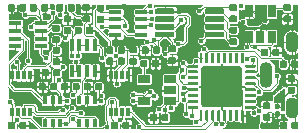
<source format=gbr>
G04 #@! TF.GenerationSoftware,KiCad,Pcbnew,(5.1.5-0-10_14)*
G04 #@! TF.CreationDate,2020-08-02T20:02:39-07:00*
G04 #@! TF.ProjectId,EOGlass2,454f476c-6173-4733-922e-6b696361645f,rev?*
G04 #@! TF.SameCoordinates,Original*
G04 #@! TF.FileFunction,Copper,L1,Top*
G04 #@! TF.FilePolarity,Positive*
%FSLAX46Y46*%
G04 Gerber Fmt 4.6, Leading zero omitted, Abs format (unit mm)*
G04 Created by KiCad (PCBNEW (5.1.5-0-10_14)) date 2020-08-02 20:02:39*
%MOMM*%
%LPD*%
G04 APERTURE LIST*
%ADD10R,0.400000X0.650000*%
%ADD11O,1.100000X1.800000*%
%ADD12O,1.100000X2.200000*%
%ADD13C,0.100000*%
%ADD14R,0.300000X0.800000*%
%ADD15R,0.650000X1.060000*%
%ADD16R,1.060000X0.650000*%
%ADD17R,1.060000X0.400000*%
%ADD18R,0.400000X1.060000*%
%ADD19C,0.400000*%
%ADD20C,0.102000*%
G04 APERTURE END LIST*
D10*
X118250000Y-77250000D03*
X119550000Y-77250000D03*
X118900000Y-75350000D03*
X118900000Y-77250000D03*
X119550000Y-75350000D03*
X118250000Y-75350000D03*
D11*
X136245000Y-76030000D03*
X136245000Y-70430000D03*
D12*
X134095000Y-73230000D03*
G04 #@! TA.AperFunction,SMDPad,CuDef*
D13*
G36*
X130412252Y-69525602D02*
G01*
X130424386Y-69527402D01*
X130436286Y-69530382D01*
X130447835Y-69534515D01*
X130458925Y-69539760D01*
X130469446Y-69546066D01*
X130479299Y-69553374D01*
X130488388Y-69561612D01*
X130496626Y-69570701D01*
X130503934Y-69580554D01*
X130510240Y-69591075D01*
X130515485Y-69602165D01*
X130519618Y-69613714D01*
X130522598Y-69625614D01*
X130524398Y-69637748D01*
X130525000Y-69650000D01*
X130525000Y-69900000D01*
X130524398Y-69912252D01*
X130522598Y-69924386D01*
X130519618Y-69936286D01*
X130515485Y-69947835D01*
X130510240Y-69958925D01*
X130503934Y-69969446D01*
X130496626Y-69979299D01*
X130488388Y-69988388D01*
X130479299Y-69996626D01*
X130469446Y-70003934D01*
X130458925Y-70010240D01*
X130447835Y-70015485D01*
X130436286Y-70019618D01*
X130424386Y-70022598D01*
X130412252Y-70024398D01*
X130400000Y-70025000D01*
X129025000Y-70025000D01*
X129012748Y-70024398D01*
X129000614Y-70022598D01*
X128988714Y-70019618D01*
X128977165Y-70015485D01*
X128966075Y-70010240D01*
X128955554Y-70003934D01*
X128945701Y-69996626D01*
X128936612Y-69988388D01*
X128928374Y-69979299D01*
X128921066Y-69969446D01*
X128914760Y-69958925D01*
X128909515Y-69947835D01*
X128905382Y-69936286D01*
X128902402Y-69924386D01*
X128900602Y-69912252D01*
X128900000Y-69900000D01*
X128900000Y-69650000D01*
X128900602Y-69637748D01*
X128902402Y-69625614D01*
X128905382Y-69613714D01*
X128909515Y-69602165D01*
X128914760Y-69591075D01*
X128921066Y-69580554D01*
X128928374Y-69570701D01*
X128936612Y-69561612D01*
X128945701Y-69553374D01*
X128955554Y-69546066D01*
X128966075Y-69539760D01*
X128977165Y-69534515D01*
X128988714Y-69530382D01*
X129000614Y-69527402D01*
X129012748Y-69525602D01*
X129025000Y-69525000D01*
X130400000Y-69525000D01*
X130412252Y-69525602D01*
G37*
G04 #@! TD.AperFunction*
G04 #@! TA.AperFunction,SMDPad,CuDef*
G36*
X130412252Y-68875602D02*
G01*
X130424386Y-68877402D01*
X130436286Y-68880382D01*
X130447835Y-68884515D01*
X130458925Y-68889760D01*
X130469446Y-68896066D01*
X130479299Y-68903374D01*
X130488388Y-68911612D01*
X130496626Y-68920701D01*
X130503934Y-68930554D01*
X130510240Y-68941075D01*
X130515485Y-68952165D01*
X130519618Y-68963714D01*
X130522598Y-68975614D01*
X130524398Y-68987748D01*
X130525000Y-69000000D01*
X130525000Y-69250000D01*
X130524398Y-69262252D01*
X130522598Y-69274386D01*
X130519618Y-69286286D01*
X130515485Y-69297835D01*
X130510240Y-69308925D01*
X130503934Y-69319446D01*
X130496626Y-69329299D01*
X130488388Y-69338388D01*
X130479299Y-69346626D01*
X130469446Y-69353934D01*
X130458925Y-69360240D01*
X130447835Y-69365485D01*
X130436286Y-69369618D01*
X130424386Y-69372598D01*
X130412252Y-69374398D01*
X130400000Y-69375000D01*
X129025000Y-69375000D01*
X129012748Y-69374398D01*
X129000614Y-69372598D01*
X128988714Y-69369618D01*
X128977165Y-69365485D01*
X128966075Y-69360240D01*
X128955554Y-69353934D01*
X128945701Y-69346626D01*
X128936612Y-69338388D01*
X128928374Y-69329299D01*
X128921066Y-69319446D01*
X128914760Y-69308925D01*
X128909515Y-69297835D01*
X128905382Y-69286286D01*
X128902402Y-69274386D01*
X128900602Y-69262252D01*
X128900000Y-69250000D01*
X128900000Y-69000000D01*
X128900602Y-68987748D01*
X128902402Y-68975614D01*
X128905382Y-68963714D01*
X128909515Y-68952165D01*
X128914760Y-68941075D01*
X128921066Y-68930554D01*
X128928374Y-68920701D01*
X128936612Y-68911612D01*
X128945701Y-68903374D01*
X128955554Y-68896066D01*
X128966075Y-68889760D01*
X128977165Y-68884515D01*
X128988714Y-68880382D01*
X129000614Y-68877402D01*
X129012748Y-68875602D01*
X129025000Y-68875000D01*
X130400000Y-68875000D01*
X130412252Y-68875602D01*
G37*
G04 #@! TD.AperFunction*
G04 #@! TA.AperFunction,SMDPad,CuDef*
G36*
X130412252Y-68225602D02*
G01*
X130424386Y-68227402D01*
X130436286Y-68230382D01*
X130447835Y-68234515D01*
X130458925Y-68239760D01*
X130469446Y-68246066D01*
X130479299Y-68253374D01*
X130488388Y-68261612D01*
X130496626Y-68270701D01*
X130503934Y-68280554D01*
X130510240Y-68291075D01*
X130515485Y-68302165D01*
X130519618Y-68313714D01*
X130522598Y-68325614D01*
X130524398Y-68337748D01*
X130525000Y-68350000D01*
X130525000Y-68600000D01*
X130524398Y-68612252D01*
X130522598Y-68624386D01*
X130519618Y-68636286D01*
X130515485Y-68647835D01*
X130510240Y-68658925D01*
X130503934Y-68669446D01*
X130496626Y-68679299D01*
X130488388Y-68688388D01*
X130479299Y-68696626D01*
X130469446Y-68703934D01*
X130458925Y-68710240D01*
X130447835Y-68715485D01*
X130436286Y-68719618D01*
X130424386Y-68722598D01*
X130412252Y-68724398D01*
X130400000Y-68725000D01*
X129025000Y-68725000D01*
X129012748Y-68724398D01*
X129000614Y-68722598D01*
X128988714Y-68719618D01*
X128977165Y-68715485D01*
X128966075Y-68710240D01*
X128955554Y-68703934D01*
X128945701Y-68696626D01*
X128936612Y-68688388D01*
X128928374Y-68679299D01*
X128921066Y-68669446D01*
X128914760Y-68658925D01*
X128909515Y-68647835D01*
X128905382Y-68636286D01*
X128902402Y-68624386D01*
X128900602Y-68612252D01*
X128900000Y-68600000D01*
X128900000Y-68350000D01*
X128900602Y-68337748D01*
X128902402Y-68325614D01*
X128905382Y-68313714D01*
X128909515Y-68302165D01*
X128914760Y-68291075D01*
X128921066Y-68280554D01*
X128928374Y-68270701D01*
X128936612Y-68261612D01*
X128945701Y-68253374D01*
X128955554Y-68246066D01*
X128966075Y-68239760D01*
X128977165Y-68234515D01*
X128988714Y-68230382D01*
X129000614Y-68227402D01*
X129012748Y-68225602D01*
X129025000Y-68225000D01*
X130400000Y-68225000D01*
X130412252Y-68225602D01*
G37*
G04 #@! TD.AperFunction*
G04 #@! TA.AperFunction,SMDPad,CuDef*
G36*
X130412252Y-67575602D02*
G01*
X130424386Y-67577402D01*
X130436286Y-67580382D01*
X130447835Y-67584515D01*
X130458925Y-67589760D01*
X130469446Y-67596066D01*
X130479299Y-67603374D01*
X130488388Y-67611612D01*
X130496626Y-67620701D01*
X130503934Y-67630554D01*
X130510240Y-67641075D01*
X130515485Y-67652165D01*
X130519618Y-67663714D01*
X130522598Y-67675614D01*
X130524398Y-67687748D01*
X130525000Y-67700000D01*
X130525000Y-67950000D01*
X130524398Y-67962252D01*
X130522598Y-67974386D01*
X130519618Y-67986286D01*
X130515485Y-67997835D01*
X130510240Y-68008925D01*
X130503934Y-68019446D01*
X130496626Y-68029299D01*
X130488388Y-68038388D01*
X130479299Y-68046626D01*
X130469446Y-68053934D01*
X130458925Y-68060240D01*
X130447835Y-68065485D01*
X130436286Y-68069618D01*
X130424386Y-68072598D01*
X130412252Y-68074398D01*
X130400000Y-68075000D01*
X129025000Y-68075000D01*
X129012748Y-68074398D01*
X129000614Y-68072598D01*
X128988714Y-68069618D01*
X128977165Y-68065485D01*
X128966075Y-68060240D01*
X128955554Y-68053934D01*
X128945701Y-68046626D01*
X128936612Y-68038388D01*
X128928374Y-68029299D01*
X128921066Y-68019446D01*
X128914760Y-68008925D01*
X128909515Y-67997835D01*
X128905382Y-67986286D01*
X128902402Y-67974386D01*
X128900602Y-67962252D01*
X128900000Y-67950000D01*
X128900000Y-67700000D01*
X128900602Y-67687748D01*
X128902402Y-67675614D01*
X128905382Y-67663714D01*
X128909515Y-67652165D01*
X128914760Y-67641075D01*
X128921066Y-67630554D01*
X128928374Y-67620701D01*
X128936612Y-67611612D01*
X128945701Y-67603374D01*
X128955554Y-67596066D01*
X128966075Y-67589760D01*
X128977165Y-67584515D01*
X128988714Y-67580382D01*
X129000614Y-67577402D01*
X129012748Y-67575602D01*
X129025000Y-67575000D01*
X130400000Y-67575000D01*
X130412252Y-67575602D01*
G37*
G04 #@! TD.AperFunction*
G04 #@! TA.AperFunction,SMDPad,CuDef*
G36*
X126187252Y-67575602D02*
G01*
X126199386Y-67577402D01*
X126211286Y-67580382D01*
X126222835Y-67584515D01*
X126233925Y-67589760D01*
X126244446Y-67596066D01*
X126254299Y-67603374D01*
X126263388Y-67611612D01*
X126271626Y-67620701D01*
X126278934Y-67630554D01*
X126285240Y-67641075D01*
X126290485Y-67652165D01*
X126294618Y-67663714D01*
X126297598Y-67675614D01*
X126299398Y-67687748D01*
X126300000Y-67700000D01*
X126300000Y-67950000D01*
X126299398Y-67962252D01*
X126297598Y-67974386D01*
X126294618Y-67986286D01*
X126290485Y-67997835D01*
X126285240Y-68008925D01*
X126278934Y-68019446D01*
X126271626Y-68029299D01*
X126263388Y-68038388D01*
X126254299Y-68046626D01*
X126244446Y-68053934D01*
X126233925Y-68060240D01*
X126222835Y-68065485D01*
X126211286Y-68069618D01*
X126199386Y-68072598D01*
X126187252Y-68074398D01*
X126175000Y-68075000D01*
X124800000Y-68075000D01*
X124787748Y-68074398D01*
X124775614Y-68072598D01*
X124763714Y-68069618D01*
X124752165Y-68065485D01*
X124741075Y-68060240D01*
X124730554Y-68053934D01*
X124720701Y-68046626D01*
X124711612Y-68038388D01*
X124703374Y-68029299D01*
X124696066Y-68019446D01*
X124689760Y-68008925D01*
X124684515Y-67997835D01*
X124680382Y-67986286D01*
X124677402Y-67974386D01*
X124675602Y-67962252D01*
X124675000Y-67950000D01*
X124675000Y-67700000D01*
X124675602Y-67687748D01*
X124677402Y-67675614D01*
X124680382Y-67663714D01*
X124684515Y-67652165D01*
X124689760Y-67641075D01*
X124696066Y-67630554D01*
X124703374Y-67620701D01*
X124711612Y-67611612D01*
X124720701Y-67603374D01*
X124730554Y-67596066D01*
X124741075Y-67589760D01*
X124752165Y-67584515D01*
X124763714Y-67580382D01*
X124775614Y-67577402D01*
X124787748Y-67575602D01*
X124800000Y-67575000D01*
X126175000Y-67575000D01*
X126187252Y-67575602D01*
G37*
G04 #@! TD.AperFunction*
G04 #@! TA.AperFunction,SMDPad,CuDef*
G36*
X126187252Y-68225602D02*
G01*
X126199386Y-68227402D01*
X126211286Y-68230382D01*
X126222835Y-68234515D01*
X126233925Y-68239760D01*
X126244446Y-68246066D01*
X126254299Y-68253374D01*
X126263388Y-68261612D01*
X126271626Y-68270701D01*
X126278934Y-68280554D01*
X126285240Y-68291075D01*
X126290485Y-68302165D01*
X126294618Y-68313714D01*
X126297598Y-68325614D01*
X126299398Y-68337748D01*
X126300000Y-68350000D01*
X126300000Y-68600000D01*
X126299398Y-68612252D01*
X126297598Y-68624386D01*
X126294618Y-68636286D01*
X126290485Y-68647835D01*
X126285240Y-68658925D01*
X126278934Y-68669446D01*
X126271626Y-68679299D01*
X126263388Y-68688388D01*
X126254299Y-68696626D01*
X126244446Y-68703934D01*
X126233925Y-68710240D01*
X126222835Y-68715485D01*
X126211286Y-68719618D01*
X126199386Y-68722598D01*
X126187252Y-68724398D01*
X126175000Y-68725000D01*
X124800000Y-68725000D01*
X124787748Y-68724398D01*
X124775614Y-68722598D01*
X124763714Y-68719618D01*
X124752165Y-68715485D01*
X124741075Y-68710240D01*
X124730554Y-68703934D01*
X124720701Y-68696626D01*
X124711612Y-68688388D01*
X124703374Y-68679299D01*
X124696066Y-68669446D01*
X124689760Y-68658925D01*
X124684515Y-68647835D01*
X124680382Y-68636286D01*
X124677402Y-68624386D01*
X124675602Y-68612252D01*
X124675000Y-68600000D01*
X124675000Y-68350000D01*
X124675602Y-68337748D01*
X124677402Y-68325614D01*
X124680382Y-68313714D01*
X124684515Y-68302165D01*
X124689760Y-68291075D01*
X124696066Y-68280554D01*
X124703374Y-68270701D01*
X124711612Y-68261612D01*
X124720701Y-68253374D01*
X124730554Y-68246066D01*
X124741075Y-68239760D01*
X124752165Y-68234515D01*
X124763714Y-68230382D01*
X124775614Y-68227402D01*
X124787748Y-68225602D01*
X124800000Y-68225000D01*
X126175000Y-68225000D01*
X126187252Y-68225602D01*
G37*
G04 #@! TD.AperFunction*
G04 #@! TA.AperFunction,SMDPad,CuDef*
G36*
X126187252Y-68875602D02*
G01*
X126199386Y-68877402D01*
X126211286Y-68880382D01*
X126222835Y-68884515D01*
X126233925Y-68889760D01*
X126244446Y-68896066D01*
X126254299Y-68903374D01*
X126263388Y-68911612D01*
X126271626Y-68920701D01*
X126278934Y-68930554D01*
X126285240Y-68941075D01*
X126290485Y-68952165D01*
X126294618Y-68963714D01*
X126297598Y-68975614D01*
X126299398Y-68987748D01*
X126300000Y-69000000D01*
X126300000Y-69250000D01*
X126299398Y-69262252D01*
X126297598Y-69274386D01*
X126294618Y-69286286D01*
X126290485Y-69297835D01*
X126285240Y-69308925D01*
X126278934Y-69319446D01*
X126271626Y-69329299D01*
X126263388Y-69338388D01*
X126254299Y-69346626D01*
X126244446Y-69353934D01*
X126233925Y-69360240D01*
X126222835Y-69365485D01*
X126211286Y-69369618D01*
X126199386Y-69372598D01*
X126187252Y-69374398D01*
X126175000Y-69375000D01*
X124800000Y-69375000D01*
X124787748Y-69374398D01*
X124775614Y-69372598D01*
X124763714Y-69369618D01*
X124752165Y-69365485D01*
X124741075Y-69360240D01*
X124730554Y-69353934D01*
X124720701Y-69346626D01*
X124711612Y-69338388D01*
X124703374Y-69329299D01*
X124696066Y-69319446D01*
X124689760Y-69308925D01*
X124684515Y-69297835D01*
X124680382Y-69286286D01*
X124677402Y-69274386D01*
X124675602Y-69262252D01*
X124675000Y-69250000D01*
X124675000Y-69000000D01*
X124675602Y-68987748D01*
X124677402Y-68975614D01*
X124680382Y-68963714D01*
X124684515Y-68952165D01*
X124689760Y-68941075D01*
X124696066Y-68930554D01*
X124703374Y-68920701D01*
X124711612Y-68911612D01*
X124720701Y-68903374D01*
X124730554Y-68896066D01*
X124741075Y-68889760D01*
X124752165Y-68884515D01*
X124763714Y-68880382D01*
X124775614Y-68877402D01*
X124787748Y-68875602D01*
X124800000Y-68875000D01*
X126175000Y-68875000D01*
X126187252Y-68875602D01*
G37*
G04 #@! TD.AperFunction*
G04 #@! TA.AperFunction,SMDPad,CuDef*
G36*
X126187252Y-69525602D02*
G01*
X126199386Y-69527402D01*
X126211286Y-69530382D01*
X126222835Y-69534515D01*
X126233925Y-69539760D01*
X126244446Y-69546066D01*
X126254299Y-69553374D01*
X126263388Y-69561612D01*
X126271626Y-69570701D01*
X126278934Y-69580554D01*
X126285240Y-69591075D01*
X126290485Y-69602165D01*
X126294618Y-69613714D01*
X126297598Y-69625614D01*
X126299398Y-69637748D01*
X126300000Y-69650000D01*
X126300000Y-69900000D01*
X126299398Y-69912252D01*
X126297598Y-69924386D01*
X126294618Y-69936286D01*
X126290485Y-69947835D01*
X126285240Y-69958925D01*
X126278934Y-69969446D01*
X126271626Y-69979299D01*
X126263388Y-69988388D01*
X126254299Y-69996626D01*
X126244446Y-70003934D01*
X126233925Y-70010240D01*
X126222835Y-70015485D01*
X126211286Y-70019618D01*
X126199386Y-70022598D01*
X126187252Y-70024398D01*
X126175000Y-70025000D01*
X124800000Y-70025000D01*
X124787748Y-70024398D01*
X124775614Y-70022598D01*
X124763714Y-70019618D01*
X124752165Y-70015485D01*
X124741075Y-70010240D01*
X124730554Y-70003934D01*
X124720701Y-69996626D01*
X124711612Y-69988388D01*
X124703374Y-69979299D01*
X124696066Y-69969446D01*
X124689760Y-69958925D01*
X124684515Y-69947835D01*
X124680382Y-69936286D01*
X124677402Y-69924386D01*
X124675602Y-69912252D01*
X124675000Y-69900000D01*
X124675000Y-69650000D01*
X124675602Y-69637748D01*
X124677402Y-69625614D01*
X124680382Y-69613714D01*
X124684515Y-69602165D01*
X124689760Y-69591075D01*
X124696066Y-69580554D01*
X124703374Y-69570701D01*
X124711612Y-69561612D01*
X124720701Y-69553374D01*
X124730554Y-69546066D01*
X124741075Y-69539760D01*
X124752165Y-69534515D01*
X124763714Y-69530382D01*
X124775614Y-69527402D01*
X124787748Y-69525602D01*
X124800000Y-69525000D01*
X126175000Y-69525000D01*
X126187252Y-69525602D01*
G37*
G04 #@! TD.AperFunction*
D14*
X120890000Y-73210000D03*
X121390000Y-73210000D03*
X121890000Y-73210000D03*
X122390000Y-73210000D03*
X122390000Y-76310000D03*
X121890000Y-76310000D03*
X121390000Y-76310000D03*
X120890000Y-76310000D03*
G04 #@! TA.AperFunction,SMDPad,CuDef*
D13*
G36*
X116246958Y-73880710D02*
G01*
X116261276Y-73882834D01*
X116275317Y-73886351D01*
X116288946Y-73891228D01*
X116302031Y-73897417D01*
X116314447Y-73904858D01*
X116326073Y-73913481D01*
X116336798Y-73923202D01*
X116346519Y-73933927D01*
X116355142Y-73945553D01*
X116362583Y-73957969D01*
X116368772Y-73971054D01*
X116373649Y-73984683D01*
X116377166Y-73998724D01*
X116379290Y-74013042D01*
X116380000Y-74027500D01*
X116380000Y-74372500D01*
X116379290Y-74386958D01*
X116377166Y-74401276D01*
X116373649Y-74415317D01*
X116368772Y-74428946D01*
X116362583Y-74442031D01*
X116355142Y-74454447D01*
X116346519Y-74466073D01*
X116336798Y-74476798D01*
X116326073Y-74486519D01*
X116314447Y-74495142D01*
X116302031Y-74502583D01*
X116288946Y-74508772D01*
X116275317Y-74513649D01*
X116261276Y-74517166D01*
X116246958Y-74519290D01*
X116232500Y-74520000D01*
X115937500Y-74520000D01*
X115923042Y-74519290D01*
X115908724Y-74517166D01*
X115894683Y-74513649D01*
X115881054Y-74508772D01*
X115867969Y-74502583D01*
X115855553Y-74495142D01*
X115843927Y-74486519D01*
X115833202Y-74476798D01*
X115823481Y-74466073D01*
X115814858Y-74454447D01*
X115807417Y-74442031D01*
X115801228Y-74428946D01*
X115796351Y-74415317D01*
X115792834Y-74401276D01*
X115790710Y-74386958D01*
X115790000Y-74372500D01*
X115790000Y-74027500D01*
X115790710Y-74013042D01*
X115792834Y-73998724D01*
X115796351Y-73984683D01*
X115801228Y-73971054D01*
X115807417Y-73957969D01*
X115814858Y-73945553D01*
X115823481Y-73933927D01*
X115833202Y-73923202D01*
X115843927Y-73913481D01*
X115855553Y-73904858D01*
X115867969Y-73897417D01*
X115881054Y-73891228D01*
X115894683Y-73886351D01*
X115908724Y-73882834D01*
X115923042Y-73880710D01*
X115937500Y-73880000D01*
X116232500Y-73880000D01*
X116246958Y-73880710D01*
G37*
G04 #@! TD.AperFunction*
G04 #@! TA.AperFunction,SMDPad,CuDef*
G36*
X115276958Y-73880710D02*
G01*
X115291276Y-73882834D01*
X115305317Y-73886351D01*
X115318946Y-73891228D01*
X115332031Y-73897417D01*
X115344447Y-73904858D01*
X115356073Y-73913481D01*
X115366798Y-73923202D01*
X115376519Y-73933927D01*
X115385142Y-73945553D01*
X115392583Y-73957969D01*
X115398772Y-73971054D01*
X115403649Y-73984683D01*
X115407166Y-73998724D01*
X115409290Y-74013042D01*
X115410000Y-74027500D01*
X115410000Y-74372500D01*
X115409290Y-74386958D01*
X115407166Y-74401276D01*
X115403649Y-74415317D01*
X115398772Y-74428946D01*
X115392583Y-74442031D01*
X115385142Y-74454447D01*
X115376519Y-74466073D01*
X115366798Y-74476798D01*
X115356073Y-74486519D01*
X115344447Y-74495142D01*
X115332031Y-74502583D01*
X115318946Y-74508772D01*
X115305317Y-74513649D01*
X115291276Y-74517166D01*
X115276958Y-74519290D01*
X115262500Y-74520000D01*
X114967500Y-74520000D01*
X114953042Y-74519290D01*
X114938724Y-74517166D01*
X114924683Y-74513649D01*
X114911054Y-74508772D01*
X114897969Y-74502583D01*
X114885553Y-74495142D01*
X114873927Y-74486519D01*
X114863202Y-74476798D01*
X114853481Y-74466073D01*
X114844858Y-74454447D01*
X114837417Y-74442031D01*
X114831228Y-74428946D01*
X114826351Y-74415317D01*
X114822834Y-74401276D01*
X114820710Y-74386958D01*
X114820000Y-74372500D01*
X114820000Y-74027500D01*
X114820710Y-74013042D01*
X114822834Y-73998724D01*
X114826351Y-73984683D01*
X114831228Y-73971054D01*
X114837417Y-73957969D01*
X114844858Y-73945553D01*
X114853481Y-73933927D01*
X114863202Y-73923202D01*
X114873927Y-73913481D01*
X114885553Y-73904858D01*
X114897969Y-73897417D01*
X114911054Y-73891228D01*
X114924683Y-73886351D01*
X114938724Y-73882834D01*
X114953042Y-73880710D01*
X114967500Y-73880000D01*
X115262500Y-73880000D01*
X115276958Y-73880710D01*
G37*
G04 #@! TD.AperFunction*
G04 #@! TA.AperFunction,SMDPad,CuDef*
G36*
X134076958Y-70980710D02*
G01*
X134091276Y-70982834D01*
X134105317Y-70986351D01*
X134118946Y-70991228D01*
X134132031Y-70997417D01*
X134144447Y-71004858D01*
X134156073Y-71013481D01*
X134166798Y-71023202D01*
X134176519Y-71033927D01*
X134185142Y-71045553D01*
X134192583Y-71057969D01*
X134198772Y-71071054D01*
X134203649Y-71084683D01*
X134207166Y-71098724D01*
X134209290Y-71113042D01*
X134210000Y-71127500D01*
X134210000Y-71472500D01*
X134209290Y-71486958D01*
X134207166Y-71501276D01*
X134203649Y-71515317D01*
X134198772Y-71528946D01*
X134192583Y-71542031D01*
X134185142Y-71554447D01*
X134176519Y-71566073D01*
X134166798Y-71576798D01*
X134156073Y-71586519D01*
X134144447Y-71595142D01*
X134132031Y-71602583D01*
X134118946Y-71608772D01*
X134105317Y-71613649D01*
X134091276Y-71617166D01*
X134076958Y-71619290D01*
X134062500Y-71620000D01*
X133767500Y-71620000D01*
X133753042Y-71619290D01*
X133738724Y-71617166D01*
X133724683Y-71613649D01*
X133711054Y-71608772D01*
X133697969Y-71602583D01*
X133685553Y-71595142D01*
X133673927Y-71586519D01*
X133663202Y-71576798D01*
X133653481Y-71566073D01*
X133644858Y-71554447D01*
X133637417Y-71542031D01*
X133631228Y-71528946D01*
X133626351Y-71515317D01*
X133622834Y-71501276D01*
X133620710Y-71486958D01*
X133620000Y-71472500D01*
X133620000Y-71127500D01*
X133620710Y-71113042D01*
X133622834Y-71098724D01*
X133626351Y-71084683D01*
X133631228Y-71071054D01*
X133637417Y-71057969D01*
X133644858Y-71045553D01*
X133653481Y-71033927D01*
X133663202Y-71023202D01*
X133673927Y-71013481D01*
X133685553Y-71004858D01*
X133697969Y-70997417D01*
X133711054Y-70991228D01*
X133724683Y-70986351D01*
X133738724Y-70982834D01*
X133753042Y-70980710D01*
X133767500Y-70980000D01*
X134062500Y-70980000D01*
X134076958Y-70980710D01*
G37*
G04 #@! TD.AperFunction*
G04 #@! TA.AperFunction,SMDPad,CuDef*
G36*
X135046958Y-70980710D02*
G01*
X135061276Y-70982834D01*
X135075317Y-70986351D01*
X135088946Y-70991228D01*
X135102031Y-70997417D01*
X135114447Y-71004858D01*
X135126073Y-71013481D01*
X135136798Y-71023202D01*
X135146519Y-71033927D01*
X135155142Y-71045553D01*
X135162583Y-71057969D01*
X135168772Y-71071054D01*
X135173649Y-71084683D01*
X135177166Y-71098724D01*
X135179290Y-71113042D01*
X135180000Y-71127500D01*
X135180000Y-71472500D01*
X135179290Y-71486958D01*
X135177166Y-71501276D01*
X135173649Y-71515317D01*
X135168772Y-71528946D01*
X135162583Y-71542031D01*
X135155142Y-71554447D01*
X135146519Y-71566073D01*
X135136798Y-71576798D01*
X135126073Y-71586519D01*
X135114447Y-71595142D01*
X135102031Y-71602583D01*
X135088946Y-71608772D01*
X135075317Y-71613649D01*
X135061276Y-71617166D01*
X135046958Y-71619290D01*
X135032500Y-71620000D01*
X134737500Y-71620000D01*
X134723042Y-71619290D01*
X134708724Y-71617166D01*
X134694683Y-71613649D01*
X134681054Y-71608772D01*
X134667969Y-71602583D01*
X134655553Y-71595142D01*
X134643927Y-71586519D01*
X134633202Y-71576798D01*
X134623481Y-71566073D01*
X134614858Y-71554447D01*
X134607417Y-71542031D01*
X134601228Y-71528946D01*
X134596351Y-71515317D01*
X134592834Y-71501276D01*
X134590710Y-71486958D01*
X134590000Y-71472500D01*
X134590000Y-71127500D01*
X134590710Y-71113042D01*
X134592834Y-71098724D01*
X134596351Y-71084683D01*
X134601228Y-71071054D01*
X134607417Y-71057969D01*
X134614858Y-71045553D01*
X134623481Y-71033927D01*
X134633202Y-71023202D01*
X134643927Y-71013481D01*
X134655553Y-71004858D01*
X134667969Y-70997417D01*
X134681054Y-70991228D01*
X134694683Y-70986351D01*
X134708724Y-70982834D01*
X134723042Y-70980710D01*
X134737500Y-70980000D01*
X135032500Y-70980000D01*
X135046958Y-70980710D01*
G37*
G04 #@! TD.AperFunction*
G04 #@! TA.AperFunction,SMDPad,CuDef*
G36*
X124676958Y-76480710D02*
G01*
X124691276Y-76482834D01*
X124705317Y-76486351D01*
X124718946Y-76491228D01*
X124732031Y-76497417D01*
X124744447Y-76504858D01*
X124756073Y-76513481D01*
X124766798Y-76523202D01*
X124776519Y-76533927D01*
X124785142Y-76545553D01*
X124792583Y-76557969D01*
X124798772Y-76571054D01*
X124803649Y-76584683D01*
X124807166Y-76598724D01*
X124809290Y-76613042D01*
X124810000Y-76627500D01*
X124810000Y-76972500D01*
X124809290Y-76986958D01*
X124807166Y-77001276D01*
X124803649Y-77015317D01*
X124798772Y-77028946D01*
X124792583Y-77042031D01*
X124785142Y-77054447D01*
X124776519Y-77066073D01*
X124766798Y-77076798D01*
X124756073Y-77086519D01*
X124744447Y-77095142D01*
X124732031Y-77102583D01*
X124718946Y-77108772D01*
X124705317Y-77113649D01*
X124691276Y-77117166D01*
X124676958Y-77119290D01*
X124662500Y-77120000D01*
X124367500Y-77120000D01*
X124353042Y-77119290D01*
X124338724Y-77117166D01*
X124324683Y-77113649D01*
X124311054Y-77108772D01*
X124297969Y-77102583D01*
X124285553Y-77095142D01*
X124273927Y-77086519D01*
X124263202Y-77076798D01*
X124253481Y-77066073D01*
X124244858Y-77054447D01*
X124237417Y-77042031D01*
X124231228Y-77028946D01*
X124226351Y-77015317D01*
X124222834Y-77001276D01*
X124220710Y-76986958D01*
X124220000Y-76972500D01*
X124220000Y-76627500D01*
X124220710Y-76613042D01*
X124222834Y-76598724D01*
X124226351Y-76584683D01*
X124231228Y-76571054D01*
X124237417Y-76557969D01*
X124244858Y-76545553D01*
X124253481Y-76533927D01*
X124263202Y-76523202D01*
X124273927Y-76513481D01*
X124285553Y-76504858D01*
X124297969Y-76497417D01*
X124311054Y-76491228D01*
X124324683Y-76486351D01*
X124338724Y-76482834D01*
X124353042Y-76480710D01*
X124367500Y-76480000D01*
X124662500Y-76480000D01*
X124676958Y-76480710D01*
G37*
G04 #@! TD.AperFunction*
G04 #@! TA.AperFunction,SMDPad,CuDef*
G36*
X125646958Y-76480710D02*
G01*
X125661276Y-76482834D01*
X125675317Y-76486351D01*
X125688946Y-76491228D01*
X125702031Y-76497417D01*
X125714447Y-76504858D01*
X125726073Y-76513481D01*
X125736798Y-76523202D01*
X125746519Y-76533927D01*
X125755142Y-76545553D01*
X125762583Y-76557969D01*
X125768772Y-76571054D01*
X125773649Y-76584683D01*
X125777166Y-76598724D01*
X125779290Y-76613042D01*
X125780000Y-76627500D01*
X125780000Y-76972500D01*
X125779290Y-76986958D01*
X125777166Y-77001276D01*
X125773649Y-77015317D01*
X125768772Y-77028946D01*
X125762583Y-77042031D01*
X125755142Y-77054447D01*
X125746519Y-77066073D01*
X125736798Y-77076798D01*
X125726073Y-77086519D01*
X125714447Y-77095142D01*
X125702031Y-77102583D01*
X125688946Y-77108772D01*
X125675317Y-77113649D01*
X125661276Y-77117166D01*
X125646958Y-77119290D01*
X125632500Y-77120000D01*
X125337500Y-77120000D01*
X125323042Y-77119290D01*
X125308724Y-77117166D01*
X125294683Y-77113649D01*
X125281054Y-77108772D01*
X125267969Y-77102583D01*
X125255553Y-77095142D01*
X125243927Y-77086519D01*
X125233202Y-77076798D01*
X125223481Y-77066073D01*
X125214858Y-77054447D01*
X125207417Y-77042031D01*
X125201228Y-77028946D01*
X125196351Y-77015317D01*
X125192834Y-77001276D01*
X125190710Y-76986958D01*
X125190000Y-76972500D01*
X125190000Y-76627500D01*
X125190710Y-76613042D01*
X125192834Y-76598724D01*
X125196351Y-76584683D01*
X125201228Y-76571054D01*
X125207417Y-76557969D01*
X125214858Y-76545553D01*
X125223481Y-76533927D01*
X125233202Y-76523202D01*
X125243927Y-76513481D01*
X125255553Y-76504858D01*
X125267969Y-76497417D01*
X125281054Y-76491228D01*
X125294683Y-76486351D01*
X125308724Y-76482834D01*
X125323042Y-76480710D01*
X125337500Y-76480000D01*
X125632500Y-76480000D01*
X125646958Y-76480710D01*
G37*
G04 #@! TD.AperFunction*
G04 #@! TA.AperFunction,SMDPad,CuDef*
G36*
X136386958Y-74190710D02*
G01*
X136401276Y-74192834D01*
X136415317Y-74196351D01*
X136428946Y-74201228D01*
X136442031Y-74207417D01*
X136454447Y-74214858D01*
X136466073Y-74223481D01*
X136476798Y-74233202D01*
X136486519Y-74243927D01*
X136495142Y-74255553D01*
X136502583Y-74267969D01*
X136508772Y-74281054D01*
X136513649Y-74294683D01*
X136517166Y-74308724D01*
X136519290Y-74323042D01*
X136520000Y-74337500D01*
X136520000Y-74632500D01*
X136519290Y-74646958D01*
X136517166Y-74661276D01*
X136513649Y-74675317D01*
X136508772Y-74688946D01*
X136502583Y-74702031D01*
X136495142Y-74714447D01*
X136486519Y-74726073D01*
X136476798Y-74736798D01*
X136466073Y-74746519D01*
X136454447Y-74755142D01*
X136442031Y-74762583D01*
X136428946Y-74768772D01*
X136415317Y-74773649D01*
X136401276Y-74777166D01*
X136386958Y-74779290D01*
X136372500Y-74780000D01*
X136027500Y-74780000D01*
X136013042Y-74779290D01*
X135998724Y-74777166D01*
X135984683Y-74773649D01*
X135971054Y-74768772D01*
X135957969Y-74762583D01*
X135945553Y-74755142D01*
X135933927Y-74746519D01*
X135923202Y-74736798D01*
X135913481Y-74726073D01*
X135904858Y-74714447D01*
X135897417Y-74702031D01*
X135891228Y-74688946D01*
X135886351Y-74675317D01*
X135882834Y-74661276D01*
X135880710Y-74646958D01*
X135880000Y-74632500D01*
X135880000Y-74337500D01*
X135880710Y-74323042D01*
X135882834Y-74308724D01*
X135886351Y-74294683D01*
X135891228Y-74281054D01*
X135897417Y-74267969D01*
X135904858Y-74255553D01*
X135913481Y-74243927D01*
X135923202Y-74233202D01*
X135933927Y-74223481D01*
X135945553Y-74214858D01*
X135957969Y-74207417D01*
X135971054Y-74201228D01*
X135984683Y-74196351D01*
X135998724Y-74192834D01*
X136013042Y-74190710D01*
X136027500Y-74190000D01*
X136372500Y-74190000D01*
X136386958Y-74190710D01*
G37*
G04 #@! TD.AperFunction*
G04 #@! TA.AperFunction,SMDPad,CuDef*
G36*
X136386958Y-73220710D02*
G01*
X136401276Y-73222834D01*
X136415317Y-73226351D01*
X136428946Y-73231228D01*
X136442031Y-73237417D01*
X136454447Y-73244858D01*
X136466073Y-73253481D01*
X136476798Y-73263202D01*
X136486519Y-73273927D01*
X136495142Y-73285553D01*
X136502583Y-73297969D01*
X136508772Y-73311054D01*
X136513649Y-73324683D01*
X136517166Y-73338724D01*
X136519290Y-73353042D01*
X136520000Y-73367500D01*
X136520000Y-73662500D01*
X136519290Y-73676958D01*
X136517166Y-73691276D01*
X136513649Y-73705317D01*
X136508772Y-73718946D01*
X136502583Y-73732031D01*
X136495142Y-73744447D01*
X136486519Y-73756073D01*
X136476798Y-73766798D01*
X136466073Y-73776519D01*
X136454447Y-73785142D01*
X136442031Y-73792583D01*
X136428946Y-73798772D01*
X136415317Y-73803649D01*
X136401276Y-73807166D01*
X136386958Y-73809290D01*
X136372500Y-73810000D01*
X136027500Y-73810000D01*
X136013042Y-73809290D01*
X135998724Y-73807166D01*
X135984683Y-73803649D01*
X135971054Y-73798772D01*
X135957969Y-73792583D01*
X135945553Y-73785142D01*
X135933927Y-73776519D01*
X135923202Y-73766798D01*
X135913481Y-73756073D01*
X135904858Y-73744447D01*
X135897417Y-73732031D01*
X135891228Y-73718946D01*
X135886351Y-73705317D01*
X135882834Y-73691276D01*
X135880710Y-73676958D01*
X135880000Y-73662500D01*
X135880000Y-73367500D01*
X135880710Y-73353042D01*
X135882834Y-73338724D01*
X135886351Y-73324683D01*
X135891228Y-73311054D01*
X135897417Y-73297969D01*
X135904858Y-73285553D01*
X135913481Y-73273927D01*
X135923202Y-73263202D01*
X135933927Y-73253481D01*
X135945553Y-73244858D01*
X135957969Y-73237417D01*
X135971054Y-73231228D01*
X135984683Y-73226351D01*
X135998724Y-73222834D01*
X136013042Y-73220710D01*
X136027500Y-73220000D01*
X136372500Y-73220000D01*
X136386958Y-73220710D01*
G37*
G04 #@! TD.AperFunction*
G04 #@! TA.AperFunction,SMDPad,CuDef*
G36*
X136666958Y-77160710D02*
G01*
X136681276Y-77162834D01*
X136695317Y-77166351D01*
X136708946Y-77171228D01*
X136722031Y-77177417D01*
X136734447Y-77184858D01*
X136746073Y-77193481D01*
X136756798Y-77203202D01*
X136766519Y-77213927D01*
X136775142Y-77225553D01*
X136782583Y-77237969D01*
X136788772Y-77251054D01*
X136793649Y-77264683D01*
X136797166Y-77278724D01*
X136799290Y-77293042D01*
X136800000Y-77307500D01*
X136800000Y-77652500D01*
X136799290Y-77666958D01*
X136797166Y-77681276D01*
X136793649Y-77695317D01*
X136788772Y-77708946D01*
X136782583Y-77722031D01*
X136775142Y-77734447D01*
X136766519Y-77746073D01*
X136756798Y-77756798D01*
X136746073Y-77766519D01*
X136734447Y-77775142D01*
X136722031Y-77782583D01*
X136708946Y-77788772D01*
X136695317Y-77793649D01*
X136681276Y-77797166D01*
X136666958Y-77799290D01*
X136652500Y-77800000D01*
X136357500Y-77800000D01*
X136343042Y-77799290D01*
X136328724Y-77797166D01*
X136314683Y-77793649D01*
X136301054Y-77788772D01*
X136287969Y-77782583D01*
X136275553Y-77775142D01*
X136263927Y-77766519D01*
X136253202Y-77756798D01*
X136243481Y-77746073D01*
X136234858Y-77734447D01*
X136227417Y-77722031D01*
X136221228Y-77708946D01*
X136216351Y-77695317D01*
X136212834Y-77681276D01*
X136210710Y-77666958D01*
X136210000Y-77652500D01*
X136210000Y-77307500D01*
X136210710Y-77293042D01*
X136212834Y-77278724D01*
X136216351Y-77264683D01*
X136221228Y-77251054D01*
X136227417Y-77237969D01*
X136234858Y-77225553D01*
X136243481Y-77213927D01*
X136253202Y-77203202D01*
X136263927Y-77193481D01*
X136275553Y-77184858D01*
X136287969Y-77177417D01*
X136301054Y-77171228D01*
X136314683Y-77166351D01*
X136328724Y-77162834D01*
X136343042Y-77160710D01*
X136357500Y-77160000D01*
X136652500Y-77160000D01*
X136666958Y-77160710D01*
G37*
G04 #@! TD.AperFunction*
G04 #@! TA.AperFunction,SMDPad,CuDef*
G36*
X135696958Y-77160710D02*
G01*
X135711276Y-77162834D01*
X135725317Y-77166351D01*
X135738946Y-77171228D01*
X135752031Y-77177417D01*
X135764447Y-77184858D01*
X135776073Y-77193481D01*
X135786798Y-77203202D01*
X135796519Y-77213927D01*
X135805142Y-77225553D01*
X135812583Y-77237969D01*
X135818772Y-77251054D01*
X135823649Y-77264683D01*
X135827166Y-77278724D01*
X135829290Y-77293042D01*
X135830000Y-77307500D01*
X135830000Y-77652500D01*
X135829290Y-77666958D01*
X135827166Y-77681276D01*
X135823649Y-77695317D01*
X135818772Y-77708946D01*
X135812583Y-77722031D01*
X135805142Y-77734447D01*
X135796519Y-77746073D01*
X135786798Y-77756798D01*
X135776073Y-77766519D01*
X135764447Y-77775142D01*
X135752031Y-77782583D01*
X135738946Y-77788772D01*
X135725317Y-77793649D01*
X135711276Y-77797166D01*
X135696958Y-77799290D01*
X135682500Y-77800000D01*
X135387500Y-77800000D01*
X135373042Y-77799290D01*
X135358724Y-77797166D01*
X135344683Y-77793649D01*
X135331054Y-77788772D01*
X135317969Y-77782583D01*
X135305553Y-77775142D01*
X135293927Y-77766519D01*
X135283202Y-77756798D01*
X135273481Y-77746073D01*
X135264858Y-77734447D01*
X135257417Y-77722031D01*
X135251228Y-77708946D01*
X135246351Y-77695317D01*
X135242834Y-77681276D01*
X135240710Y-77666958D01*
X135240000Y-77652500D01*
X135240000Y-77307500D01*
X135240710Y-77293042D01*
X135242834Y-77278724D01*
X135246351Y-77264683D01*
X135251228Y-77251054D01*
X135257417Y-77237969D01*
X135264858Y-77225553D01*
X135273481Y-77213927D01*
X135283202Y-77203202D01*
X135293927Y-77193481D01*
X135305553Y-77184858D01*
X135317969Y-77177417D01*
X135331054Y-77171228D01*
X135344683Y-77166351D01*
X135358724Y-77162834D01*
X135373042Y-77160710D01*
X135387500Y-77160000D01*
X135682500Y-77160000D01*
X135696958Y-77160710D01*
G37*
G04 #@! TD.AperFunction*
G04 #@! TA.AperFunction,SMDPad,CuDef*
G36*
X134286958Y-76490710D02*
G01*
X134301276Y-76492834D01*
X134315317Y-76496351D01*
X134328946Y-76501228D01*
X134342031Y-76507417D01*
X134354447Y-76514858D01*
X134366073Y-76523481D01*
X134376798Y-76533202D01*
X134386519Y-76543927D01*
X134395142Y-76555553D01*
X134402583Y-76567969D01*
X134408772Y-76581054D01*
X134413649Y-76594683D01*
X134417166Y-76608724D01*
X134419290Y-76623042D01*
X134420000Y-76637500D01*
X134420000Y-76932500D01*
X134419290Y-76946958D01*
X134417166Y-76961276D01*
X134413649Y-76975317D01*
X134408772Y-76988946D01*
X134402583Y-77002031D01*
X134395142Y-77014447D01*
X134386519Y-77026073D01*
X134376798Y-77036798D01*
X134366073Y-77046519D01*
X134354447Y-77055142D01*
X134342031Y-77062583D01*
X134328946Y-77068772D01*
X134315317Y-77073649D01*
X134301276Y-77077166D01*
X134286958Y-77079290D01*
X134272500Y-77080000D01*
X133927500Y-77080000D01*
X133913042Y-77079290D01*
X133898724Y-77077166D01*
X133884683Y-77073649D01*
X133871054Y-77068772D01*
X133857969Y-77062583D01*
X133845553Y-77055142D01*
X133833927Y-77046519D01*
X133823202Y-77036798D01*
X133813481Y-77026073D01*
X133804858Y-77014447D01*
X133797417Y-77002031D01*
X133791228Y-76988946D01*
X133786351Y-76975317D01*
X133782834Y-76961276D01*
X133780710Y-76946958D01*
X133780000Y-76932500D01*
X133780000Y-76637500D01*
X133780710Y-76623042D01*
X133782834Y-76608724D01*
X133786351Y-76594683D01*
X133791228Y-76581054D01*
X133797417Y-76567969D01*
X133804858Y-76555553D01*
X133813481Y-76543927D01*
X133823202Y-76533202D01*
X133833927Y-76523481D01*
X133845553Y-76514858D01*
X133857969Y-76507417D01*
X133871054Y-76501228D01*
X133884683Y-76496351D01*
X133898724Y-76492834D01*
X133913042Y-76490710D01*
X133927500Y-76490000D01*
X134272500Y-76490000D01*
X134286958Y-76490710D01*
G37*
G04 #@! TD.AperFunction*
G04 #@! TA.AperFunction,SMDPad,CuDef*
G36*
X134286958Y-75520710D02*
G01*
X134301276Y-75522834D01*
X134315317Y-75526351D01*
X134328946Y-75531228D01*
X134342031Y-75537417D01*
X134354447Y-75544858D01*
X134366073Y-75553481D01*
X134376798Y-75563202D01*
X134386519Y-75573927D01*
X134395142Y-75585553D01*
X134402583Y-75597969D01*
X134408772Y-75611054D01*
X134413649Y-75624683D01*
X134417166Y-75638724D01*
X134419290Y-75653042D01*
X134420000Y-75667500D01*
X134420000Y-75962500D01*
X134419290Y-75976958D01*
X134417166Y-75991276D01*
X134413649Y-76005317D01*
X134408772Y-76018946D01*
X134402583Y-76032031D01*
X134395142Y-76044447D01*
X134386519Y-76056073D01*
X134376798Y-76066798D01*
X134366073Y-76076519D01*
X134354447Y-76085142D01*
X134342031Y-76092583D01*
X134328946Y-76098772D01*
X134315317Y-76103649D01*
X134301276Y-76107166D01*
X134286958Y-76109290D01*
X134272500Y-76110000D01*
X133927500Y-76110000D01*
X133913042Y-76109290D01*
X133898724Y-76107166D01*
X133884683Y-76103649D01*
X133871054Y-76098772D01*
X133857969Y-76092583D01*
X133845553Y-76085142D01*
X133833927Y-76076519D01*
X133823202Y-76066798D01*
X133813481Y-76056073D01*
X133804858Y-76044447D01*
X133797417Y-76032031D01*
X133791228Y-76018946D01*
X133786351Y-76005317D01*
X133782834Y-75991276D01*
X133780710Y-75976958D01*
X133780000Y-75962500D01*
X133780000Y-75667500D01*
X133780710Y-75653042D01*
X133782834Y-75638724D01*
X133786351Y-75624683D01*
X133791228Y-75611054D01*
X133797417Y-75597969D01*
X133804858Y-75585553D01*
X133813481Y-75573927D01*
X133823202Y-75563202D01*
X133833927Y-75553481D01*
X133845553Y-75544858D01*
X133857969Y-75537417D01*
X133871054Y-75531228D01*
X133884683Y-75526351D01*
X133898724Y-75522834D01*
X133913042Y-75520710D01*
X133927500Y-75520000D01*
X134272500Y-75520000D01*
X134286958Y-75520710D01*
G37*
G04 #@! TD.AperFunction*
G04 #@! TA.AperFunction,SMDPad,CuDef*
G36*
X136036958Y-67200710D02*
G01*
X136051276Y-67202834D01*
X136065317Y-67206351D01*
X136078946Y-67211228D01*
X136092031Y-67217417D01*
X136104447Y-67224858D01*
X136116073Y-67233481D01*
X136126798Y-67243202D01*
X136136519Y-67253927D01*
X136145142Y-67265553D01*
X136152583Y-67277969D01*
X136158772Y-67291054D01*
X136163649Y-67304683D01*
X136167166Y-67318724D01*
X136169290Y-67333042D01*
X136170000Y-67347500D01*
X136170000Y-67642500D01*
X136169290Y-67656958D01*
X136167166Y-67671276D01*
X136163649Y-67685317D01*
X136158772Y-67698946D01*
X136152583Y-67712031D01*
X136145142Y-67724447D01*
X136136519Y-67736073D01*
X136126798Y-67746798D01*
X136116073Y-67756519D01*
X136104447Y-67765142D01*
X136092031Y-67772583D01*
X136078946Y-67778772D01*
X136065317Y-67783649D01*
X136051276Y-67787166D01*
X136036958Y-67789290D01*
X136022500Y-67790000D01*
X135677500Y-67790000D01*
X135663042Y-67789290D01*
X135648724Y-67787166D01*
X135634683Y-67783649D01*
X135621054Y-67778772D01*
X135607969Y-67772583D01*
X135595553Y-67765142D01*
X135583927Y-67756519D01*
X135573202Y-67746798D01*
X135563481Y-67736073D01*
X135554858Y-67724447D01*
X135547417Y-67712031D01*
X135541228Y-67698946D01*
X135536351Y-67685317D01*
X135532834Y-67671276D01*
X135530710Y-67656958D01*
X135530000Y-67642500D01*
X135530000Y-67347500D01*
X135530710Y-67333042D01*
X135532834Y-67318724D01*
X135536351Y-67304683D01*
X135541228Y-67291054D01*
X135547417Y-67277969D01*
X135554858Y-67265553D01*
X135563481Y-67253927D01*
X135573202Y-67243202D01*
X135583927Y-67233481D01*
X135595553Y-67224858D01*
X135607969Y-67217417D01*
X135621054Y-67211228D01*
X135634683Y-67206351D01*
X135648724Y-67202834D01*
X135663042Y-67200710D01*
X135677500Y-67200000D01*
X136022500Y-67200000D01*
X136036958Y-67200710D01*
G37*
G04 #@! TD.AperFunction*
G04 #@! TA.AperFunction,SMDPad,CuDef*
G36*
X136036958Y-68170710D02*
G01*
X136051276Y-68172834D01*
X136065317Y-68176351D01*
X136078946Y-68181228D01*
X136092031Y-68187417D01*
X136104447Y-68194858D01*
X136116073Y-68203481D01*
X136126798Y-68213202D01*
X136136519Y-68223927D01*
X136145142Y-68235553D01*
X136152583Y-68247969D01*
X136158772Y-68261054D01*
X136163649Y-68274683D01*
X136167166Y-68288724D01*
X136169290Y-68303042D01*
X136170000Y-68317500D01*
X136170000Y-68612500D01*
X136169290Y-68626958D01*
X136167166Y-68641276D01*
X136163649Y-68655317D01*
X136158772Y-68668946D01*
X136152583Y-68682031D01*
X136145142Y-68694447D01*
X136136519Y-68706073D01*
X136126798Y-68716798D01*
X136116073Y-68726519D01*
X136104447Y-68735142D01*
X136092031Y-68742583D01*
X136078946Y-68748772D01*
X136065317Y-68753649D01*
X136051276Y-68757166D01*
X136036958Y-68759290D01*
X136022500Y-68760000D01*
X135677500Y-68760000D01*
X135663042Y-68759290D01*
X135648724Y-68757166D01*
X135634683Y-68753649D01*
X135621054Y-68748772D01*
X135607969Y-68742583D01*
X135595553Y-68735142D01*
X135583927Y-68726519D01*
X135573202Y-68716798D01*
X135563481Y-68706073D01*
X135554858Y-68694447D01*
X135547417Y-68682031D01*
X135541228Y-68668946D01*
X135536351Y-68655317D01*
X135532834Y-68641276D01*
X135530710Y-68626958D01*
X135530000Y-68612500D01*
X135530000Y-68317500D01*
X135530710Y-68303042D01*
X135532834Y-68288724D01*
X135536351Y-68274683D01*
X135541228Y-68261054D01*
X135547417Y-68247969D01*
X135554858Y-68235553D01*
X135563481Y-68223927D01*
X135573202Y-68213202D01*
X135583927Y-68203481D01*
X135595553Y-68194858D01*
X135607969Y-68187417D01*
X135621054Y-68181228D01*
X135634683Y-68176351D01*
X135648724Y-68172834D01*
X135663042Y-68170710D01*
X135677500Y-68170000D01*
X136022500Y-68170000D01*
X136036958Y-68170710D01*
G37*
G04 #@! TD.AperFunction*
G04 #@! TA.AperFunction,SMDPad,CuDef*
G36*
X123881958Y-71910710D02*
G01*
X123896276Y-71912834D01*
X123910317Y-71916351D01*
X123923946Y-71921228D01*
X123937031Y-71927417D01*
X123949447Y-71934858D01*
X123961073Y-71943481D01*
X123971798Y-71953202D01*
X123981519Y-71963927D01*
X123990142Y-71975553D01*
X123997583Y-71987969D01*
X124003772Y-72001054D01*
X124008649Y-72014683D01*
X124012166Y-72028724D01*
X124014290Y-72043042D01*
X124015000Y-72057500D01*
X124015000Y-72402500D01*
X124014290Y-72416958D01*
X124012166Y-72431276D01*
X124008649Y-72445317D01*
X124003772Y-72458946D01*
X123997583Y-72472031D01*
X123990142Y-72484447D01*
X123981519Y-72496073D01*
X123971798Y-72506798D01*
X123961073Y-72516519D01*
X123949447Y-72525142D01*
X123937031Y-72532583D01*
X123923946Y-72538772D01*
X123910317Y-72543649D01*
X123896276Y-72547166D01*
X123881958Y-72549290D01*
X123867500Y-72550000D01*
X123572500Y-72550000D01*
X123558042Y-72549290D01*
X123543724Y-72547166D01*
X123529683Y-72543649D01*
X123516054Y-72538772D01*
X123502969Y-72532583D01*
X123490553Y-72525142D01*
X123478927Y-72516519D01*
X123468202Y-72506798D01*
X123458481Y-72496073D01*
X123449858Y-72484447D01*
X123442417Y-72472031D01*
X123436228Y-72458946D01*
X123431351Y-72445317D01*
X123427834Y-72431276D01*
X123425710Y-72416958D01*
X123425000Y-72402500D01*
X123425000Y-72057500D01*
X123425710Y-72043042D01*
X123427834Y-72028724D01*
X123431351Y-72014683D01*
X123436228Y-72001054D01*
X123442417Y-71987969D01*
X123449858Y-71975553D01*
X123458481Y-71963927D01*
X123468202Y-71953202D01*
X123478927Y-71943481D01*
X123490553Y-71934858D01*
X123502969Y-71927417D01*
X123516054Y-71921228D01*
X123529683Y-71916351D01*
X123543724Y-71912834D01*
X123558042Y-71910710D01*
X123572500Y-71910000D01*
X123867500Y-71910000D01*
X123881958Y-71910710D01*
G37*
G04 #@! TD.AperFunction*
G04 #@! TA.AperFunction,SMDPad,CuDef*
G36*
X124851958Y-71910710D02*
G01*
X124866276Y-71912834D01*
X124880317Y-71916351D01*
X124893946Y-71921228D01*
X124907031Y-71927417D01*
X124919447Y-71934858D01*
X124931073Y-71943481D01*
X124941798Y-71953202D01*
X124951519Y-71963927D01*
X124960142Y-71975553D01*
X124967583Y-71987969D01*
X124973772Y-72001054D01*
X124978649Y-72014683D01*
X124982166Y-72028724D01*
X124984290Y-72043042D01*
X124985000Y-72057500D01*
X124985000Y-72402500D01*
X124984290Y-72416958D01*
X124982166Y-72431276D01*
X124978649Y-72445317D01*
X124973772Y-72458946D01*
X124967583Y-72472031D01*
X124960142Y-72484447D01*
X124951519Y-72496073D01*
X124941798Y-72506798D01*
X124931073Y-72516519D01*
X124919447Y-72525142D01*
X124907031Y-72532583D01*
X124893946Y-72538772D01*
X124880317Y-72543649D01*
X124866276Y-72547166D01*
X124851958Y-72549290D01*
X124837500Y-72550000D01*
X124542500Y-72550000D01*
X124528042Y-72549290D01*
X124513724Y-72547166D01*
X124499683Y-72543649D01*
X124486054Y-72538772D01*
X124472969Y-72532583D01*
X124460553Y-72525142D01*
X124448927Y-72516519D01*
X124438202Y-72506798D01*
X124428481Y-72496073D01*
X124419858Y-72484447D01*
X124412417Y-72472031D01*
X124406228Y-72458946D01*
X124401351Y-72445317D01*
X124397834Y-72431276D01*
X124395710Y-72416958D01*
X124395000Y-72402500D01*
X124395000Y-72057500D01*
X124395710Y-72043042D01*
X124397834Y-72028724D01*
X124401351Y-72014683D01*
X124406228Y-72001054D01*
X124412417Y-71987969D01*
X124419858Y-71975553D01*
X124428481Y-71963927D01*
X124438202Y-71953202D01*
X124448927Y-71943481D01*
X124460553Y-71934858D01*
X124472969Y-71927417D01*
X124486054Y-71921228D01*
X124499683Y-71916351D01*
X124513724Y-71912834D01*
X124528042Y-71910710D01*
X124542500Y-71910000D01*
X124837500Y-71910000D01*
X124851958Y-71910710D01*
G37*
G04 #@! TD.AperFunction*
G04 #@! TA.AperFunction,SMDPad,CuDef*
G36*
X124946958Y-70780710D02*
G01*
X124961276Y-70782834D01*
X124975317Y-70786351D01*
X124988946Y-70791228D01*
X125002031Y-70797417D01*
X125014447Y-70804858D01*
X125026073Y-70813481D01*
X125036798Y-70823202D01*
X125046519Y-70833927D01*
X125055142Y-70845553D01*
X125062583Y-70857969D01*
X125068772Y-70871054D01*
X125073649Y-70884683D01*
X125077166Y-70898724D01*
X125079290Y-70913042D01*
X125080000Y-70927500D01*
X125080000Y-71272500D01*
X125079290Y-71286958D01*
X125077166Y-71301276D01*
X125073649Y-71315317D01*
X125068772Y-71328946D01*
X125062583Y-71342031D01*
X125055142Y-71354447D01*
X125046519Y-71366073D01*
X125036798Y-71376798D01*
X125026073Y-71386519D01*
X125014447Y-71395142D01*
X125002031Y-71402583D01*
X124988946Y-71408772D01*
X124975317Y-71413649D01*
X124961276Y-71417166D01*
X124946958Y-71419290D01*
X124932500Y-71420000D01*
X124637500Y-71420000D01*
X124623042Y-71419290D01*
X124608724Y-71417166D01*
X124594683Y-71413649D01*
X124581054Y-71408772D01*
X124567969Y-71402583D01*
X124555553Y-71395142D01*
X124543927Y-71386519D01*
X124533202Y-71376798D01*
X124523481Y-71366073D01*
X124514858Y-71354447D01*
X124507417Y-71342031D01*
X124501228Y-71328946D01*
X124496351Y-71315317D01*
X124492834Y-71301276D01*
X124490710Y-71286958D01*
X124490000Y-71272500D01*
X124490000Y-70927500D01*
X124490710Y-70913042D01*
X124492834Y-70898724D01*
X124496351Y-70884683D01*
X124501228Y-70871054D01*
X124507417Y-70857969D01*
X124514858Y-70845553D01*
X124523481Y-70833927D01*
X124533202Y-70823202D01*
X124543927Y-70813481D01*
X124555553Y-70804858D01*
X124567969Y-70797417D01*
X124581054Y-70791228D01*
X124594683Y-70786351D01*
X124608724Y-70782834D01*
X124623042Y-70780710D01*
X124637500Y-70780000D01*
X124932500Y-70780000D01*
X124946958Y-70780710D01*
G37*
G04 #@! TD.AperFunction*
G04 #@! TA.AperFunction,SMDPad,CuDef*
G36*
X123976958Y-70780710D02*
G01*
X123991276Y-70782834D01*
X124005317Y-70786351D01*
X124018946Y-70791228D01*
X124032031Y-70797417D01*
X124044447Y-70804858D01*
X124056073Y-70813481D01*
X124066798Y-70823202D01*
X124076519Y-70833927D01*
X124085142Y-70845553D01*
X124092583Y-70857969D01*
X124098772Y-70871054D01*
X124103649Y-70884683D01*
X124107166Y-70898724D01*
X124109290Y-70913042D01*
X124110000Y-70927500D01*
X124110000Y-71272500D01*
X124109290Y-71286958D01*
X124107166Y-71301276D01*
X124103649Y-71315317D01*
X124098772Y-71328946D01*
X124092583Y-71342031D01*
X124085142Y-71354447D01*
X124076519Y-71366073D01*
X124066798Y-71376798D01*
X124056073Y-71386519D01*
X124044447Y-71395142D01*
X124032031Y-71402583D01*
X124018946Y-71408772D01*
X124005317Y-71413649D01*
X123991276Y-71417166D01*
X123976958Y-71419290D01*
X123962500Y-71420000D01*
X123667500Y-71420000D01*
X123653042Y-71419290D01*
X123638724Y-71417166D01*
X123624683Y-71413649D01*
X123611054Y-71408772D01*
X123597969Y-71402583D01*
X123585553Y-71395142D01*
X123573927Y-71386519D01*
X123563202Y-71376798D01*
X123553481Y-71366073D01*
X123544858Y-71354447D01*
X123537417Y-71342031D01*
X123531228Y-71328946D01*
X123526351Y-71315317D01*
X123522834Y-71301276D01*
X123520710Y-71286958D01*
X123520000Y-71272500D01*
X123520000Y-70927500D01*
X123520710Y-70913042D01*
X123522834Y-70898724D01*
X123526351Y-70884683D01*
X123531228Y-70871054D01*
X123537417Y-70857969D01*
X123544858Y-70845553D01*
X123553481Y-70833927D01*
X123563202Y-70823202D01*
X123573927Y-70813481D01*
X123585553Y-70804858D01*
X123597969Y-70797417D01*
X123611054Y-70791228D01*
X123624683Y-70786351D01*
X123638724Y-70782834D01*
X123653042Y-70780710D01*
X123667500Y-70780000D01*
X123962500Y-70780000D01*
X123976958Y-70780710D01*
G37*
G04 #@! TD.AperFunction*
G04 #@! TA.AperFunction,SMDPad,CuDef*
G36*
X126286958Y-71670710D02*
G01*
X126301276Y-71672834D01*
X126315317Y-71676351D01*
X126328946Y-71681228D01*
X126342031Y-71687417D01*
X126354447Y-71694858D01*
X126366073Y-71703481D01*
X126376798Y-71713202D01*
X126386519Y-71723927D01*
X126395142Y-71735553D01*
X126402583Y-71747969D01*
X126408772Y-71761054D01*
X126413649Y-71774683D01*
X126417166Y-71788724D01*
X126419290Y-71803042D01*
X126420000Y-71817500D01*
X126420000Y-72112500D01*
X126419290Y-72126958D01*
X126417166Y-72141276D01*
X126413649Y-72155317D01*
X126408772Y-72168946D01*
X126402583Y-72182031D01*
X126395142Y-72194447D01*
X126386519Y-72206073D01*
X126376798Y-72216798D01*
X126366073Y-72226519D01*
X126354447Y-72235142D01*
X126342031Y-72242583D01*
X126328946Y-72248772D01*
X126315317Y-72253649D01*
X126301276Y-72257166D01*
X126286958Y-72259290D01*
X126272500Y-72260000D01*
X125927500Y-72260000D01*
X125913042Y-72259290D01*
X125898724Y-72257166D01*
X125884683Y-72253649D01*
X125871054Y-72248772D01*
X125857969Y-72242583D01*
X125845553Y-72235142D01*
X125833927Y-72226519D01*
X125823202Y-72216798D01*
X125813481Y-72206073D01*
X125804858Y-72194447D01*
X125797417Y-72182031D01*
X125791228Y-72168946D01*
X125786351Y-72155317D01*
X125782834Y-72141276D01*
X125780710Y-72126958D01*
X125780000Y-72112500D01*
X125780000Y-71817500D01*
X125780710Y-71803042D01*
X125782834Y-71788724D01*
X125786351Y-71774683D01*
X125791228Y-71761054D01*
X125797417Y-71747969D01*
X125804858Y-71735553D01*
X125813481Y-71723927D01*
X125823202Y-71713202D01*
X125833927Y-71703481D01*
X125845553Y-71694858D01*
X125857969Y-71687417D01*
X125871054Y-71681228D01*
X125884683Y-71676351D01*
X125898724Y-71672834D01*
X125913042Y-71670710D01*
X125927500Y-71670000D01*
X126272500Y-71670000D01*
X126286958Y-71670710D01*
G37*
G04 #@! TD.AperFunction*
G04 #@! TA.AperFunction,SMDPad,CuDef*
G36*
X126286958Y-70700710D02*
G01*
X126301276Y-70702834D01*
X126315317Y-70706351D01*
X126328946Y-70711228D01*
X126342031Y-70717417D01*
X126354447Y-70724858D01*
X126366073Y-70733481D01*
X126376798Y-70743202D01*
X126386519Y-70753927D01*
X126395142Y-70765553D01*
X126402583Y-70777969D01*
X126408772Y-70791054D01*
X126413649Y-70804683D01*
X126417166Y-70818724D01*
X126419290Y-70833042D01*
X126420000Y-70847500D01*
X126420000Y-71142500D01*
X126419290Y-71156958D01*
X126417166Y-71171276D01*
X126413649Y-71185317D01*
X126408772Y-71198946D01*
X126402583Y-71212031D01*
X126395142Y-71224447D01*
X126386519Y-71236073D01*
X126376798Y-71246798D01*
X126366073Y-71256519D01*
X126354447Y-71265142D01*
X126342031Y-71272583D01*
X126328946Y-71278772D01*
X126315317Y-71283649D01*
X126301276Y-71287166D01*
X126286958Y-71289290D01*
X126272500Y-71290000D01*
X125927500Y-71290000D01*
X125913042Y-71289290D01*
X125898724Y-71287166D01*
X125884683Y-71283649D01*
X125871054Y-71278772D01*
X125857969Y-71272583D01*
X125845553Y-71265142D01*
X125833927Y-71256519D01*
X125823202Y-71246798D01*
X125813481Y-71236073D01*
X125804858Y-71224447D01*
X125797417Y-71212031D01*
X125791228Y-71198946D01*
X125786351Y-71185317D01*
X125782834Y-71171276D01*
X125780710Y-71156958D01*
X125780000Y-71142500D01*
X125780000Y-70847500D01*
X125780710Y-70833042D01*
X125782834Y-70818724D01*
X125786351Y-70804683D01*
X125791228Y-70791054D01*
X125797417Y-70777969D01*
X125804858Y-70765553D01*
X125813481Y-70753927D01*
X125823202Y-70743202D01*
X125833927Y-70733481D01*
X125845553Y-70724858D01*
X125857969Y-70717417D01*
X125871054Y-70711228D01*
X125884683Y-70706351D01*
X125898724Y-70702834D01*
X125913042Y-70700710D01*
X125927500Y-70700000D01*
X126272500Y-70700000D01*
X126286958Y-70700710D01*
G37*
G04 #@! TD.AperFunction*
G04 #@! TA.AperFunction,SMDPad,CuDef*
G36*
X113626958Y-67200710D02*
G01*
X113641276Y-67202834D01*
X113655317Y-67206351D01*
X113668946Y-67211228D01*
X113682031Y-67217417D01*
X113694447Y-67224858D01*
X113706073Y-67233481D01*
X113716798Y-67243202D01*
X113726519Y-67253927D01*
X113735142Y-67265553D01*
X113742583Y-67277969D01*
X113748772Y-67291054D01*
X113753649Y-67304683D01*
X113757166Y-67318724D01*
X113759290Y-67333042D01*
X113760000Y-67347500D01*
X113760000Y-67692500D01*
X113759290Y-67706958D01*
X113757166Y-67721276D01*
X113753649Y-67735317D01*
X113748772Y-67748946D01*
X113742583Y-67762031D01*
X113735142Y-67774447D01*
X113726519Y-67786073D01*
X113716798Y-67796798D01*
X113706073Y-67806519D01*
X113694447Y-67815142D01*
X113682031Y-67822583D01*
X113668946Y-67828772D01*
X113655317Y-67833649D01*
X113641276Y-67837166D01*
X113626958Y-67839290D01*
X113612500Y-67840000D01*
X113317500Y-67840000D01*
X113303042Y-67839290D01*
X113288724Y-67837166D01*
X113274683Y-67833649D01*
X113261054Y-67828772D01*
X113247969Y-67822583D01*
X113235553Y-67815142D01*
X113223927Y-67806519D01*
X113213202Y-67796798D01*
X113203481Y-67786073D01*
X113194858Y-67774447D01*
X113187417Y-67762031D01*
X113181228Y-67748946D01*
X113176351Y-67735317D01*
X113172834Y-67721276D01*
X113170710Y-67706958D01*
X113170000Y-67692500D01*
X113170000Y-67347500D01*
X113170710Y-67333042D01*
X113172834Y-67318724D01*
X113176351Y-67304683D01*
X113181228Y-67291054D01*
X113187417Y-67277969D01*
X113194858Y-67265553D01*
X113203481Y-67253927D01*
X113213202Y-67243202D01*
X113223927Y-67233481D01*
X113235553Y-67224858D01*
X113247969Y-67217417D01*
X113261054Y-67211228D01*
X113274683Y-67206351D01*
X113288724Y-67202834D01*
X113303042Y-67200710D01*
X113317500Y-67200000D01*
X113612500Y-67200000D01*
X113626958Y-67200710D01*
G37*
G04 #@! TD.AperFunction*
G04 #@! TA.AperFunction,SMDPad,CuDef*
G36*
X112656958Y-67200710D02*
G01*
X112671276Y-67202834D01*
X112685317Y-67206351D01*
X112698946Y-67211228D01*
X112712031Y-67217417D01*
X112724447Y-67224858D01*
X112736073Y-67233481D01*
X112746798Y-67243202D01*
X112756519Y-67253927D01*
X112765142Y-67265553D01*
X112772583Y-67277969D01*
X112778772Y-67291054D01*
X112783649Y-67304683D01*
X112787166Y-67318724D01*
X112789290Y-67333042D01*
X112790000Y-67347500D01*
X112790000Y-67692500D01*
X112789290Y-67706958D01*
X112787166Y-67721276D01*
X112783649Y-67735317D01*
X112778772Y-67748946D01*
X112772583Y-67762031D01*
X112765142Y-67774447D01*
X112756519Y-67786073D01*
X112746798Y-67796798D01*
X112736073Y-67806519D01*
X112724447Y-67815142D01*
X112712031Y-67822583D01*
X112698946Y-67828772D01*
X112685317Y-67833649D01*
X112671276Y-67837166D01*
X112656958Y-67839290D01*
X112642500Y-67840000D01*
X112347500Y-67840000D01*
X112333042Y-67839290D01*
X112318724Y-67837166D01*
X112304683Y-67833649D01*
X112291054Y-67828772D01*
X112277969Y-67822583D01*
X112265553Y-67815142D01*
X112253927Y-67806519D01*
X112243202Y-67796798D01*
X112233481Y-67786073D01*
X112224858Y-67774447D01*
X112217417Y-67762031D01*
X112211228Y-67748946D01*
X112206351Y-67735317D01*
X112202834Y-67721276D01*
X112200710Y-67706958D01*
X112200000Y-67692500D01*
X112200000Y-67347500D01*
X112200710Y-67333042D01*
X112202834Y-67318724D01*
X112206351Y-67304683D01*
X112211228Y-67291054D01*
X112217417Y-67277969D01*
X112224858Y-67265553D01*
X112233481Y-67253927D01*
X112243202Y-67243202D01*
X112253927Y-67233481D01*
X112265553Y-67224858D01*
X112277969Y-67217417D01*
X112291054Y-67211228D01*
X112304683Y-67206351D01*
X112318724Y-67202834D01*
X112333042Y-67200710D01*
X112347500Y-67200000D01*
X112642500Y-67200000D01*
X112656958Y-67200710D01*
G37*
G04 #@! TD.AperFunction*
G04 #@! TA.AperFunction,SMDPad,CuDef*
G36*
X115486958Y-67200710D02*
G01*
X115501276Y-67202834D01*
X115515317Y-67206351D01*
X115528946Y-67211228D01*
X115542031Y-67217417D01*
X115554447Y-67224858D01*
X115566073Y-67233481D01*
X115576798Y-67243202D01*
X115586519Y-67253927D01*
X115595142Y-67265553D01*
X115602583Y-67277969D01*
X115608772Y-67291054D01*
X115613649Y-67304683D01*
X115617166Y-67318724D01*
X115619290Y-67333042D01*
X115620000Y-67347500D01*
X115620000Y-67692500D01*
X115619290Y-67706958D01*
X115617166Y-67721276D01*
X115613649Y-67735317D01*
X115608772Y-67748946D01*
X115602583Y-67762031D01*
X115595142Y-67774447D01*
X115586519Y-67786073D01*
X115576798Y-67796798D01*
X115566073Y-67806519D01*
X115554447Y-67815142D01*
X115542031Y-67822583D01*
X115528946Y-67828772D01*
X115515317Y-67833649D01*
X115501276Y-67837166D01*
X115486958Y-67839290D01*
X115472500Y-67840000D01*
X115177500Y-67840000D01*
X115163042Y-67839290D01*
X115148724Y-67837166D01*
X115134683Y-67833649D01*
X115121054Y-67828772D01*
X115107969Y-67822583D01*
X115095553Y-67815142D01*
X115083927Y-67806519D01*
X115073202Y-67796798D01*
X115063481Y-67786073D01*
X115054858Y-67774447D01*
X115047417Y-67762031D01*
X115041228Y-67748946D01*
X115036351Y-67735317D01*
X115032834Y-67721276D01*
X115030710Y-67706958D01*
X115030000Y-67692500D01*
X115030000Y-67347500D01*
X115030710Y-67333042D01*
X115032834Y-67318724D01*
X115036351Y-67304683D01*
X115041228Y-67291054D01*
X115047417Y-67277969D01*
X115054858Y-67265553D01*
X115063481Y-67253927D01*
X115073202Y-67243202D01*
X115083927Y-67233481D01*
X115095553Y-67224858D01*
X115107969Y-67217417D01*
X115121054Y-67211228D01*
X115134683Y-67206351D01*
X115148724Y-67202834D01*
X115163042Y-67200710D01*
X115177500Y-67200000D01*
X115472500Y-67200000D01*
X115486958Y-67200710D01*
G37*
G04 #@! TD.AperFunction*
G04 #@! TA.AperFunction,SMDPad,CuDef*
G36*
X114516958Y-67200710D02*
G01*
X114531276Y-67202834D01*
X114545317Y-67206351D01*
X114558946Y-67211228D01*
X114572031Y-67217417D01*
X114584447Y-67224858D01*
X114596073Y-67233481D01*
X114606798Y-67243202D01*
X114616519Y-67253927D01*
X114625142Y-67265553D01*
X114632583Y-67277969D01*
X114638772Y-67291054D01*
X114643649Y-67304683D01*
X114647166Y-67318724D01*
X114649290Y-67333042D01*
X114650000Y-67347500D01*
X114650000Y-67692500D01*
X114649290Y-67706958D01*
X114647166Y-67721276D01*
X114643649Y-67735317D01*
X114638772Y-67748946D01*
X114632583Y-67762031D01*
X114625142Y-67774447D01*
X114616519Y-67786073D01*
X114606798Y-67796798D01*
X114596073Y-67806519D01*
X114584447Y-67815142D01*
X114572031Y-67822583D01*
X114558946Y-67828772D01*
X114545317Y-67833649D01*
X114531276Y-67837166D01*
X114516958Y-67839290D01*
X114502500Y-67840000D01*
X114207500Y-67840000D01*
X114193042Y-67839290D01*
X114178724Y-67837166D01*
X114164683Y-67833649D01*
X114151054Y-67828772D01*
X114137969Y-67822583D01*
X114125553Y-67815142D01*
X114113927Y-67806519D01*
X114103202Y-67796798D01*
X114093481Y-67786073D01*
X114084858Y-67774447D01*
X114077417Y-67762031D01*
X114071228Y-67748946D01*
X114066351Y-67735317D01*
X114062834Y-67721276D01*
X114060710Y-67706958D01*
X114060000Y-67692500D01*
X114060000Y-67347500D01*
X114060710Y-67333042D01*
X114062834Y-67318724D01*
X114066351Y-67304683D01*
X114071228Y-67291054D01*
X114077417Y-67277969D01*
X114084858Y-67265553D01*
X114093481Y-67253927D01*
X114103202Y-67243202D01*
X114113927Y-67233481D01*
X114125553Y-67224858D01*
X114137969Y-67217417D01*
X114151054Y-67211228D01*
X114164683Y-67206351D01*
X114178724Y-67202834D01*
X114193042Y-67200710D01*
X114207500Y-67200000D01*
X114502500Y-67200000D01*
X114516958Y-67200710D01*
G37*
G04 #@! TD.AperFunction*
G04 #@! TA.AperFunction,SMDPad,CuDef*
G36*
X116486958Y-71790710D02*
G01*
X116501276Y-71792834D01*
X116515317Y-71796351D01*
X116528946Y-71801228D01*
X116542031Y-71807417D01*
X116554447Y-71814858D01*
X116566073Y-71823481D01*
X116576798Y-71833202D01*
X116586519Y-71843927D01*
X116595142Y-71855553D01*
X116602583Y-71867969D01*
X116608772Y-71881054D01*
X116613649Y-71894683D01*
X116617166Y-71908724D01*
X116619290Y-71923042D01*
X116620000Y-71937500D01*
X116620000Y-72232500D01*
X116619290Y-72246958D01*
X116617166Y-72261276D01*
X116613649Y-72275317D01*
X116608772Y-72288946D01*
X116602583Y-72302031D01*
X116595142Y-72314447D01*
X116586519Y-72326073D01*
X116576798Y-72336798D01*
X116566073Y-72346519D01*
X116554447Y-72355142D01*
X116542031Y-72362583D01*
X116528946Y-72368772D01*
X116515317Y-72373649D01*
X116501276Y-72377166D01*
X116486958Y-72379290D01*
X116472500Y-72380000D01*
X116127500Y-72380000D01*
X116113042Y-72379290D01*
X116098724Y-72377166D01*
X116084683Y-72373649D01*
X116071054Y-72368772D01*
X116057969Y-72362583D01*
X116045553Y-72355142D01*
X116033927Y-72346519D01*
X116023202Y-72336798D01*
X116013481Y-72326073D01*
X116004858Y-72314447D01*
X115997417Y-72302031D01*
X115991228Y-72288946D01*
X115986351Y-72275317D01*
X115982834Y-72261276D01*
X115980710Y-72246958D01*
X115980000Y-72232500D01*
X115980000Y-71937500D01*
X115980710Y-71923042D01*
X115982834Y-71908724D01*
X115986351Y-71894683D01*
X115991228Y-71881054D01*
X115997417Y-71867969D01*
X116004858Y-71855553D01*
X116013481Y-71843927D01*
X116023202Y-71833202D01*
X116033927Y-71823481D01*
X116045553Y-71814858D01*
X116057969Y-71807417D01*
X116071054Y-71801228D01*
X116084683Y-71796351D01*
X116098724Y-71792834D01*
X116113042Y-71790710D01*
X116127500Y-71790000D01*
X116472500Y-71790000D01*
X116486958Y-71790710D01*
G37*
G04 #@! TD.AperFunction*
G04 #@! TA.AperFunction,SMDPad,CuDef*
G36*
X116486958Y-70820710D02*
G01*
X116501276Y-70822834D01*
X116515317Y-70826351D01*
X116528946Y-70831228D01*
X116542031Y-70837417D01*
X116554447Y-70844858D01*
X116566073Y-70853481D01*
X116576798Y-70863202D01*
X116586519Y-70873927D01*
X116595142Y-70885553D01*
X116602583Y-70897969D01*
X116608772Y-70911054D01*
X116613649Y-70924683D01*
X116617166Y-70938724D01*
X116619290Y-70953042D01*
X116620000Y-70967500D01*
X116620000Y-71262500D01*
X116619290Y-71276958D01*
X116617166Y-71291276D01*
X116613649Y-71305317D01*
X116608772Y-71318946D01*
X116602583Y-71332031D01*
X116595142Y-71344447D01*
X116586519Y-71356073D01*
X116576798Y-71366798D01*
X116566073Y-71376519D01*
X116554447Y-71385142D01*
X116542031Y-71392583D01*
X116528946Y-71398772D01*
X116515317Y-71403649D01*
X116501276Y-71407166D01*
X116486958Y-71409290D01*
X116472500Y-71410000D01*
X116127500Y-71410000D01*
X116113042Y-71409290D01*
X116098724Y-71407166D01*
X116084683Y-71403649D01*
X116071054Y-71398772D01*
X116057969Y-71392583D01*
X116045553Y-71385142D01*
X116033927Y-71376519D01*
X116023202Y-71366798D01*
X116013481Y-71356073D01*
X116004858Y-71344447D01*
X115997417Y-71332031D01*
X115991228Y-71318946D01*
X115986351Y-71305317D01*
X115982834Y-71291276D01*
X115980710Y-71276958D01*
X115980000Y-71262500D01*
X115980000Y-70967500D01*
X115980710Y-70953042D01*
X115982834Y-70938724D01*
X115986351Y-70924683D01*
X115991228Y-70911054D01*
X115997417Y-70897969D01*
X116004858Y-70885553D01*
X116013481Y-70873927D01*
X116023202Y-70863202D01*
X116033927Y-70853481D01*
X116045553Y-70844858D01*
X116057969Y-70837417D01*
X116071054Y-70831228D01*
X116084683Y-70826351D01*
X116098724Y-70822834D01*
X116113042Y-70820710D01*
X116127500Y-70820000D01*
X116472500Y-70820000D01*
X116486958Y-70820710D01*
G37*
G04 #@! TD.AperFunction*
G04 #@! TA.AperFunction,SMDPad,CuDef*
G36*
X117426958Y-68170710D02*
G01*
X117441276Y-68172834D01*
X117455317Y-68176351D01*
X117468946Y-68181228D01*
X117482031Y-68187417D01*
X117494447Y-68194858D01*
X117506073Y-68203481D01*
X117516798Y-68213202D01*
X117526519Y-68223927D01*
X117535142Y-68235553D01*
X117542583Y-68247969D01*
X117548772Y-68261054D01*
X117553649Y-68274683D01*
X117557166Y-68288724D01*
X117559290Y-68303042D01*
X117560000Y-68317500D01*
X117560000Y-68612500D01*
X117559290Y-68626958D01*
X117557166Y-68641276D01*
X117553649Y-68655317D01*
X117548772Y-68668946D01*
X117542583Y-68682031D01*
X117535142Y-68694447D01*
X117526519Y-68706073D01*
X117516798Y-68716798D01*
X117506073Y-68726519D01*
X117494447Y-68735142D01*
X117482031Y-68742583D01*
X117468946Y-68748772D01*
X117455317Y-68753649D01*
X117441276Y-68757166D01*
X117426958Y-68759290D01*
X117412500Y-68760000D01*
X117067500Y-68760000D01*
X117053042Y-68759290D01*
X117038724Y-68757166D01*
X117024683Y-68753649D01*
X117011054Y-68748772D01*
X116997969Y-68742583D01*
X116985553Y-68735142D01*
X116973927Y-68726519D01*
X116963202Y-68716798D01*
X116953481Y-68706073D01*
X116944858Y-68694447D01*
X116937417Y-68682031D01*
X116931228Y-68668946D01*
X116926351Y-68655317D01*
X116922834Y-68641276D01*
X116920710Y-68626958D01*
X116920000Y-68612500D01*
X116920000Y-68317500D01*
X116920710Y-68303042D01*
X116922834Y-68288724D01*
X116926351Y-68274683D01*
X116931228Y-68261054D01*
X116937417Y-68247969D01*
X116944858Y-68235553D01*
X116953481Y-68223927D01*
X116963202Y-68213202D01*
X116973927Y-68203481D01*
X116985553Y-68194858D01*
X116997969Y-68187417D01*
X117011054Y-68181228D01*
X117024683Y-68176351D01*
X117038724Y-68172834D01*
X117053042Y-68170710D01*
X117067500Y-68170000D01*
X117412500Y-68170000D01*
X117426958Y-68170710D01*
G37*
G04 #@! TD.AperFunction*
G04 #@! TA.AperFunction,SMDPad,CuDef*
G36*
X117426958Y-69140710D02*
G01*
X117441276Y-69142834D01*
X117455317Y-69146351D01*
X117468946Y-69151228D01*
X117482031Y-69157417D01*
X117494447Y-69164858D01*
X117506073Y-69173481D01*
X117516798Y-69183202D01*
X117526519Y-69193927D01*
X117535142Y-69205553D01*
X117542583Y-69217969D01*
X117548772Y-69231054D01*
X117553649Y-69244683D01*
X117557166Y-69258724D01*
X117559290Y-69273042D01*
X117560000Y-69287500D01*
X117560000Y-69582500D01*
X117559290Y-69596958D01*
X117557166Y-69611276D01*
X117553649Y-69625317D01*
X117548772Y-69638946D01*
X117542583Y-69652031D01*
X117535142Y-69664447D01*
X117526519Y-69676073D01*
X117516798Y-69686798D01*
X117506073Y-69696519D01*
X117494447Y-69705142D01*
X117482031Y-69712583D01*
X117468946Y-69718772D01*
X117455317Y-69723649D01*
X117441276Y-69727166D01*
X117426958Y-69729290D01*
X117412500Y-69730000D01*
X117067500Y-69730000D01*
X117053042Y-69729290D01*
X117038724Y-69727166D01*
X117024683Y-69723649D01*
X117011054Y-69718772D01*
X116997969Y-69712583D01*
X116985553Y-69705142D01*
X116973927Y-69696519D01*
X116963202Y-69686798D01*
X116953481Y-69676073D01*
X116944858Y-69664447D01*
X116937417Y-69652031D01*
X116931228Y-69638946D01*
X116926351Y-69625317D01*
X116922834Y-69611276D01*
X116920710Y-69596958D01*
X116920000Y-69582500D01*
X116920000Y-69287500D01*
X116920710Y-69273042D01*
X116922834Y-69258724D01*
X116926351Y-69244683D01*
X116931228Y-69231054D01*
X116937417Y-69217969D01*
X116944858Y-69205553D01*
X116953481Y-69193927D01*
X116963202Y-69183202D01*
X116973927Y-69173481D01*
X116985553Y-69164858D01*
X116997969Y-69157417D01*
X117011054Y-69151228D01*
X117024683Y-69146351D01*
X117038724Y-69142834D01*
X117053042Y-69140710D01*
X117067500Y-69140000D01*
X117412500Y-69140000D01*
X117426958Y-69140710D01*
G37*
G04 #@! TD.AperFunction*
G04 #@! TA.AperFunction,SMDPad,CuDef*
G36*
X122986958Y-71750710D02*
G01*
X123001276Y-71752834D01*
X123015317Y-71756351D01*
X123028946Y-71761228D01*
X123042031Y-71767417D01*
X123054447Y-71774858D01*
X123066073Y-71783481D01*
X123076798Y-71793202D01*
X123086519Y-71803927D01*
X123095142Y-71815553D01*
X123102583Y-71827969D01*
X123108772Y-71841054D01*
X123113649Y-71854683D01*
X123117166Y-71868724D01*
X123119290Y-71883042D01*
X123120000Y-71897500D01*
X123120000Y-72192500D01*
X123119290Y-72206958D01*
X123117166Y-72221276D01*
X123113649Y-72235317D01*
X123108772Y-72248946D01*
X123102583Y-72262031D01*
X123095142Y-72274447D01*
X123086519Y-72286073D01*
X123076798Y-72296798D01*
X123066073Y-72306519D01*
X123054447Y-72315142D01*
X123042031Y-72322583D01*
X123028946Y-72328772D01*
X123015317Y-72333649D01*
X123001276Y-72337166D01*
X122986958Y-72339290D01*
X122972500Y-72340000D01*
X122627500Y-72340000D01*
X122613042Y-72339290D01*
X122598724Y-72337166D01*
X122584683Y-72333649D01*
X122571054Y-72328772D01*
X122557969Y-72322583D01*
X122545553Y-72315142D01*
X122533927Y-72306519D01*
X122523202Y-72296798D01*
X122513481Y-72286073D01*
X122504858Y-72274447D01*
X122497417Y-72262031D01*
X122491228Y-72248946D01*
X122486351Y-72235317D01*
X122482834Y-72221276D01*
X122480710Y-72206958D01*
X122480000Y-72192500D01*
X122480000Y-71897500D01*
X122480710Y-71883042D01*
X122482834Y-71868724D01*
X122486351Y-71854683D01*
X122491228Y-71841054D01*
X122497417Y-71827969D01*
X122504858Y-71815553D01*
X122513481Y-71803927D01*
X122523202Y-71793202D01*
X122533927Y-71783481D01*
X122545553Y-71774858D01*
X122557969Y-71767417D01*
X122571054Y-71761228D01*
X122584683Y-71756351D01*
X122598724Y-71752834D01*
X122613042Y-71750710D01*
X122627500Y-71750000D01*
X122972500Y-71750000D01*
X122986958Y-71750710D01*
G37*
G04 #@! TD.AperFunction*
G04 #@! TA.AperFunction,SMDPad,CuDef*
G36*
X122986958Y-70780710D02*
G01*
X123001276Y-70782834D01*
X123015317Y-70786351D01*
X123028946Y-70791228D01*
X123042031Y-70797417D01*
X123054447Y-70804858D01*
X123066073Y-70813481D01*
X123076798Y-70823202D01*
X123086519Y-70833927D01*
X123095142Y-70845553D01*
X123102583Y-70857969D01*
X123108772Y-70871054D01*
X123113649Y-70884683D01*
X123117166Y-70898724D01*
X123119290Y-70913042D01*
X123120000Y-70927500D01*
X123120000Y-71222500D01*
X123119290Y-71236958D01*
X123117166Y-71251276D01*
X123113649Y-71265317D01*
X123108772Y-71278946D01*
X123102583Y-71292031D01*
X123095142Y-71304447D01*
X123086519Y-71316073D01*
X123076798Y-71326798D01*
X123066073Y-71336519D01*
X123054447Y-71345142D01*
X123042031Y-71352583D01*
X123028946Y-71358772D01*
X123015317Y-71363649D01*
X123001276Y-71367166D01*
X122986958Y-71369290D01*
X122972500Y-71370000D01*
X122627500Y-71370000D01*
X122613042Y-71369290D01*
X122598724Y-71367166D01*
X122584683Y-71363649D01*
X122571054Y-71358772D01*
X122557969Y-71352583D01*
X122545553Y-71345142D01*
X122533927Y-71336519D01*
X122523202Y-71326798D01*
X122513481Y-71316073D01*
X122504858Y-71304447D01*
X122497417Y-71292031D01*
X122491228Y-71278946D01*
X122486351Y-71265317D01*
X122482834Y-71251276D01*
X122480710Y-71236958D01*
X122480000Y-71222500D01*
X122480000Y-70927500D01*
X122480710Y-70913042D01*
X122482834Y-70898724D01*
X122486351Y-70884683D01*
X122491228Y-70871054D01*
X122497417Y-70857969D01*
X122504858Y-70845553D01*
X122513481Y-70833927D01*
X122523202Y-70823202D01*
X122533927Y-70813481D01*
X122545553Y-70804858D01*
X122557969Y-70797417D01*
X122571054Y-70791228D01*
X122584683Y-70786351D01*
X122598724Y-70782834D01*
X122613042Y-70780710D01*
X122627500Y-70780000D01*
X122972500Y-70780000D01*
X122986958Y-70780710D01*
G37*
G04 #@! TD.AperFunction*
G04 #@! TA.AperFunction,SMDPad,CuDef*
G36*
X119286958Y-69110710D02*
G01*
X119301276Y-69112834D01*
X119315317Y-69116351D01*
X119328946Y-69121228D01*
X119342031Y-69127417D01*
X119354447Y-69134858D01*
X119366073Y-69143481D01*
X119376798Y-69153202D01*
X119386519Y-69163927D01*
X119395142Y-69175553D01*
X119402583Y-69187969D01*
X119408772Y-69201054D01*
X119413649Y-69214683D01*
X119417166Y-69228724D01*
X119419290Y-69243042D01*
X119420000Y-69257500D01*
X119420000Y-69602500D01*
X119419290Y-69616958D01*
X119417166Y-69631276D01*
X119413649Y-69645317D01*
X119408772Y-69658946D01*
X119402583Y-69672031D01*
X119395142Y-69684447D01*
X119386519Y-69696073D01*
X119376798Y-69706798D01*
X119366073Y-69716519D01*
X119354447Y-69725142D01*
X119342031Y-69732583D01*
X119328946Y-69738772D01*
X119315317Y-69743649D01*
X119301276Y-69747166D01*
X119286958Y-69749290D01*
X119272500Y-69750000D01*
X118977500Y-69750000D01*
X118963042Y-69749290D01*
X118948724Y-69747166D01*
X118934683Y-69743649D01*
X118921054Y-69738772D01*
X118907969Y-69732583D01*
X118895553Y-69725142D01*
X118883927Y-69716519D01*
X118873202Y-69706798D01*
X118863481Y-69696073D01*
X118854858Y-69684447D01*
X118847417Y-69672031D01*
X118841228Y-69658946D01*
X118836351Y-69645317D01*
X118832834Y-69631276D01*
X118830710Y-69616958D01*
X118830000Y-69602500D01*
X118830000Y-69257500D01*
X118830710Y-69243042D01*
X118832834Y-69228724D01*
X118836351Y-69214683D01*
X118841228Y-69201054D01*
X118847417Y-69187969D01*
X118854858Y-69175553D01*
X118863481Y-69163927D01*
X118873202Y-69153202D01*
X118883927Y-69143481D01*
X118895553Y-69134858D01*
X118907969Y-69127417D01*
X118921054Y-69121228D01*
X118934683Y-69116351D01*
X118948724Y-69112834D01*
X118963042Y-69110710D01*
X118977500Y-69110000D01*
X119272500Y-69110000D01*
X119286958Y-69110710D01*
G37*
G04 #@! TD.AperFunction*
G04 #@! TA.AperFunction,SMDPad,CuDef*
G36*
X118316958Y-69110710D02*
G01*
X118331276Y-69112834D01*
X118345317Y-69116351D01*
X118358946Y-69121228D01*
X118372031Y-69127417D01*
X118384447Y-69134858D01*
X118396073Y-69143481D01*
X118406798Y-69153202D01*
X118416519Y-69163927D01*
X118425142Y-69175553D01*
X118432583Y-69187969D01*
X118438772Y-69201054D01*
X118443649Y-69214683D01*
X118447166Y-69228724D01*
X118449290Y-69243042D01*
X118450000Y-69257500D01*
X118450000Y-69602500D01*
X118449290Y-69616958D01*
X118447166Y-69631276D01*
X118443649Y-69645317D01*
X118438772Y-69658946D01*
X118432583Y-69672031D01*
X118425142Y-69684447D01*
X118416519Y-69696073D01*
X118406798Y-69706798D01*
X118396073Y-69716519D01*
X118384447Y-69725142D01*
X118372031Y-69732583D01*
X118358946Y-69738772D01*
X118345317Y-69743649D01*
X118331276Y-69747166D01*
X118316958Y-69749290D01*
X118302500Y-69750000D01*
X118007500Y-69750000D01*
X117993042Y-69749290D01*
X117978724Y-69747166D01*
X117964683Y-69743649D01*
X117951054Y-69738772D01*
X117937969Y-69732583D01*
X117925553Y-69725142D01*
X117913927Y-69716519D01*
X117903202Y-69706798D01*
X117893481Y-69696073D01*
X117884858Y-69684447D01*
X117877417Y-69672031D01*
X117871228Y-69658946D01*
X117866351Y-69645317D01*
X117862834Y-69631276D01*
X117860710Y-69616958D01*
X117860000Y-69602500D01*
X117860000Y-69257500D01*
X117860710Y-69243042D01*
X117862834Y-69228724D01*
X117866351Y-69214683D01*
X117871228Y-69201054D01*
X117877417Y-69187969D01*
X117884858Y-69175553D01*
X117893481Y-69163927D01*
X117903202Y-69153202D01*
X117913927Y-69143481D01*
X117925553Y-69134858D01*
X117937969Y-69127417D01*
X117951054Y-69121228D01*
X117964683Y-69116351D01*
X117978724Y-69112834D01*
X117993042Y-69110710D01*
X118007500Y-69110000D01*
X118302500Y-69110000D01*
X118316958Y-69110710D01*
G37*
G04 #@! TD.AperFunction*
G04 #@! TA.AperFunction,SMDPad,CuDef*
G36*
X113626958Y-77160710D02*
G01*
X113641276Y-77162834D01*
X113655317Y-77166351D01*
X113668946Y-77171228D01*
X113682031Y-77177417D01*
X113694447Y-77184858D01*
X113706073Y-77193481D01*
X113716798Y-77203202D01*
X113726519Y-77213927D01*
X113735142Y-77225553D01*
X113742583Y-77237969D01*
X113748772Y-77251054D01*
X113753649Y-77264683D01*
X113757166Y-77278724D01*
X113759290Y-77293042D01*
X113760000Y-77307500D01*
X113760000Y-77652500D01*
X113759290Y-77666958D01*
X113757166Y-77681276D01*
X113753649Y-77695317D01*
X113748772Y-77708946D01*
X113742583Y-77722031D01*
X113735142Y-77734447D01*
X113726519Y-77746073D01*
X113716798Y-77756798D01*
X113706073Y-77766519D01*
X113694447Y-77775142D01*
X113682031Y-77782583D01*
X113668946Y-77788772D01*
X113655317Y-77793649D01*
X113641276Y-77797166D01*
X113626958Y-77799290D01*
X113612500Y-77800000D01*
X113317500Y-77800000D01*
X113303042Y-77799290D01*
X113288724Y-77797166D01*
X113274683Y-77793649D01*
X113261054Y-77788772D01*
X113247969Y-77782583D01*
X113235553Y-77775142D01*
X113223927Y-77766519D01*
X113213202Y-77756798D01*
X113203481Y-77746073D01*
X113194858Y-77734447D01*
X113187417Y-77722031D01*
X113181228Y-77708946D01*
X113176351Y-77695317D01*
X113172834Y-77681276D01*
X113170710Y-77666958D01*
X113170000Y-77652500D01*
X113170000Y-77307500D01*
X113170710Y-77293042D01*
X113172834Y-77278724D01*
X113176351Y-77264683D01*
X113181228Y-77251054D01*
X113187417Y-77237969D01*
X113194858Y-77225553D01*
X113203481Y-77213927D01*
X113213202Y-77203202D01*
X113223927Y-77193481D01*
X113235553Y-77184858D01*
X113247969Y-77177417D01*
X113261054Y-77171228D01*
X113274683Y-77166351D01*
X113288724Y-77162834D01*
X113303042Y-77160710D01*
X113317500Y-77160000D01*
X113612500Y-77160000D01*
X113626958Y-77160710D01*
G37*
G04 #@! TD.AperFunction*
G04 #@! TA.AperFunction,SMDPad,CuDef*
G36*
X112656958Y-77160710D02*
G01*
X112671276Y-77162834D01*
X112685317Y-77166351D01*
X112698946Y-77171228D01*
X112712031Y-77177417D01*
X112724447Y-77184858D01*
X112736073Y-77193481D01*
X112746798Y-77203202D01*
X112756519Y-77213927D01*
X112765142Y-77225553D01*
X112772583Y-77237969D01*
X112778772Y-77251054D01*
X112783649Y-77264683D01*
X112787166Y-77278724D01*
X112789290Y-77293042D01*
X112790000Y-77307500D01*
X112790000Y-77652500D01*
X112789290Y-77666958D01*
X112787166Y-77681276D01*
X112783649Y-77695317D01*
X112778772Y-77708946D01*
X112772583Y-77722031D01*
X112765142Y-77734447D01*
X112756519Y-77746073D01*
X112746798Y-77756798D01*
X112736073Y-77766519D01*
X112724447Y-77775142D01*
X112712031Y-77782583D01*
X112698946Y-77788772D01*
X112685317Y-77793649D01*
X112671276Y-77797166D01*
X112656958Y-77799290D01*
X112642500Y-77800000D01*
X112347500Y-77800000D01*
X112333042Y-77799290D01*
X112318724Y-77797166D01*
X112304683Y-77793649D01*
X112291054Y-77788772D01*
X112277969Y-77782583D01*
X112265553Y-77775142D01*
X112253927Y-77766519D01*
X112243202Y-77756798D01*
X112233481Y-77746073D01*
X112224858Y-77734447D01*
X112217417Y-77722031D01*
X112211228Y-77708946D01*
X112206351Y-77695317D01*
X112202834Y-77681276D01*
X112200710Y-77666958D01*
X112200000Y-77652500D01*
X112200000Y-77307500D01*
X112200710Y-77293042D01*
X112202834Y-77278724D01*
X112206351Y-77264683D01*
X112211228Y-77251054D01*
X112217417Y-77237969D01*
X112224858Y-77225553D01*
X112233481Y-77213927D01*
X112243202Y-77203202D01*
X112253927Y-77193481D01*
X112265553Y-77184858D01*
X112277969Y-77177417D01*
X112291054Y-77171228D01*
X112304683Y-77166351D01*
X112318724Y-77162834D01*
X112333042Y-77160710D01*
X112347500Y-77160000D01*
X112642500Y-77160000D01*
X112656958Y-77160710D01*
G37*
G04 #@! TD.AperFunction*
G04 #@! TA.AperFunction,SMDPad,CuDef*
G36*
X117161958Y-73880710D02*
G01*
X117176276Y-73882834D01*
X117190317Y-73886351D01*
X117203946Y-73891228D01*
X117217031Y-73897417D01*
X117229447Y-73904858D01*
X117241073Y-73913481D01*
X117251798Y-73923202D01*
X117261519Y-73933927D01*
X117270142Y-73945553D01*
X117277583Y-73957969D01*
X117283772Y-73971054D01*
X117288649Y-73984683D01*
X117292166Y-73998724D01*
X117294290Y-74013042D01*
X117295000Y-74027500D01*
X117295000Y-74372500D01*
X117294290Y-74386958D01*
X117292166Y-74401276D01*
X117288649Y-74415317D01*
X117283772Y-74428946D01*
X117277583Y-74442031D01*
X117270142Y-74454447D01*
X117261519Y-74466073D01*
X117251798Y-74476798D01*
X117241073Y-74486519D01*
X117229447Y-74495142D01*
X117217031Y-74502583D01*
X117203946Y-74508772D01*
X117190317Y-74513649D01*
X117176276Y-74517166D01*
X117161958Y-74519290D01*
X117147500Y-74520000D01*
X116852500Y-74520000D01*
X116838042Y-74519290D01*
X116823724Y-74517166D01*
X116809683Y-74513649D01*
X116796054Y-74508772D01*
X116782969Y-74502583D01*
X116770553Y-74495142D01*
X116758927Y-74486519D01*
X116748202Y-74476798D01*
X116738481Y-74466073D01*
X116729858Y-74454447D01*
X116722417Y-74442031D01*
X116716228Y-74428946D01*
X116711351Y-74415317D01*
X116707834Y-74401276D01*
X116705710Y-74386958D01*
X116705000Y-74372500D01*
X116705000Y-74027500D01*
X116705710Y-74013042D01*
X116707834Y-73998724D01*
X116711351Y-73984683D01*
X116716228Y-73971054D01*
X116722417Y-73957969D01*
X116729858Y-73945553D01*
X116738481Y-73933927D01*
X116748202Y-73923202D01*
X116758927Y-73913481D01*
X116770553Y-73904858D01*
X116782969Y-73897417D01*
X116796054Y-73891228D01*
X116809683Y-73886351D01*
X116823724Y-73882834D01*
X116838042Y-73880710D01*
X116852500Y-73880000D01*
X117147500Y-73880000D01*
X117161958Y-73880710D01*
G37*
G04 #@! TD.AperFunction*
G04 #@! TA.AperFunction,SMDPad,CuDef*
G36*
X118131958Y-73880710D02*
G01*
X118146276Y-73882834D01*
X118160317Y-73886351D01*
X118173946Y-73891228D01*
X118187031Y-73897417D01*
X118199447Y-73904858D01*
X118211073Y-73913481D01*
X118221798Y-73923202D01*
X118231519Y-73933927D01*
X118240142Y-73945553D01*
X118247583Y-73957969D01*
X118253772Y-73971054D01*
X118258649Y-73984683D01*
X118262166Y-73998724D01*
X118264290Y-74013042D01*
X118265000Y-74027500D01*
X118265000Y-74372500D01*
X118264290Y-74386958D01*
X118262166Y-74401276D01*
X118258649Y-74415317D01*
X118253772Y-74428946D01*
X118247583Y-74442031D01*
X118240142Y-74454447D01*
X118231519Y-74466073D01*
X118221798Y-74476798D01*
X118211073Y-74486519D01*
X118199447Y-74495142D01*
X118187031Y-74502583D01*
X118173946Y-74508772D01*
X118160317Y-74513649D01*
X118146276Y-74517166D01*
X118131958Y-74519290D01*
X118117500Y-74520000D01*
X117822500Y-74520000D01*
X117808042Y-74519290D01*
X117793724Y-74517166D01*
X117779683Y-74513649D01*
X117766054Y-74508772D01*
X117752969Y-74502583D01*
X117740553Y-74495142D01*
X117728927Y-74486519D01*
X117718202Y-74476798D01*
X117708481Y-74466073D01*
X117699858Y-74454447D01*
X117692417Y-74442031D01*
X117686228Y-74428946D01*
X117681351Y-74415317D01*
X117677834Y-74401276D01*
X117675710Y-74386958D01*
X117675000Y-74372500D01*
X117675000Y-74027500D01*
X117675710Y-74013042D01*
X117677834Y-73998724D01*
X117681351Y-73984683D01*
X117686228Y-73971054D01*
X117692417Y-73957969D01*
X117699858Y-73945553D01*
X117708481Y-73933927D01*
X117718202Y-73923202D01*
X117728927Y-73913481D01*
X117740553Y-73904858D01*
X117752969Y-73897417D01*
X117766054Y-73891228D01*
X117779683Y-73886351D01*
X117793724Y-73882834D01*
X117808042Y-73880710D01*
X117822500Y-73880000D01*
X118117500Y-73880000D01*
X118131958Y-73880710D01*
G37*
G04 #@! TD.AperFunction*
G04 #@! TA.AperFunction,SMDPad,CuDef*
G36*
X115526958Y-72680710D02*
G01*
X115541276Y-72682834D01*
X115555317Y-72686351D01*
X115568946Y-72691228D01*
X115582031Y-72697417D01*
X115594447Y-72704858D01*
X115606073Y-72713481D01*
X115616798Y-72723202D01*
X115626519Y-72733927D01*
X115635142Y-72745553D01*
X115642583Y-72757969D01*
X115648772Y-72771054D01*
X115653649Y-72784683D01*
X115657166Y-72798724D01*
X115659290Y-72813042D01*
X115660000Y-72827500D01*
X115660000Y-73172500D01*
X115659290Y-73186958D01*
X115657166Y-73201276D01*
X115653649Y-73215317D01*
X115648772Y-73228946D01*
X115642583Y-73242031D01*
X115635142Y-73254447D01*
X115626519Y-73266073D01*
X115616798Y-73276798D01*
X115606073Y-73286519D01*
X115594447Y-73295142D01*
X115582031Y-73302583D01*
X115568946Y-73308772D01*
X115555317Y-73313649D01*
X115541276Y-73317166D01*
X115526958Y-73319290D01*
X115512500Y-73320000D01*
X115217500Y-73320000D01*
X115203042Y-73319290D01*
X115188724Y-73317166D01*
X115174683Y-73313649D01*
X115161054Y-73308772D01*
X115147969Y-73302583D01*
X115135553Y-73295142D01*
X115123927Y-73286519D01*
X115113202Y-73276798D01*
X115103481Y-73266073D01*
X115094858Y-73254447D01*
X115087417Y-73242031D01*
X115081228Y-73228946D01*
X115076351Y-73215317D01*
X115072834Y-73201276D01*
X115070710Y-73186958D01*
X115070000Y-73172500D01*
X115070000Y-72827500D01*
X115070710Y-72813042D01*
X115072834Y-72798724D01*
X115076351Y-72784683D01*
X115081228Y-72771054D01*
X115087417Y-72757969D01*
X115094858Y-72745553D01*
X115103481Y-72733927D01*
X115113202Y-72723202D01*
X115123927Y-72713481D01*
X115135553Y-72704858D01*
X115147969Y-72697417D01*
X115161054Y-72691228D01*
X115174683Y-72686351D01*
X115188724Y-72682834D01*
X115203042Y-72680710D01*
X115217500Y-72680000D01*
X115512500Y-72680000D01*
X115526958Y-72680710D01*
G37*
G04 #@! TD.AperFunction*
G04 #@! TA.AperFunction,SMDPad,CuDef*
G36*
X116496958Y-72680710D02*
G01*
X116511276Y-72682834D01*
X116525317Y-72686351D01*
X116538946Y-72691228D01*
X116552031Y-72697417D01*
X116564447Y-72704858D01*
X116576073Y-72713481D01*
X116586798Y-72723202D01*
X116596519Y-72733927D01*
X116605142Y-72745553D01*
X116612583Y-72757969D01*
X116618772Y-72771054D01*
X116623649Y-72784683D01*
X116627166Y-72798724D01*
X116629290Y-72813042D01*
X116630000Y-72827500D01*
X116630000Y-73172500D01*
X116629290Y-73186958D01*
X116627166Y-73201276D01*
X116623649Y-73215317D01*
X116618772Y-73228946D01*
X116612583Y-73242031D01*
X116605142Y-73254447D01*
X116596519Y-73266073D01*
X116586798Y-73276798D01*
X116576073Y-73286519D01*
X116564447Y-73295142D01*
X116552031Y-73302583D01*
X116538946Y-73308772D01*
X116525317Y-73313649D01*
X116511276Y-73317166D01*
X116496958Y-73319290D01*
X116482500Y-73320000D01*
X116187500Y-73320000D01*
X116173042Y-73319290D01*
X116158724Y-73317166D01*
X116144683Y-73313649D01*
X116131054Y-73308772D01*
X116117969Y-73302583D01*
X116105553Y-73295142D01*
X116093927Y-73286519D01*
X116083202Y-73276798D01*
X116073481Y-73266073D01*
X116064858Y-73254447D01*
X116057417Y-73242031D01*
X116051228Y-73228946D01*
X116046351Y-73215317D01*
X116042834Y-73201276D01*
X116040710Y-73186958D01*
X116040000Y-73172500D01*
X116040000Y-72827500D01*
X116040710Y-72813042D01*
X116042834Y-72798724D01*
X116046351Y-72784683D01*
X116051228Y-72771054D01*
X116057417Y-72757969D01*
X116064858Y-72745553D01*
X116073481Y-72733927D01*
X116083202Y-72723202D01*
X116093927Y-72713481D01*
X116105553Y-72704858D01*
X116117969Y-72697417D01*
X116131054Y-72691228D01*
X116144683Y-72686351D01*
X116158724Y-72682834D01*
X116173042Y-72680710D01*
X116187500Y-72680000D01*
X116482500Y-72680000D01*
X116496958Y-72680710D01*
G37*
G04 #@! TD.AperFunction*
G04 #@! TA.AperFunction,SMDPad,CuDef*
G36*
X120996958Y-71720710D02*
G01*
X121011276Y-71722834D01*
X121025317Y-71726351D01*
X121038946Y-71731228D01*
X121052031Y-71737417D01*
X121064447Y-71744858D01*
X121076073Y-71753481D01*
X121086798Y-71763202D01*
X121096519Y-71773927D01*
X121105142Y-71785553D01*
X121112583Y-71797969D01*
X121118772Y-71811054D01*
X121123649Y-71824683D01*
X121127166Y-71838724D01*
X121129290Y-71853042D01*
X121130000Y-71867500D01*
X121130000Y-72212500D01*
X121129290Y-72226958D01*
X121127166Y-72241276D01*
X121123649Y-72255317D01*
X121118772Y-72268946D01*
X121112583Y-72282031D01*
X121105142Y-72294447D01*
X121096519Y-72306073D01*
X121086798Y-72316798D01*
X121076073Y-72326519D01*
X121064447Y-72335142D01*
X121052031Y-72342583D01*
X121038946Y-72348772D01*
X121025317Y-72353649D01*
X121011276Y-72357166D01*
X120996958Y-72359290D01*
X120982500Y-72360000D01*
X120687500Y-72360000D01*
X120673042Y-72359290D01*
X120658724Y-72357166D01*
X120644683Y-72353649D01*
X120631054Y-72348772D01*
X120617969Y-72342583D01*
X120605553Y-72335142D01*
X120593927Y-72326519D01*
X120583202Y-72316798D01*
X120573481Y-72306073D01*
X120564858Y-72294447D01*
X120557417Y-72282031D01*
X120551228Y-72268946D01*
X120546351Y-72255317D01*
X120542834Y-72241276D01*
X120540710Y-72226958D01*
X120540000Y-72212500D01*
X120540000Y-71867500D01*
X120540710Y-71853042D01*
X120542834Y-71838724D01*
X120546351Y-71824683D01*
X120551228Y-71811054D01*
X120557417Y-71797969D01*
X120564858Y-71785553D01*
X120573481Y-71773927D01*
X120583202Y-71763202D01*
X120593927Y-71753481D01*
X120605553Y-71744858D01*
X120617969Y-71737417D01*
X120631054Y-71731228D01*
X120644683Y-71726351D01*
X120658724Y-71722834D01*
X120673042Y-71720710D01*
X120687500Y-71720000D01*
X120982500Y-71720000D01*
X120996958Y-71720710D01*
G37*
G04 #@! TD.AperFunction*
G04 #@! TA.AperFunction,SMDPad,CuDef*
G36*
X121966958Y-71720710D02*
G01*
X121981276Y-71722834D01*
X121995317Y-71726351D01*
X122008946Y-71731228D01*
X122022031Y-71737417D01*
X122034447Y-71744858D01*
X122046073Y-71753481D01*
X122056798Y-71763202D01*
X122066519Y-71773927D01*
X122075142Y-71785553D01*
X122082583Y-71797969D01*
X122088772Y-71811054D01*
X122093649Y-71824683D01*
X122097166Y-71838724D01*
X122099290Y-71853042D01*
X122100000Y-71867500D01*
X122100000Y-72212500D01*
X122099290Y-72226958D01*
X122097166Y-72241276D01*
X122093649Y-72255317D01*
X122088772Y-72268946D01*
X122082583Y-72282031D01*
X122075142Y-72294447D01*
X122066519Y-72306073D01*
X122056798Y-72316798D01*
X122046073Y-72326519D01*
X122034447Y-72335142D01*
X122022031Y-72342583D01*
X122008946Y-72348772D01*
X121995317Y-72353649D01*
X121981276Y-72357166D01*
X121966958Y-72359290D01*
X121952500Y-72360000D01*
X121657500Y-72360000D01*
X121643042Y-72359290D01*
X121628724Y-72357166D01*
X121614683Y-72353649D01*
X121601054Y-72348772D01*
X121587969Y-72342583D01*
X121575553Y-72335142D01*
X121563927Y-72326519D01*
X121553202Y-72316798D01*
X121543481Y-72306073D01*
X121534858Y-72294447D01*
X121527417Y-72282031D01*
X121521228Y-72268946D01*
X121516351Y-72255317D01*
X121512834Y-72241276D01*
X121510710Y-72226958D01*
X121510000Y-72212500D01*
X121510000Y-71867500D01*
X121510710Y-71853042D01*
X121512834Y-71838724D01*
X121516351Y-71824683D01*
X121521228Y-71811054D01*
X121527417Y-71797969D01*
X121534858Y-71785553D01*
X121543481Y-71773927D01*
X121553202Y-71763202D01*
X121563927Y-71753481D01*
X121575553Y-71744858D01*
X121587969Y-71737417D01*
X121601054Y-71731228D01*
X121614683Y-71726351D01*
X121628724Y-71722834D01*
X121643042Y-71720710D01*
X121657500Y-71720000D01*
X121952500Y-71720000D01*
X121966958Y-71720710D01*
G37*
G04 #@! TD.AperFunction*
G04 #@! TA.AperFunction,SMDPad,CuDef*
G36*
X120046958Y-73880710D02*
G01*
X120061276Y-73882834D01*
X120075317Y-73886351D01*
X120088946Y-73891228D01*
X120102031Y-73897417D01*
X120114447Y-73904858D01*
X120126073Y-73913481D01*
X120136798Y-73923202D01*
X120146519Y-73933927D01*
X120155142Y-73945553D01*
X120162583Y-73957969D01*
X120168772Y-73971054D01*
X120173649Y-73984683D01*
X120177166Y-73998724D01*
X120179290Y-74013042D01*
X120180000Y-74027500D01*
X120180000Y-74372500D01*
X120179290Y-74386958D01*
X120177166Y-74401276D01*
X120173649Y-74415317D01*
X120168772Y-74428946D01*
X120162583Y-74442031D01*
X120155142Y-74454447D01*
X120146519Y-74466073D01*
X120136798Y-74476798D01*
X120126073Y-74486519D01*
X120114447Y-74495142D01*
X120102031Y-74502583D01*
X120088946Y-74508772D01*
X120075317Y-74513649D01*
X120061276Y-74517166D01*
X120046958Y-74519290D01*
X120032500Y-74520000D01*
X119737500Y-74520000D01*
X119723042Y-74519290D01*
X119708724Y-74517166D01*
X119694683Y-74513649D01*
X119681054Y-74508772D01*
X119667969Y-74502583D01*
X119655553Y-74495142D01*
X119643927Y-74486519D01*
X119633202Y-74476798D01*
X119623481Y-74466073D01*
X119614858Y-74454447D01*
X119607417Y-74442031D01*
X119601228Y-74428946D01*
X119596351Y-74415317D01*
X119592834Y-74401276D01*
X119590710Y-74386958D01*
X119590000Y-74372500D01*
X119590000Y-74027500D01*
X119590710Y-74013042D01*
X119592834Y-73998724D01*
X119596351Y-73984683D01*
X119601228Y-73971054D01*
X119607417Y-73957969D01*
X119614858Y-73945553D01*
X119623481Y-73933927D01*
X119633202Y-73923202D01*
X119643927Y-73913481D01*
X119655553Y-73904858D01*
X119667969Y-73897417D01*
X119681054Y-73891228D01*
X119694683Y-73886351D01*
X119708724Y-73882834D01*
X119723042Y-73880710D01*
X119737500Y-73880000D01*
X120032500Y-73880000D01*
X120046958Y-73880710D01*
G37*
G04 #@! TD.AperFunction*
G04 #@! TA.AperFunction,SMDPad,CuDef*
G36*
X119076958Y-73880710D02*
G01*
X119091276Y-73882834D01*
X119105317Y-73886351D01*
X119118946Y-73891228D01*
X119132031Y-73897417D01*
X119144447Y-73904858D01*
X119156073Y-73913481D01*
X119166798Y-73923202D01*
X119176519Y-73933927D01*
X119185142Y-73945553D01*
X119192583Y-73957969D01*
X119198772Y-73971054D01*
X119203649Y-73984683D01*
X119207166Y-73998724D01*
X119209290Y-74013042D01*
X119210000Y-74027500D01*
X119210000Y-74372500D01*
X119209290Y-74386958D01*
X119207166Y-74401276D01*
X119203649Y-74415317D01*
X119198772Y-74428946D01*
X119192583Y-74442031D01*
X119185142Y-74454447D01*
X119176519Y-74466073D01*
X119166798Y-74476798D01*
X119156073Y-74486519D01*
X119144447Y-74495142D01*
X119132031Y-74502583D01*
X119118946Y-74508772D01*
X119105317Y-74513649D01*
X119091276Y-74517166D01*
X119076958Y-74519290D01*
X119062500Y-74520000D01*
X118767500Y-74520000D01*
X118753042Y-74519290D01*
X118738724Y-74517166D01*
X118724683Y-74513649D01*
X118711054Y-74508772D01*
X118697969Y-74502583D01*
X118685553Y-74495142D01*
X118673927Y-74486519D01*
X118663202Y-74476798D01*
X118653481Y-74466073D01*
X118644858Y-74454447D01*
X118637417Y-74442031D01*
X118631228Y-74428946D01*
X118626351Y-74415317D01*
X118622834Y-74401276D01*
X118620710Y-74386958D01*
X118620000Y-74372500D01*
X118620000Y-74027500D01*
X118620710Y-74013042D01*
X118622834Y-73998724D01*
X118626351Y-73984683D01*
X118631228Y-73971054D01*
X118637417Y-73957969D01*
X118644858Y-73945553D01*
X118653481Y-73933927D01*
X118663202Y-73923202D01*
X118673927Y-73913481D01*
X118685553Y-73904858D01*
X118697969Y-73897417D01*
X118711054Y-73891228D01*
X118724683Y-73886351D01*
X118738724Y-73882834D01*
X118753042Y-73880710D01*
X118767500Y-73880000D01*
X119062500Y-73880000D01*
X119076958Y-73880710D01*
G37*
G04 #@! TD.AperFunction*
G04 #@! TA.AperFunction,SMDPad,CuDef*
G36*
X122346958Y-77160710D02*
G01*
X122361276Y-77162834D01*
X122375317Y-77166351D01*
X122388946Y-77171228D01*
X122402031Y-77177417D01*
X122414447Y-77184858D01*
X122426073Y-77193481D01*
X122436798Y-77203202D01*
X122446519Y-77213927D01*
X122455142Y-77225553D01*
X122462583Y-77237969D01*
X122468772Y-77251054D01*
X122473649Y-77264683D01*
X122477166Y-77278724D01*
X122479290Y-77293042D01*
X122480000Y-77307500D01*
X122480000Y-77652500D01*
X122479290Y-77666958D01*
X122477166Y-77681276D01*
X122473649Y-77695317D01*
X122468772Y-77708946D01*
X122462583Y-77722031D01*
X122455142Y-77734447D01*
X122446519Y-77746073D01*
X122436798Y-77756798D01*
X122426073Y-77766519D01*
X122414447Y-77775142D01*
X122402031Y-77782583D01*
X122388946Y-77788772D01*
X122375317Y-77793649D01*
X122361276Y-77797166D01*
X122346958Y-77799290D01*
X122332500Y-77800000D01*
X122037500Y-77800000D01*
X122023042Y-77799290D01*
X122008724Y-77797166D01*
X121994683Y-77793649D01*
X121981054Y-77788772D01*
X121967969Y-77782583D01*
X121955553Y-77775142D01*
X121943927Y-77766519D01*
X121933202Y-77756798D01*
X121923481Y-77746073D01*
X121914858Y-77734447D01*
X121907417Y-77722031D01*
X121901228Y-77708946D01*
X121896351Y-77695317D01*
X121892834Y-77681276D01*
X121890710Y-77666958D01*
X121890000Y-77652500D01*
X121890000Y-77307500D01*
X121890710Y-77293042D01*
X121892834Y-77278724D01*
X121896351Y-77264683D01*
X121901228Y-77251054D01*
X121907417Y-77237969D01*
X121914858Y-77225553D01*
X121923481Y-77213927D01*
X121933202Y-77203202D01*
X121943927Y-77193481D01*
X121955553Y-77184858D01*
X121967969Y-77177417D01*
X121981054Y-77171228D01*
X121994683Y-77166351D01*
X122008724Y-77162834D01*
X122023042Y-77160710D01*
X122037500Y-77160000D01*
X122332500Y-77160000D01*
X122346958Y-77160710D01*
G37*
G04 #@! TD.AperFunction*
G04 #@! TA.AperFunction,SMDPad,CuDef*
G36*
X121376958Y-77160710D02*
G01*
X121391276Y-77162834D01*
X121405317Y-77166351D01*
X121418946Y-77171228D01*
X121432031Y-77177417D01*
X121444447Y-77184858D01*
X121456073Y-77193481D01*
X121466798Y-77203202D01*
X121476519Y-77213927D01*
X121485142Y-77225553D01*
X121492583Y-77237969D01*
X121498772Y-77251054D01*
X121503649Y-77264683D01*
X121507166Y-77278724D01*
X121509290Y-77293042D01*
X121510000Y-77307500D01*
X121510000Y-77652500D01*
X121509290Y-77666958D01*
X121507166Y-77681276D01*
X121503649Y-77695317D01*
X121498772Y-77708946D01*
X121492583Y-77722031D01*
X121485142Y-77734447D01*
X121476519Y-77746073D01*
X121466798Y-77756798D01*
X121456073Y-77766519D01*
X121444447Y-77775142D01*
X121432031Y-77782583D01*
X121418946Y-77788772D01*
X121405317Y-77793649D01*
X121391276Y-77797166D01*
X121376958Y-77799290D01*
X121362500Y-77800000D01*
X121067500Y-77800000D01*
X121053042Y-77799290D01*
X121038724Y-77797166D01*
X121024683Y-77793649D01*
X121011054Y-77788772D01*
X120997969Y-77782583D01*
X120985553Y-77775142D01*
X120973927Y-77766519D01*
X120963202Y-77756798D01*
X120953481Y-77746073D01*
X120944858Y-77734447D01*
X120937417Y-77722031D01*
X120931228Y-77708946D01*
X120926351Y-77695317D01*
X120922834Y-77681276D01*
X120920710Y-77666958D01*
X120920000Y-77652500D01*
X120920000Y-77307500D01*
X120920710Y-77293042D01*
X120922834Y-77278724D01*
X120926351Y-77264683D01*
X120931228Y-77251054D01*
X120937417Y-77237969D01*
X120944858Y-77225553D01*
X120953481Y-77213927D01*
X120963202Y-77203202D01*
X120973927Y-77193481D01*
X120985553Y-77184858D01*
X120997969Y-77177417D01*
X121011054Y-77171228D01*
X121024683Y-77166351D01*
X121038724Y-77162834D01*
X121053042Y-77160710D01*
X121067500Y-77160000D01*
X121362500Y-77160000D01*
X121376958Y-77160710D01*
G37*
G04 #@! TD.AperFunction*
G04 #@! TA.AperFunction,SMDPad,CuDef*
G36*
X135109802Y-76290482D02*
G01*
X135119509Y-76291921D01*
X135129028Y-76294306D01*
X135138268Y-76297612D01*
X135147140Y-76301808D01*
X135155557Y-76306853D01*
X135163439Y-76312699D01*
X135170711Y-76319289D01*
X135177301Y-76326561D01*
X135183147Y-76334443D01*
X135188192Y-76342860D01*
X135192388Y-76351732D01*
X135195694Y-76360972D01*
X135198079Y-76370491D01*
X135199518Y-76380198D01*
X135200000Y-76390000D01*
X135200000Y-76650000D01*
X135199518Y-76659802D01*
X135198079Y-76669509D01*
X135195694Y-76679028D01*
X135192388Y-76688268D01*
X135188192Y-76697140D01*
X135183147Y-76705557D01*
X135177301Y-76713439D01*
X135170711Y-76720711D01*
X135163439Y-76727301D01*
X135155557Y-76733147D01*
X135147140Y-76738192D01*
X135138268Y-76742388D01*
X135129028Y-76745694D01*
X135119509Y-76748079D01*
X135109802Y-76749518D01*
X135100000Y-76750000D01*
X134900000Y-76750000D01*
X134890198Y-76749518D01*
X134880491Y-76748079D01*
X134870972Y-76745694D01*
X134861732Y-76742388D01*
X134852860Y-76738192D01*
X134844443Y-76733147D01*
X134836561Y-76727301D01*
X134829289Y-76720711D01*
X134822699Y-76713439D01*
X134816853Y-76705557D01*
X134811808Y-76697140D01*
X134807612Y-76688268D01*
X134804306Y-76679028D01*
X134801921Y-76669509D01*
X134800482Y-76659802D01*
X134800000Y-76650000D01*
X134800000Y-76390000D01*
X134800482Y-76380198D01*
X134801921Y-76370491D01*
X134804306Y-76360972D01*
X134807612Y-76351732D01*
X134811808Y-76342860D01*
X134816853Y-76334443D01*
X134822699Y-76326561D01*
X134829289Y-76319289D01*
X134836561Y-76312699D01*
X134844443Y-76306853D01*
X134852860Y-76301808D01*
X134861732Y-76297612D01*
X134870972Y-76294306D01*
X134880491Y-76291921D01*
X134890198Y-76290482D01*
X134900000Y-76290000D01*
X135100000Y-76290000D01*
X135109802Y-76290482D01*
G37*
G04 #@! TD.AperFunction*
G04 #@! TA.AperFunction,SMDPad,CuDef*
G36*
X135109802Y-75650482D02*
G01*
X135119509Y-75651921D01*
X135129028Y-75654306D01*
X135138268Y-75657612D01*
X135147140Y-75661808D01*
X135155557Y-75666853D01*
X135163439Y-75672699D01*
X135170711Y-75679289D01*
X135177301Y-75686561D01*
X135183147Y-75694443D01*
X135188192Y-75702860D01*
X135192388Y-75711732D01*
X135195694Y-75720972D01*
X135198079Y-75730491D01*
X135199518Y-75740198D01*
X135200000Y-75750000D01*
X135200000Y-76010000D01*
X135199518Y-76019802D01*
X135198079Y-76029509D01*
X135195694Y-76039028D01*
X135192388Y-76048268D01*
X135188192Y-76057140D01*
X135183147Y-76065557D01*
X135177301Y-76073439D01*
X135170711Y-76080711D01*
X135163439Y-76087301D01*
X135155557Y-76093147D01*
X135147140Y-76098192D01*
X135138268Y-76102388D01*
X135129028Y-76105694D01*
X135119509Y-76108079D01*
X135109802Y-76109518D01*
X135100000Y-76110000D01*
X134900000Y-76110000D01*
X134890198Y-76109518D01*
X134880491Y-76108079D01*
X134870972Y-76105694D01*
X134861732Y-76102388D01*
X134852860Y-76098192D01*
X134844443Y-76093147D01*
X134836561Y-76087301D01*
X134829289Y-76080711D01*
X134822699Y-76073439D01*
X134816853Y-76065557D01*
X134811808Y-76057140D01*
X134807612Y-76048268D01*
X134804306Y-76039028D01*
X134801921Y-76029509D01*
X134800482Y-76019802D01*
X134800000Y-76010000D01*
X134800000Y-75750000D01*
X134800482Y-75740198D01*
X134801921Y-75730491D01*
X134804306Y-75720972D01*
X134807612Y-75711732D01*
X134811808Y-75702860D01*
X134816853Y-75694443D01*
X134822699Y-75686561D01*
X134829289Y-75679289D01*
X134836561Y-75672699D01*
X134844443Y-75666853D01*
X134852860Y-75661808D01*
X134861732Y-75657612D01*
X134870972Y-75654306D01*
X134880491Y-75651921D01*
X134890198Y-75650482D01*
X134900000Y-75650000D01*
X135100000Y-75650000D01*
X135109802Y-75650482D01*
G37*
G04 #@! TD.AperFunction*
G04 #@! TA.AperFunction,SMDPad,CuDef*
G36*
X131456958Y-70080710D02*
G01*
X131471276Y-70082834D01*
X131485317Y-70086351D01*
X131498946Y-70091228D01*
X131512031Y-70097417D01*
X131524447Y-70104858D01*
X131536073Y-70113481D01*
X131546798Y-70123202D01*
X131556519Y-70133927D01*
X131565142Y-70145553D01*
X131572583Y-70157969D01*
X131578772Y-70171054D01*
X131583649Y-70184683D01*
X131587166Y-70198724D01*
X131589290Y-70213042D01*
X131590000Y-70227500D01*
X131590000Y-70522500D01*
X131589290Y-70536958D01*
X131587166Y-70551276D01*
X131583649Y-70565317D01*
X131578772Y-70578946D01*
X131572583Y-70592031D01*
X131565142Y-70604447D01*
X131556519Y-70616073D01*
X131546798Y-70626798D01*
X131536073Y-70636519D01*
X131524447Y-70645142D01*
X131512031Y-70652583D01*
X131498946Y-70658772D01*
X131485317Y-70663649D01*
X131471276Y-70667166D01*
X131456958Y-70669290D01*
X131442500Y-70670000D01*
X131097500Y-70670000D01*
X131083042Y-70669290D01*
X131068724Y-70667166D01*
X131054683Y-70663649D01*
X131041054Y-70658772D01*
X131027969Y-70652583D01*
X131015553Y-70645142D01*
X131003927Y-70636519D01*
X130993202Y-70626798D01*
X130983481Y-70616073D01*
X130974858Y-70604447D01*
X130967417Y-70592031D01*
X130961228Y-70578946D01*
X130956351Y-70565317D01*
X130952834Y-70551276D01*
X130950710Y-70536958D01*
X130950000Y-70522500D01*
X130950000Y-70227500D01*
X130950710Y-70213042D01*
X130952834Y-70198724D01*
X130956351Y-70184683D01*
X130961228Y-70171054D01*
X130967417Y-70157969D01*
X130974858Y-70145553D01*
X130983481Y-70133927D01*
X130993202Y-70123202D01*
X131003927Y-70113481D01*
X131015553Y-70104858D01*
X131027969Y-70097417D01*
X131041054Y-70091228D01*
X131054683Y-70086351D01*
X131068724Y-70082834D01*
X131083042Y-70080710D01*
X131097500Y-70080000D01*
X131442500Y-70080000D01*
X131456958Y-70080710D01*
G37*
G04 #@! TD.AperFunction*
G04 #@! TA.AperFunction,SMDPad,CuDef*
G36*
X131456958Y-69110710D02*
G01*
X131471276Y-69112834D01*
X131485317Y-69116351D01*
X131498946Y-69121228D01*
X131512031Y-69127417D01*
X131524447Y-69134858D01*
X131536073Y-69143481D01*
X131546798Y-69153202D01*
X131556519Y-69163927D01*
X131565142Y-69175553D01*
X131572583Y-69187969D01*
X131578772Y-69201054D01*
X131583649Y-69214683D01*
X131587166Y-69228724D01*
X131589290Y-69243042D01*
X131590000Y-69257500D01*
X131590000Y-69552500D01*
X131589290Y-69566958D01*
X131587166Y-69581276D01*
X131583649Y-69595317D01*
X131578772Y-69608946D01*
X131572583Y-69622031D01*
X131565142Y-69634447D01*
X131556519Y-69646073D01*
X131546798Y-69656798D01*
X131536073Y-69666519D01*
X131524447Y-69675142D01*
X131512031Y-69682583D01*
X131498946Y-69688772D01*
X131485317Y-69693649D01*
X131471276Y-69697166D01*
X131456958Y-69699290D01*
X131442500Y-69700000D01*
X131097500Y-69700000D01*
X131083042Y-69699290D01*
X131068724Y-69697166D01*
X131054683Y-69693649D01*
X131041054Y-69688772D01*
X131027969Y-69682583D01*
X131015553Y-69675142D01*
X131003927Y-69666519D01*
X130993202Y-69656798D01*
X130983481Y-69646073D01*
X130974858Y-69634447D01*
X130967417Y-69622031D01*
X130961228Y-69608946D01*
X130956351Y-69595317D01*
X130952834Y-69581276D01*
X130950710Y-69566958D01*
X130950000Y-69552500D01*
X130950000Y-69257500D01*
X130950710Y-69243042D01*
X130952834Y-69228724D01*
X130956351Y-69214683D01*
X130961228Y-69201054D01*
X130967417Y-69187969D01*
X130974858Y-69175553D01*
X130983481Y-69163927D01*
X130993202Y-69153202D01*
X131003927Y-69143481D01*
X131015553Y-69134858D01*
X131027969Y-69127417D01*
X131041054Y-69121228D01*
X131054683Y-69116351D01*
X131068724Y-69112834D01*
X131083042Y-69110710D01*
X131097500Y-69110000D01*
X131442500Y-69110000D01*
X131456958Y-69110710D01*
G37*
G04 #@! TD.AperFunction*
G04 #@! TA.AperFunction,SMDPad,CuDef*
G36*
X131456958Y-67200710D02*
G01*
X131471276Y-67202834D01*
X131485317Y-67206351D01*
X131498946Y-67211228D01*
X131512031Y-67217417D01*
X131524447Y-67224858D01*
X131536073Y-67233481D01*
X131546798Y-67243202D01*
X131556519Y-67253927D01*
X131565142Y-67265553D01*
X131572583Y-67277969D01*
X131578772Y-67291054D01*
X131583649Y-67304683D01*
X131587166Y-67318724D01*
X131589290Y-67333042D01*
X131590000Y-67347500D01*
X131590000Y-67642500D01*
X131589290Y-67656958D01*
X131587166Y-67671276D01*
X131583649Y-67685317D01*
X131578772Y-67698946D01*
X131572583Y-67712031D01*
X131565142Y-67724447D01*
X131556519Y-67736073D01*
X131546798Y-67746798D01*
X131536073Y-67756519D01*
X131524447Y-67765142D01*
X131512031Y-67772583D01*
X131498946Y-67778772D01*
X131485317Y-67783649D01*
X131471276Y-67787166D01*
X131456958Y-67789290D01*
X131442500Y-67790000D01*
X131097500Y-67790000D01*
X131083042Y-67789290D01*
X131068724Y-67787166D01*
X131054683Y-67783649D01*
X131041054Y-67778772D01*
X131027969Y-67772583D01*
X131015553Y-67765142D01*
X131003927Y-67756519D01*
X130993202Y-67746798D01*
X130983481Y-67736073D01*
X130974858Y-67724447D01*
X130967417Y-67712031D01*
X130961228Y-67698946D01*
X130956351Y-67685317D01*
X130952834Y-67671276D01*
X130950710Y-67656958D01*
X130950000Y-67642500D01*
X130950000Y-67347500D01*
X130950710Y-67333042D01*
X130952834Y-67318724D01*
X130956351Y-67304683D01*
X130961228Y-67291054D01*
X130967417Y-67277969D01*
X130974858Y-67265553D01*
X130983481Y-67253927D01*
X130993202Y-67243202D01*
X131003927Y-67233481D01*
X131015553Y-67224858D01*
X131027969Y-67217417D01*
X131041054Y-67211228D01*
X131054683Y-67206351D01*
X131068724Y-67202834D01*
X131083042Y-67200710D01*
X131097500Y-67200000D01*
X131442500Y-67200000D01*
X131456958Y-67200710D01*
G37*
G04 #@! TD.AperFunction*
G04 #@! TA.AperFunction,SMDPad,CuDef*
G36*
X131456958Y-68170710D02*
G01*
X131471276Y-68172834D01*
X131485317Y-68176351D01*
X131498946Y-68181228D01*
X131512031Y-68187417D01*
X131524447Y-68194858D01*
X131536073Y-68203481D01*
X131546798Y-68213202D01*
X131556519Y-68223927D01*
X131565142Y-68235553D01*
X131572583Y-68247969D01*
X131578772Y-68261054D01*
X131583649Y-68274683D01*
X131587166Y-68288724D01*
X131589290Y-68303042D01*
X131590000Y-68317500D01*
X131590000Y-68612500D01*
X131589290Y-68626958D01*
X131587166Y-68641276D01*
X131583649Y-68655317D01*
X131578772Y-68668946D01*
X131572583Y-68682031D01*
X131565142Y-68694447D01*
X131556519Y-68706073D01*
X131546798Y-68716798D01*
X131536073Y-68726519D01*
X131524447Y-68735142D01*
X131512031Y-68742583D01*
X131498946Y-68748772D01*
X131485317Y-68753649D01*
X131471276Y-68757166D01*
X131456958Y-68759290D01*
X131442500Y-68760000D01*
X131097500Y-68760000D01*
X131083042Y-68759290D01*
X131068724Y-68757166D01*
X131054683Y-68753649D01*
X131041054Y-68748772D01*
X131027969Y-68742583D01*
X131015553Y-68735142D01*
X131003927Y-68726519D01*
X130993202Y-68716798D01*
X130983481Y-68706073D01*
X130974858Y-68694447D01*
X130967417Y-68682031D01*
X130961228Y-68668946D01*
X130956351Y-68655317D01*
X130952834Y-68641276D01*
X130950710Y-68626958D01*
X130950000Y-68612500D01*
X130950000Y-68317500D01*
X130950710Y-68303042D01*
X130952834Y-68288724D01*
X130956351Y-68274683D01*
X130961228Y-68261054D01*
X130967417Y-68247969D01*
X130974858Y-68235553D01*
X130983481Y-68223927D01*
X130993202Y-68213202D01*
X131003927Y-68203481D01*
X131015553Y-68194858D01*
X131027969Y-68187417D01*
X131041054Y-68181228D01*
X131054683Y-68176351D01*
X131068724Y-68172834D01*
X131083042Y-68170710D01*
X131097500Y-68170000D01*
X131442500Y-68170000D01*
X131456958Y-68170710D01*
G37*
G04 #@! TD.AperFunction*
G04 #@! TA.AperFunction,SMDPad,CuDef*
G36*
X117716958Y-67200710D02*
G01*
X117731276Y-67202834D01*
X117745317Y-67206351D01*
X117758946Y-67211228D01*
X117772031Y-67217417D01*
X117784447Y-67224858D01*
X117796073Y-67233481D01*
X117806798Y-67243202D01*
X117816519Y-67253927D01*
X117825142Y-67265553D01*
X117832583Y-67277969D01*
X117838772Y-67291054D01*
X117843649Y-67304683D01*
X117847166Y-67318724D01*
X117849290Y-67333042D01*
X117850000Y-67347500D01*
X117850000Y-67692500D01*
X117849290Y-67706958D01*
X117847166Y-67721276D01*
X117843649Y-67735317D01*
X117838772Y-67748946D01*
X117832583Y-67762031D01*
X117825142Y-67774447D01*
X117816519Y-67786073D01*
X117806798Y-67796798D01*
X117796073Y-67806519D01*
X117784447Y-67815142D01*
X117772031Y-67822583D01*
X117758946Y-67828772D01*
X117745317Y-67833649D01*
X117731276Y-67837166D01*
X117716958Y-67839290D01*
X117702500Y-67840000D01*
X117407500Y-67840000D01*
X117393042Y-67839290D01*
X117378724Y-67837166D01*
X117364683Y-67833649D01*
X117351054Y-67828772D01*
X117337969Y-67822583D01*
X117325553Y-67815142D01*
X117313927Y-67806519D01*
X117303202Y-67796798D01*
X117293481Y-67786073D01*
X117284858Y-67774447D01*
X117277417Y-67762031D01*
X117271228Y-67748946D01*
X117266351Y-67735317D01*
X117262834Y-67721276D01*
X117260710Y-67706958D01*
X117260000Y-67692500D01*
X117260000Y-67347500D01*
X117260710Y-67333042D01*
X117262834Y-67318724D01*
X117266351Y-67304683D01*
X117271228Y-67291054D01*
X117277417Y-67277969D01*
X117284858Y-67265553D01*
X117293481Y-67253927D01*
X117303202Y-67243202D01*
X117313927Y-67233481D01*
X117325553Y-67224858D01*
X117337969Y-67217417D01*
X117351054Y-67211228D01*
X117364683Y-67206351D01*
X117378724Y-67202834D01*
X117393042Y-67200710D01*
X117407500Y-67200000D01*
X117702500Y-67200000D01*
X117716958Y-67200710D01*
G37*
G04 #@! TD.AperFunction*
G04 #@! TA.AperFunction,SMDPad,CuDef*
G36*
X116746958Y-67200710D02*
G01*
X116761276Y-67202834D01*
X116775317Y-67206351D01*
X116788946Y-67211228D01*
X116802031Y-67217417D01*
X116814447Y-67224858D01*
X116826073Y-67233481D01*
X116836798Y-67243202D01*
X116846519Y-67253927D01*
X116855142Y-67265553D01*
X116862583Y-67277969D01*
X116868772Y-67291054D01*
X116873649Y-67304683D01*
X116877166Y-67318724D01*
X116879290Y-67333042D01*
X116880000Y-67347500D01*
X116880000Y-67692500D01*
X116879290Y-67706958D01*
X116877166Y-67721276D01*
X116873649Y-67735317D01*
X116868772Y-67748946D01*
X116862583Y-67762031D01*
X116855142Y-67774447D01*
X116846519Y-67786073D01*
X116836798Y-67796798D01*
X116826073Y-67806519D01*
X116814447Y-67815142D01*
X116802031Y-67822583D01*
X116788946Y-67828772D01*
X116775317Y-67833649D01*
X116761276Y-67837166D01*
X116746958Y-67839290D01*
X116732500Y-67840000D01*
X116437500Y-67840000D01*
X116423042Y-67839290D01*
X116408724Y-67837166D01*
X116394683Y-67833649D01*
X116381054Y-67828772D01*
X116367969Y-67822583D01*
X116355553Y-67815142D01*
X116343927Y-67806519D01*
X116333202Y-67796798D01*
X116323481Y-67786073D01*
X116314858Y-67774447D01*
X116307417Y-67762031D01*
X116301228Y-67748946D01*
X116296351Y-67735317D01*
X116292834Y-67721276D01*
X116290710Y-67706958D01*
X116290000Y-67692500D01*
X116290000Y-67347500D01*
X116290710Y-67333042D01*
X116292834Y-67318724D01*
X116296351Y-67304683D01*
X116301228Y-67291054D01*
X116307417Y-67277969D01*
X116314858Y-67265553D01*
X116323481Y-67253927D01*
X116333202Y-67243202D01*
X116343927Y-67233481D01*
X116355553Y-67224858D01*
X116367969Y-67217417D01*
X116381054Y-67211228D01*
X116394683Y-67206351D01*
X116408724Y-67202834D01*
X116423042Y-67200710D01*
X116437500Y-67200000D01*
X116732500Y-67200000D01*
X116746958Y-67200710D01*
G37*
G04 #@! TD.AperFunction*
G04 #@! TA.AperFunction,SMDPad,CuDef*
G36*
X119016958Y-67190710D02*
G01*
X119031276Y-67192834D01*
X119045317Y-67196351D01*
X119058946Y-67201228D01*
X119072031Y-67207417D01*
X119084447Y-67214858D01*
X119096073Y-67223481D01*
X119106798Y-67233202D01*
X119116519Y-67243927D01*
X119125142Y-67255553D01*
X119132583Y-67267969D01*
X119138772Y-67281054D01*
X119143649Y-67294683D01*
X119147166Y-67308724D01*
X119149290Y-67323042D01*
X119150000Y-67337500D01*
X119150000Y-67632500D01*
X119149290Y-67646958D01*
X119147166Y-67661276D01*
X119143649Y-67675317D01*
X119138772Y-67688946D01*
X119132583Y-67702031D01*
X119125142Y-67714447D01*
X119116519Y-67726073D01*
X119106798Y-67736798D01*
X119096073Y-67746519D01*
X119084447Y-67755142D01*
X119072031Y-67762583D01*
X119058946Y-67768772D01*
X119045317Y-67773649D01*
X119031276Y-67777166D01*
X119016958Y-67779290D01*
X119002500Y-67780000D01*
X118657500Y-67780000D01*
X118643042Y-67779290D01*
X118628724Y-67777166D01*
X118614683Y-67773649D01*
X118601054Y-67768772D01*
X118587969Y-67762583D01*
X118575553Y-67755142D01*
X118563927Y-67746519D01*
X118553202Y-67736798D01*
X118543481Y-67726073D01*
X118534858Y-67714447D01*
X118527417Y-67702031D01*
X118521228Y-67688946D01*
X118516351Y-67675317D01*
X118512834Y-67661276D01*
X118510710Y-67646958D01*
X118510000Y-67632500D01*
X118510000Y-67337500D01*
X118510710Y-67323042D01*
X118512834Y-67308724D01*
X118516351Y-67294683D01*
X118521228Y-67281054D01*
X118527417Y-67267969D01*
X118534858Y-67255553D01*
X118543481Y-67243927D01*
X118553202Y-67233202D01*
X118563927Y-67223481D01*
X118575553Y-67214858D01*
X118587969Y-67207417D01*
X118601054Y-67201228D01*
X118614683Y-67196351D01*
X118628724Y-67192834D01*
X118643042Y-67190710D01*
X118657500Y-67190000D01*
X119002500Y-67190000D01*
X119016958Y-67190710D01*
G37*
G04 #@! TD.AperFunction*
G04 #@! TA.AperFunction,SMDPad,CuDef*
G36*
X119016958Y-68160710D02*
G01*
X119031276Y-68162834D01*
X119045317Y-68166351D01*
X119058946Y-68171228D01*
X119072031Y-68177417D01*
X119084447Y-68184858D01*
X119096073Y-68193481D01*
X119106798Y-68203202D01*
X119116519Y-68213927D01*
X119125142Y-68225553D01*
X119132583Y-68237969D01*
X119138772Y-68251054D01*
X119143649Y-68264683D01*
X119147166Y-68278724D01*
X119149290Y-68293042D01*
X119150000Y-68307500D01*
X119150000Y-68602500D01*
X119149290Y-68616958D01*
X119147166Y-68631276D01*
X119143649Y-68645317D01*
X119138772Y-68658946D01*
X119132583Y-68672031D01*
X119125142Y-68684447D01*
X119116519Y-68696073D01*
X119106798Y-68706798D01*
X119096073Y-68716519D01*
X119084447Y-68725142D01*
X119072031Y-68732583D01*
X119058946Y-68738772D01*
X119045317Y-68743649D01*
X119031276Y-68747166D01*
X119016958Y-68749290D01*
X119002500Y-68750000D01*
X118657500Y-68750000D01*
X118643042Y-68749290D01*
X118628724Y-68747166D01*
X118614683Y-68743649D01*
X118601054Y-68738772D01*
X118587969Y-68732583D01*
X118575553Y-68725142D01*
X118563927Y-68716519D01*
X118553202Y-68706798D01*
X118543481Y-68696073D01*
X118534858Y-68684447D01*
X118527417Y-68672031D01*
X118521228Y-68658946D01*
X118516351Y-68645317D01*
X118512834Y-68631276D01*
X118510710Y-68616958D01*
X118510000Y-68602500D01*
X118510000Y-68307500D01*
X118510710Y-68293042D01*
X118512834Y-68278724D01*
X118516351Y-68264683D01*
X118521228Y-68251054D01*
X118527417Y-68237969D01*
X118534858Y-68225553D01*
X118543481Y-68213927D01*
X118553202Y-68203202D01*
X118563927Y-68193481D01*
X118575553Y-68184858D01*
X118587969Y-68177417D01*
X118601054Y-68171228D01*
X118614683Y-68166351D01*
X118628724Y-68162834D01*
X118643042Y-68160710D01*
X118657500Y-68160000D01*
X119002500Y-68160000D01*
X119016958Y-68160710D01*
G37*
G04 #@! TD.AperFunction*
G04 #@! TA.AperFunction,SMDPad,CuDef*
G36*
X120226958Y-68220710D02*
G01*
X120241276Y-68222834D01*
X120255317Y-68226351D01*
X120268946Y-68231228D01*
X120282031Y-68237417D01*
X120294447Y-68244858D01*
X120306073Y-68253481D01*
X120316798Y-68263202D01*
X120326519Y-68273927D01*
X120335142Y-68285553D01*
X120342583Y-68297969D01*
X120348772Y-68311054D01*
X120353649Y-68324683D01*
X120357166Y-68338724D01*
X120359290Y-68353042D01*
X120360000Y-68367500D01*
X120360000Y-68662500D01*
X120359290Y-68676958D01*
X120357166Y-68691276D01*
X120353649Y-68705317D01*
X120348772Y-68718946D01*
X120342583Y-68732031D01*
X120335142Y-68744447D01*
X120326519Y-68756073D01*
X120316798Y-68766798D01*
X120306073Y-68776519D01*
X120294447Y-68785142D01*
X120282031Y-68792583D01*
X120268946Y-68798772D01*
X120255317Y-68803649D01*
X120241276Y-68807166D01*
X120226958Y-68809290D01*
X120212500Y-68810000D01*
X119867500Y-68810000D01*
X119853042Y-68809290D01*
X119838724Y-68807166D01*
X119824683Y-68803649D01*
X119811054Y-68798772D01*
X119797969Y-68792583D01*
X119785553Y-68785142D01*
X119773927Y-68776519D01*
X119763202Y-68766798D01*
X119753481Y-68756073D01*
X119744858Y-68744447D01*
X119737417Y-68732031D01*
X119731228Y-68718946D01*
X119726351Y-68705317D01*
X119722834Y-68691276D01*
X119720710Y-68676958D01*
X119720000Y-68662500D01*
X119720000Y-68367500D01*
X119720710Y-68353042D01*
X119722834Y-68338724D01*
X119726351Y-68324683D01*
X119731228Y-68311054D01*
X119737417Y-68297969D01*
X119744858Y-68285553D01*
X119753481Y-68273927D01*
X119763202Y-68263202D01*
X119773927Y-68253481D01*
X119785553Y-68244858D01*
X119797969Y-68237417D01*
X119811054Y-68231228D01*
X119824683Y-68226351D01*
X119838724Y-68222834D01*
X119853042Y-68220710D01*
X119867500Y-68220000D01*
X120212500Y-68220000D01*
X120226958Y-68220710D01*
G37*
G04 #@! TD.AperFunction*
G04 #@! TA.AperFunction,SMDPad,CuDef*
G36*
X120226958Y-67250710D02*
G01*
X120241276Y-67252834D01*
X120255317Y-67256351D01*
X120268946Y-67261228D01*
X120282031Y-67267417D01*
X120294447Y-67274858D01*
X120306073Y-67283481D01*
X120316798Y-67293202D01*
X120326519Y-67303927D01*
X120335142Y-67315553D01*
X120342583Y-67327969D01*
X120348772Y-67341054D01*
X120353649Y-67354683D01*
X120357166Y-67368724D01*
X120359290Y-67383042D01*
X120360000Y-67397500D01*
X120360000Y-67692500D01*
X120359290Y-67706958D01*
X120357166Y-67721276D01*
X120353649Y-67735317D01*
X120348772Y-67748946D01*
X120342583Y-67762031D01*
X120335142Y-67774447D01*
X120326519Y-67786073D01*
X120316798Y-67796798D01*
X120306073Y-67806519D01*
X120294447Y-67815142D01*
X120282031Y-67822583D01*
X120268946Y-67828772D01*
X120255317Y-67833649D01*
X120241276Y-67837166D01*
X120226958Y-67839290D01*
X120212500Y-67840000D01*
X119867500Y-67840000D01*
X119853042Y-67839290D01*
X119838724Y-67837166D01*
X119824683Y-67833649D01*
X119811054Y-67828772D01*
X119797969Y-67822583D01*
X119785553Y-67815142D01*
X119773927Y-67806519D01*
X119763202Y-67796798D01*
X119753481Y-67786073D01*
X119744858Y-67774447D01*
X119737417Y-67762031D01*
X119731228Y-67748946D01*
X119726351Y-67735317D01*
X119722834Y-67721276D01*
X119720710Y-67706958D01*
X119720000Y-67692500D01*
X119720000Y-67397500D01*
X119720710Y-67383042D01*
X119722834Y-67368724D01*
X119726351Y-67354683D01*
X119731228Y-67341054D01*
X119737417Y-67327969D01*
X119744858Y-67315553D01*
X119753481Y-67303927D01*
X119763202Y-67293202D01*
X119773927Y-67283481D01*
X119785553Y-67274858D01*
X119797969Y-67267417D01*
X119811054Y-67261228D01*
X119824683Y-67256351D01*
X119838724Y-67252834D01*
X119853042Y-67250710D01*
X119867500Y-67250000D01*
X120212500Y-67250000D01*
X120226958Y-67250710D01*
G37*
G04 #@! TD.AperFunction*
G04 #@! TA.AperFunction,SMDPad,CuDef*
G36*
X116456958Y-68950710D02*
G01*
X116471276Y-68952834D01*
X116485317Y-68956351D01*
X116498946Y-68961228D01*
X116512031Y-68967417D01*
X116524447Y-68974858D01*
X116536073Y-68983481D01*
X116546798Y-68993202D01*
X116556519Y-69003927D01*
X116565142Y-69015553D01*
X116572583Y-69027969D01*
X116578772Y-69041054D01*
X116583649Y-69054683D01*
X116587166Y-69068724D01*
X116589290Y-69083042D01*
X116590000Y-69097500D01*
X116590000Y-69392500D01*
X116589290Y-69406958D01*
X116587166Y-69421276D01*
X116583649Y-69435317D01*
X116578772Y-69448946D01*
X116572583Y-69462031D01*
X116565142Y-69474447D01*
X116556519Y-69486073D01*
X116546798Y-69496798D01*
X116536073Y-69506519D01*
X116524447Y-69515142D01*
X116512031Y-69522583D01*
X116498946Y-69528772D01*
X116485317Y-69533649D01*
X116471276Y-69537166D01*
X116456958Y-69539290D01*
X116442500Y-69540000D01*
X116097500Y-69540000D01*
X116083042Y-69539290D01*
X116068724Y-69537166D01*
X116054683Y-69533649D01*
X116041054Y-69528772D01*
X116027969Y-69522583D01*
X116015553Y-69515142D01*
X116003927Y-69506519D01*
X115993202Y-69496798D01*
X115983481Y-69486073D01*
X115974858Y-69474447D01*
X115967417Y-69462031D01*
X115961228Y-69448946D01*
X115956351Y-69435317D01*
X115952834Y-69421276D01*
X115950710Y-69406958D01*
X115950000Y-69392500D01*
X115950000Y-69097500D01*
X115950710Y-69083042D01*
X115952834Y-69068724D01*
X115956351Y-69054683D01*
X115961228Y-69041054D01*
X115967417Y-69027969D01*
X115974858Y-69015553D01*
X115983481Y-69003927D01*
X115993202Y-68993202D01*
X116003927Y-68983481D01*
X116015553Y-68974858D01*
X116027969Y-68967417D01*
X116041054Y-68961228D01*
X116054683Y-68956351D01*
X116068724Y-68952834D01*
X116083042Y-68950710D01*
X116097500Y-68950000D01*
X116442500Y-68950000D01*
X116456958Y-68950710D01*
G37*
G04 #@! TD.AperFunction*
G04 #@! TA.AperFunction,SMDPad,CuDef*
G36*
X116456958Y-69920710D02*
G01*
X116471276Y-69922834D01*
X116485317Y-69926351D01*
X116498946Y-69931228D01*
X116512031Y-69937417D01*
X116524447Y-69944858D01*
X116536073Y-69953481D01*
X116546798Y-69963202D01*
X116556519Y-69973927D01*
X116565142Y-69985553D01*
X116572583Y-69997969D01*
X116578772Y-70011054D01*
X116583649Y-70024683D01*
X116587166Y-70038724D01*
X116589290Y-70053042D01*
X116590000Y-70067500D01*
X116590000Y-70362500D01*
X116589290Y-70376958D01*
X116587166Y-70391276D01*
X116583649Y-70405317D01*
X116578772Y-70418946D01*
X116572583Y-70432031D01*
X116565142Y-70444447D01*
X116556519Y-70456073D01*
X116546798Y-70466798D01*
X116536073Y-70476519D01*
X116524447Y-70485142D01*
X116512031Y-70492583D01*
X116498946Y-70498772D01*
X116485317Y-70503649D01*
X116471276Y-70507166D01*
X116456958Y-70509290D01*
X116442500Y-70510000D01*
X116097500Y-70510000D01*
X116083042Y-70509290D01*
X116068724Y-70507166D01*
X116054683Y-70503649D01*
X116041054Y-70498772D01*
X116027969Y-70492583D01*
X116015553Y-70485142D01*
X116003927Y-70476519D01*
X115993202Y-70466798D01*
X115983481Y-70456073D01*
X115974858Y-70444447D01*
X115967417Y-70432031D01*
X115961228Y-70418946D01*
X115956351Y-70405317D01*
X115952834Y-70391276D01*
X115950710Y-70376958D01*
X115950000Y-70362500D01*
X115950000Y-70067500D01*
X115950710Y-70053042D01*
X115952834Y-70038724D01*
X115956351Y-70024683D01*
X115961228Y-70011054D01*
X115967417Y-69997969D01*
X115974858Y-69985553D01*
X115983481Y-69973927D01*
X115993202Y-69963202D01*
X116003927Y-69953481D01*
X116015553Y-69944858D01*
X116027969Y-69937417D01*
X116041054Y-69931228D01*
X116054683Y-69926351D01*
X116068724Y-69922834D01*
X116083042Y-69920710D01*
X116097500Y-69920000D01*
X116442500Y-69920000D01*
X116456958Y-69920710D01*
G37*
G04 #@! TD.AperFunction*
G04 #@! TA.AperFunction,SMDPad,CuDef*
G36*
X121966958Y-70780710D02*
G01*
X121981276Y-70782834D01*
X121995317Y-70786351D01*
X122008946Y-70791228D01*
X122022031Y-70797417D01*
X122034447Y-70804858D01*
X122046073Y-70813481D01*
X122056798Y-70823202D01*
X122066519Y-70833927D01*
X122075142Y-70845553D01*
X122082583Y-70857969D01*
X122088772Y-70871054D01*
X122093649Y-70884683D01*
X122097166Y-70898724D01*
X122099290Y-70913042D01*
X122100000Y-70927500D01*
X122100000Y-71272500D01*
X122099290Y-71286958D01*
X122097166Y-71301276D01*
X122093649Y-71315317D01*
X122088772Y-71328946D01*
X122082583Y-71342031D01*
X122075142Y-71354447D01*
X122066519Y-71366073D01*
X122056798Y-71376798D01*
X122046073Y-71386519D01*
X122034447Y-71395142D01*
X122022031Y-71402583D01*
X122008946Y-71408772D01*
X121995317Y-71413649D01*
X121981276Y-71417166D01*
X121966958Y-71419290D01*
X121952500Y-71420000D01*
X121657500Y-71420000D01*
X121643042Y-71419290D01*
X121628724Y-71417166D01*
X121614683Y-71413649D01*
X121601054Y-71408772D01*
X121587969Y-71402583D01*
X121575553Y-71395142D01*
X121563927Y-71386519D01*
X121553202Y-71376798D01*
X121543481Y-71366073D01*
X121534858Y-71354447D01*
X121527417Y-71342031D01*
X121521228Y-71328946D01*
X121516351Y-71315317D01*
X121512834Y-71301276D01*
X121510710Y-71286958D01*
X121510000Y-71272500D01*
X121510000Y-70927500D01*
X121510710Y-70913042D01*
X121512834Y-70898724D01*
X121516351Y-70884683D01*
X121521228Y-70871054D01*
X121527417Y-70857969D01*
X121534858Y-70845553D01*
X121543481Y-70833927D01*
X121553202Y-70823202D01*
X121563927Y-70813481D01*
X121575553Y-70804858D01*
X121587969Y-70797417D01*
X121601054Y-70791228D01*
X121614683Y-70786351D01*
X121628724Y-70782834D01*
X121643042Y-70780710D01*
X121657500Y-70780000D01*
X121952500Y-70780000D01*
X121966958Y-70780710D01*
G37*
G04 #@! TD.AperFunction*
G04 #@! TA.AperFunction,SMDPad,CuDef*
G36*
X120996958Y-70780710D02*
G01*
X121011276Y-70782834D01*
X121025317Y-70786351D01*
X121038946Y-70791228D01*
X121052031Y-70797417D01*
X121064447Y-70804858D01*
X121076073Y-70813481D01*
X121086798Y-70823202D01*
X121096519Y-70833927D01*
X121105142Y-70845553D01*
X121112583Y-70857969D01*
X121118772Y-70871054D01*
X121123649Y-70884683D01*
X121127166Y-70898724D01*
X121129290Y-70913042D01*
X121130000Y-70927500D01*
X121130000Y-71272500D01*
X121129290Y-71286958D01*
X121127166Y-71301276D01*
X121123649Y-71315317D01*
X121118772Y-71328946D01*
X121112583Y-71342031D01*
X121105142Y-71354447D01*
X121096519Y-71366073D01*
X121086798Y-71376798D01*
X121076073Y-71386519D01*
X121064447Y-71395142D01*
X121052031Y-71402583D01*
X121038946Y-71408772D01*
X121025317Y-71413649D01*
X121011276Y-71417166D01*
X120996958Y-71419290D01*
X120982500Y-71420000D01*
X120687500Y-71420000D01*
X120673042Y-71419290D01*
X120658724Y-71417166D01*
X120644683Y-71413649D01*
X120631054Y-71408772D01*
X120617969Y-71402583D01*
X120605553Y-71395142D01*
X120593927Y-71386519D01*
X120583202Y-71376798D01*
X120573481Y-71366073D01*
X120564858Y-71354447D01*
X120557417Y-71342031D01*
X120551228Y-71328946D01*
X120546351Y-71315317D01*
X120542834Y-71301276D01*
X120540710Y-71286958D01*
X120540000Y-71272500D01*
X120540000Y-70927500D01*
X120540710Y-70913042D01*
X120542834Y-70898724D01*
X120546351Y-70884683D01*
X120551228Y-70871054D01*
X120557417Y-70857969D01*
X120564858Y-70845553D01*
X120573481Y-70833927D01*
X120583202Y-70823202D01*
X120593927Y-70813481D01*
X120605553Y-70804858D01*
X120617969Y-70797417D01*
X120631054Y-70791228D01*
X120644683Y-70786351D01*
X120658724Y-70782834D01*
X120673042Y-70780710D01*
X120687500Y-70780000D01*
X120982500Y-70780000D01*
X120996958Y-70780710D01*
G37*
G04 #@! TD.AperFunction*
D15*
X132630000Y-67790000D03*
X134530000Y-67790000D03*
X134530000Y-69990000D03*
X133580000Y-69990000D03*
X132630000Y-69990000D03*
D16*
X125900000Y-75450000D03*
X125900000Y-74500000D03*
X125900000Y-73550000D03*
X123700000Y-73550000D03*
X123700000Y-75450000D03*
G04 #@! TA.AperFunction,SMDPad,CuDef*
D13*
G36*
X131799504Y-72476204D02*
G01*
X131823773Y-72479804D01*
X131847571Y-72485765D01*
X131870671Y-72494030D01*
X131892849Y-72504520D01*
X131913893Y-72517133D01*
X131933598Y-72531747D01*
X131951777Y-72548223D01*
X131968253Y-72566402D01*
X131982867Y-72586107D01*
X131995480Y-72607151D01*
X132005970Y-72629329D01*
X132014235Y-72652429D01*
X132020196Y-72676227D01*
X132023796Y-72700496D01*
X132025000Y-72725000D01*
X132025000Y-75675000D01*
X132023796Y-75699504D01*
X132020196Y-75723773D01*
X132014235Y-75747571D01*
X132005970Y-75770671D01*
X131995480Y-75792849D01*
X131982867Y-75813893D01*
X131968253Y-75833598D01*
X131951777Y-75851777D01*
X131933598Y-75868253D01*
X131913893Y-75882867D01*
X131892849Y-75895480D01*
X131870671Y-75905970D01*
X131847571Y-75914235D01*
X131823773Y-75920196D01*
X131799504Y-75923796D01*
X131775000Y-75925000D01*
X128825000Y-75925000D01*
X128800496Y-75923796D01*
X128776227Y-75920196D01*
X128752429Y-75914235D01*
X128729329Y-75905970D01*
X128707151Y-75895480D01*
X128686107Y-75882867D01*
X128666402Y-75868253D01*
X128648223Y-75851777D01*
X128631747Y-75833598D01*
X128617133Y-75813893D01*
X128604520Y-75792849D01*
X128594030Y-75770671D01*
X128585765Y-75747571D01*
X128579804Y-75723773D01*
X128576204Y-75699504D01*
X128575000Y-75675000D01*
X128575000Y-72725000D01*
X128576204Y-72700496D01*
X128579804Y-72676227D01*
X128585765Y-72652429D01*
X128594030Y-72629329D01*
X128604520Y-72607151D01*
X128617133Y-72586107D01*
X128631747Y-72566402D01*
X128648223Y-72548223D01*
X128666402Y-72531747D01*
X128686107Y-72517133D01*
X128707151Y-72504520D01*
X128729329Y-72494030D01*
X128752429Y-72485765D01*
X128776227Y-72479804D01*
X128800496Y-72476204D01*
X128825000Y-72475000D01*
X131775000Y-72475000D01*
X131799504Y-72476204D01*
G37*
G04 #@! TD.AperFunction*
G04 #@! TA.AperFunction,SMDPad,CuDef*
G36*
X128243626Y-72325301D02*
G01*
X128249693Y-72326201D01*
X128255643Y-72327691D01*
X128261418Y-72329758D01*
X128266962Y-72332380D01*
X128272223Y-72335533D01*
X128277150Y-72339187D01*
X128281694Y-72343306D01*
X128285813Y-72347850D01*
X128289467Y-72352777D01*
X128292620Y-72358038D01*
X128295242Y-72363582D01*
X128297309Y-72369357D01*
X128298799Y-72375307D01*
X128299699Y-72381374D01*
X128300000Y-72387500D01*
X128300000Y-72512500D01*
X128299699Y-72518626D01*
X128298799Y-72524693D01*
X128297309Y-72530643D01*
X128295242Y-72536418D01*
X128292620Y-72541962D01*
X128289467Y-72547223D01*
X128285813Y-72552150D01*
X128281694Y-72556694D01*
X128277150Y-72560813D01*
X128272223Y-72564467D01*
X128266962Y-72567620D01*
X128261418Y-72570242D01*
X128255643Y-72572309D01*
X128249693Y-72573799D01*
X128243626Y-72574699D01*
X128237500Y-72575000D01*
X127487500Y-72575000D01*
X127481374Y-72574699D01*
X127475307Y-72573799D01*
X127469357Y-72572309D01*
X127463582Y-72570242D01*
X127458038Y-72567620D01*
X127452777Y-72564467D01*
X127447850Y-72560813D01*
X127443306Y-72556694D01*
X127439187Y-72552150D01*
X127435533Y-72547223D01*
X127432380Y-72541962D01*
X127429758Y-72536418D01*
X127427691Y-72530643D01*
X127426201Y-72524693D01*
X127425301Y-72518626D01*
X127425000Y-72512500D01*
X127425000Y-72387500D01*
X127425301Y-72381374D01*
X127426201Y-72375307D01*
X127427691Y-72369357D01*
X127429758Y-72363582D01*
X127432380Y-72358038D01*
X127435533Y-72352777D01*
X127439187Y-72347850D01*
X127443306Y-72343306D01*
X127447850Y-72339187D01*
X127452777Y-72335533D01*
X127458038Y-72332380D01*
X127463582Y-72329758D01*
X127469357Y-72327691D01*
X127475307Y-72326201D01*
X127481374Y-72325301D01*
X127487500Y-72325000D01*
X128237500Y-72325000D01*
X128243626Y-72325301D01*
G37*
G04 #@! TD.AperFunction*
G04 #@! TA.AperFunction,SMDPad,CuDef*
G36*
X128243626Y-72825301D02*
G01*
X128249693Y-72826201D01*
X128255643Y-72827691D01*
X128261418Y-72829758D01*
X128266962Y-72832380D01*
X128272223Y-72835533D01*
X128277150Y-72839187D01*
X128281694Y-72843306D01*
X128285813Y-72847850D01*
X128289467Y-72852777D01*
X128292620Y-72858038D01*
X128295242Y-72863582D01*
X128297309Y-72869357D01*
X128298799Y-72875307D01*
X128299699Y-72881374D01*
X128300000Y-72887500D01*
X128300000Y-73012500D01*
X128299699Y-73018626D01*
X128298799Y-73024693D01*
X128297309Y-73030643D01*
X128295242Y-73036418D01*
X128292620Y-73041962D01*
X128289467Y-73047223D01*
X128285813Y-73052150D01*
X128281694Y-73056694D01*
X128277150Y-73060813D01*
X128272223Y-73064467D01*
X128266962Y-73067620D01*
X128261418Y-73070242D01*
X128255643Y-73072309D01*
X128249693Y-73073799D01*
X128243626Y-73074699D01*
X128237500Y-73075000D01*
X127487500Y-73075000D01*
X127481374Y-73074699D01*
X127475307Y-73073799D01*
X127469357Y-73072309D01*
X127463582Y-73070242D01*
X127458038Y-73067620D01*
X127452777Y-73064467D01*
X127447850Y-73060813D01*
X127443306Y-73056694D01*
X127439187Y-73052150D01*
X127435533Y-73047223D01*
X127432380Y-73041962D01*
X127429758Y-73036418D01*
X127427691Y-73030643D01*
X127426201Y-73024693D01*
X127425301Y-73018626D01*
X127425000Y-73012500D01*
X127425000Y-72887500D01*
X127425301Y-72881374D01*
X127426201Y-72875307D01*
X127427691Y-72869357D01*
X127429758Y-72863582D01*
X127432380Y-72858038D01*
X127435533Y-72852777D01*
X127439187Y-72847850D01*
X127443306Y-72843306D01*
X127447850Y-72839187D01*
X127452777Y-72835533D01*
X127458038Y-72832380D01*
X127463582Y-72829758D01*
X127469357Y-72827691D01*
X127475307Y-72826201D01*
X127481374Y-72825301D01*
X127487500Y-72825000D01*
X128237500Y-72825000D01*
X128243626Y-72825301D01*
G37*
G04 #@! TD.AperFunction*
G04 #@! TA.AperFunction,SMDPad,CuDef*
G36*
X128243626Y-73325301D02*
G01*
X128249693Y-73326201D01*
X128255643Y-73327691D01*
X128261418Y-73329758D01*
X128266962Y-73332380D01*
X128272223Y-73335533D01*
X128277150Y-73339187D01*
X128281694Y-73343306D01*
X128285813Y-73347850D01*
X128289467Y-73352777D01*
X128292620Y-73358038D01*
X128295242Y-73363582D01*
X128297309Y-73369357D01*
X128298799Y-73375307D01*
X128299699Y-73381374D01*
X128300000Y-73387500D01*
X128300000Y-73512500D01*
X128299699Y-73518626D01*
X128298799Y-73524693D01*
X128297309Y-73530643D01*
X128295242Y-73536418D01*
X128292620Y-73541962D01*
X128289467Y-73547223D01*
X128285813Y-73552150D01*
X128281694Y-73556694D01*
X128277150Y-73560813D01*
X128272223Y-73564467D01*
X128266962Y-73567620D01*
X128261418Y-73570242D01*
X128255643Y-73572309D01*
X128249693Y-73573799D01*
X128243626Y-73574699D01*
X128237500Y-73575000D01*
X127487500Y-73575000D01*
X127481374Y-73574699D01*
X127475307Y-73573799D01*
X127469357Y-73572309D01*
X127463582Y-73570242D01*
X127458038Y-73567620D01*
X127452777Y-73564467D01*
X127447850Y-73560813D01*
X127443306Y-73556694D01*
X127439187Y-73552150D01*
X127435533Y-73547223D01*
X127432380Y-73541962D01*
X127429758Y-73536418D01*
X127427691Y-73530643D01*
X127426201Y-73524693D01*
X127425301Y-73518626D01*
X127425000Y-73512500D01*
X127425000Y-73387500D01*
X127425301Y-73381374D01*
X127426201Y-73375307D01*
X127427691Y-73369357D01*
X127429758Y-73363582D01*
X127432380Y-73358038D01*
X127435533Y-73352777D01*
X127439187Y-73347850D01*
X127443306Y-73343306D01*
X127447850Y-73339187D01*
X127452777Y-73335533D01*
X127458038Y-73332380D01*
X127463582Y-73329758D01*
X127469357Y-73327691D01*
X127475307Y-73326201D01*
X127481374Y-73325301D01*
X127487500Y-73325000D01*
X128237500Y-73325000D01*
X128243626Y-73325301D01*
G37*
G04 #@! TD.AperFunction*
G04 #@! TA.AperFunction,SMDPad,CuDef*
G36*
X128243626Y-73825301D02*
G01*
X128249693Y-73826201D01*
X128255643Y-73827691D01*
X128261418Y-73829758D01*
X128266962Y-73832380D01*
X128272223Y-73835533D01*
X128277150Y-73839187D01*
X128281694Y-73843306D01*
X128285813Y-73847850D01*
X128289467Y-73852777D01*
X128292620Y-73858038D01*
X128295242Y-73863582D01*
X128297309Y-73869357D01*
X128298799Y-73875307D01*
X128299699Y-73881374D01*
X128300000Y-73887500D01*
X128300000Y-74012500D01*
X128299699Y-74018626D01*
X128298799Y-74024693D01*
X128297309Y-74030643D01*
X128295242Y-74036418D01*
X128292620Y-74041962D01*
X128289467Y-74047223D01*
X128285813Y-74052150D01*
X128281694Y-74056694D01*
X128277150Y-74060813D01*
X128272223Y-74064467D01*
X128266962Y-74067620D01*
X128261418Y-74070242D01*
X128255643Y-74072309D01*
X128249693Y-74073799D01*
X128243626Y-74074699D01*
X128237500Y-74075000D01*
X127487500Y-74075000D01*
X127481374Y-74074699D01*
X127475307Y-74073799D01*
X127469357Y-74072309D01*
X127463582Y-74070242D01*
X127458038Y-74067620D01*
X127452777Y-74064467D01*
X127447850Y-74060813D01*
X127443306Y-74056694D01*
X127439187Y-74052150D01*
X127435533Y-74047223D01*
X127432380Y-74041962D01*
X127429758Y-74036418D01*
X127427691Y-74030643D01*
X127426201Y-74024693D01*
X127425301Y-74018626D01*
X127425000Y-74012500D01*
X127425000Y-73887500D01*
X127425301Y-73881374D01*
X127426201Y-73875307D01*
X127427691Y-73869357D01*
X127429758Y-73863582D01*
X127432380Y-73858038D01*
X127435533Y-73852777D01*
X127439187Y-73847850D01*
X127443306Y-73843306D01*
X127447850Y-73839187D01*
X127452777Y-73835533D01*
X127458038Y-73832380D01*
X127463582Y-73829758D01*
X127469357Y-73827691D01*
X127475307Y-73826201D01*
X127481374Y-73825301D01*
X127487500Y-73825000D01*
X128237500Y-73825000D01*
X128243626Y-73825301D01*
G37*
G04 #@! TD.AperFunction*
G04 #@! TA.AperFunction,SMDPad,CuDef*
G36*
X128243626Y-74325301D02*
G01*
X128249693Y-74326201D01*
X128255643Y-74327691D01*
X128261418Y-74329758D01*
X128266962Y-74332380D01*
X128272223Y-74335533D01*
X128277150Y-74339187D01*
X128281694Y-74343306D01*
X128285813Y-74347850D01*
X128289467Y-74352777D01*
X128292620Y-74358038D01*
X128295242Y-74363582D01*
X128297309Y-74369357D01*
X128298799Y-74375307D01*
X128299699Y-74381374D01*
X128300000Y-74387500D01*
X128300000Y-74512500D01*
X128299699Y-74518626D01*
X128298799Y-74524693D01*
X128297309Y-74530643D01*
X128295242Y-74536418D01*
X128292620Y-74541962D01*
X128289467Y-74547223D01*
X128285813Y-74552150D01*
X128281694Y-74556694D01*
X128277150Y-74560813D01*
X128272223Y-74564467D01*
X128266962Y-74567620D01*
X128261418Y-74570242D01*
X128255643Y-74572309D01*
X128249693Y-74573799D01*
X128243626Y-74574699D01*
X128237500Y-74575000D01*
X127487500Y-74575000D01*
X127481374Y-74574699D01*
X127475307Y-74573799D01*
X127469357Y-74572309D01*
X127463582Y-74570242D01*
X127458038Y-74567620D01*
X127452777Y-74564467D01*
X127447850Y-74560813D01*
X127443306Y-74556694D01*
X127439187Y-74552150D01*
X127435533Y-74547223D01*
X127432380Y-74541962D01*
X127429758Y-74536418D01*
X127427691Y-74530643D01*
X127426201Y-74524693D01*
X127425301Y-74518626D01*
X127425000Y-74512500D01*
X127425000Y-74387500D01*
X127425301Y-74381374D01*
X127426201Y-74375307D01*
X127427691Y-74369357D01*
X127429758Y-74363582D01*
X127432380Y-74358038D01*
X127435533Y-74352777D01*
X127439187Y-74347850D01*
X127443306Y-74343306D01*
X127447850Y-74339187D01*
X127452777Y-74335533D01*
X127458038Y-74332380D01*
X127463582Y-74329758D01*
X127469357Y-74327691D01*
X127475307Y-74326201D01*
X127481374Y-74325301D01*
X127487500Y-74325000D01*
X128237500Y-74325000D01*
X128243626Y-74325301D01*
G37*
G04 #@! TD.AperFunction*
G04 #@! TA.AperFunction,SMDPad,CuDef*
G36*
X128243626Y-74825301D02*
G01*
X128249693Y-74826201D01*
X128255643Y-74827691D01*
X128261418Y-74829758D01*
X128266962Y-74832380D01*
X128272223Y-74835533D01*
X128277150Y-74839187D01*
X128281694Y-74843306D01*
X128285813Y-74847850D01*
X128289467Y-74852777D01*
X128292620Y-74858038D01*
X128295242Y-74863582D01*
X128297309Y-74869357D01*
X128298799Y-74875307D01*
X128299699Y-74881374D01*
X128300000Y-74887500D01*
X128300000Y-75012500D01*
X128299699Y-75018626D01*
X128298799Y-75024693D01*
X128297309Y-75030643D01*
X128295242Y-75036418D01*
X128292620Y-75041962D01*
X128289467Y-75047223D01*
X128285813Y-75052150D01*
X128281694Y-75056694D01*
X128277150Y-75060813D01*
X128272223Y-75064467D01*
X128266962Y-75067620D01*
X128261418Y-75070242D01*
X128255643Y-75072309D01*
X128249693Y-75073799D01*
X128243626Y-75074699D01*
X128237500Y-75075000D01*
X127487500Y-75075000D01*
X127481374Y-75074699D01*
X127475307Y-75073799D01*
X127469357Y-75072309D01*
X127463582Y-75070242D01*
X127458038Y-75067620D01*
X127452777Y-75064467D01*
X127447850Y-75060813D01*
X127443306Y-75056694D01*
X127439187Y-75052150D01*
X127435533Y-75047223D01*
X127432380Y-75041962D01*
X127429758Y-75036418D01*
X127427691Y-75030643D01*
X127426201Y-75024693D01*
X127425301Y-75018626D01*
X127425000Y-75012500D01*
X127425000Y-74887500D01*
X127425301Y-74881374D01*
X127426201Y-74875307D01*
X127427691Y-74869357D01*
X127429758Y-74863582D01*
X127432380Y-74858038D01*
X127435533Y-74852777D01*
X127439187Y-74847850D01*
X127443306Y-74843306D01*
X127447850Y-74839187D01*
X127452777Y-74835533D01*
X127458038Y-74832380D01*
X127463582Y-74829758D01*
X127469357Y-74827691D01*
X127475307Y-74826201D01*
X127481374Y-74825301D01*
X127487500Y-74825000D01*
X128237500Y-74825000D01*
X128243626Y-74825301D01*
G37*
G04 #@! TD.AperFunction*
G04 #@! TA.AperFunction,SMDPad,CuDef*
G36*
X128243626Y-75325301D02*
G01*
X128249693Y-75326201D01*
X128255643Y-75327691D01*
X128261418Y-75329758D01*
X128266962Y-75332380D01*
X128272223Y-75335533D01*
X128277150Y-75339187D01*
X128281694Y-75343306D01*
X128285813Y-75347850D01*
X128289467Y-75352777D01*
X128292620Y-75358038D01*
X128295242Y-75363582D01*
X128297309Y-75369357D01*
X128298799Y-75375307D01*
X128299699Y-75381374D01*
X128300000Y-75387500D01*
X128300000Y-75512500D01*
X128299699Y-75518626D01*
X128298799Y-75524693D01*
X128297309Y-75530643D01*
X128295242Y-75536418D01*
X128292620Y-75541962D01*
X128289467Y-75547223D01*
X128285813Y-75552150D01*
X128281694Y-75556694D01*
X128277150Y-75560813D01*
X128272223Y-75564467D01*
X128266962Y-75567620D01*
X128261418Y-75570242D01*
X128255643Y-75572309D01*
X128249693Y-75573799D01*
X128243626Y-75574699D01*
X128237500Y-75575000D01*
X127487500Y-75575000D01*
X127481374Y-75574699D01*
X127475307Y-75573799D01*
X127469357Y-75572309D01*
X127463582Y-75570242D01*
X127458038Y-75567620D01*
X127452777Y-75564467D01*
X127447850Y-75560813D01*
X127443306Y-75556694D01*
X127439187Y-75552150D01*
X127435533Y-75547223D01*
X127432380Y-75541962D01*
X127429758Y-75536418D01*
X127427691Y-75530643D01*
X127426201Y-75524693D01*
X127425301Y-75518626D01*
X127425000Y-75512500D01*
X127425000Y-75387500D01*
X127425301Y-75381374D01*
X127426201Y-75375307D01*
X127427691Y-75369357D01*
X127429758Y-75363582D01*
X127432380Y-75358038D01*
X127435533Y-75352777D01*
X127439187Y-75347850D01*
X127443306Y-75343306D01*
X127447850Y-75339187D01*
X127452777Y-75335533D01*
X127458038Y-75332380D01*
X127463582Y-75329758D01*
X127469357Y-75327691D01*
X127475307Y-75326201D01*
X127481374Y-75325301D01*
X127487500Y-75325000D01*
X128237500Y-75325000D01*
X128243626Y-75325301D01*
G37*
G04 #@! TD.AperFunction*
G04 #@! TA.AperFunction,SMDPad,CuDef*
G36*
X128243626Y-75825301D02*
G01*
X128249693Y-75826201D01*
X128255643Y-75827691D01*
X128261418Y-75829758D01*
X128266962Y-75832380D01*
X128272223Y-75835533D01*
X128277150Y-75839187D01*
X128281694Y-75843306D01*
X128285813Y-75847850D01*
X128289467Y-75852777D01*
X128292620Y-75858038D01*
X128295242Y-75863582D01*
X128297309Y-75869357D01*
X128298799Y-75875307D01*
X128299699Y-75881374D01*
X128300000Y-75887500D01*
X128300000Y-76012500D01*
X128299699Y-76018626D01*
X128298799Y-76024693D01*
X128297309Y-76030643D01*
X128295242Y-76036418D01*
X128292620Y-76041962D01*
X128289467Y-76047223D01*
X128285813Y-76052150D01*
X128281694Y-76056694D01*
X128277150Y-76060813D01*
X128272223Y-76064467D01*
X128266962Y-76067620D01*
X128261418Y-76070242D01*
X128255643Y-76072309D01*
X128249693Y-76073799D01*
X128243626Y-76074699D01*
X128237500Y-76075000D01*
X127487500Y-76075000D01*
X127481374Y-76074699D01*
X127475307Y-76073799D01*
X127469357Y-76072309D01*
X127463582Y-76070242D01*
X127458038Y-76067620D01*
X127452777Y-76064467D01*
X127447850Y-76060813D01*
X127443306Y-76056694D01*
X127439187Y-76052150D01*
X127435533Y-76047223D01*
X127432380Y-76041962D01*
X127429758Y-76036418D01*
X127427691Y-76030643D01*
X127426201Y-76024693D01*
X127425301Y-76018626D01*
X127425000Y-76012500D01*
X127425000Y-75887500D01*
X127425301Y-75881374D01*
X127426201Y-75875307D01*
X127427691Y-75869357D01*
X127429758Y-75863582D01*
X127432380Y-75858038D01*
X127435533Y-75852777D01*
X127439187Y-75847850D01*
X127443306Y-75843306D01*
X127447850Y-75839187D01*
X127452777Y-75835533D01*
X127458038Y-75832380D01*
X127463582Y-75829758D01*
X127469357Y-75827691D01*
X127475307Y-75826201D01*
X127481374Y-75825301D01*
X127487500Y-75825000D01*
X128237500Y-75825000D01*
X128243626Y-75825301D01*
G37*
G04 #@! TD.AperFunction*
G04 #@! TA.AperFunction,SMDPad,CuDef*
G36*
X128618626Y-76200301D02*
G01*
X128624693Y-76201201D01*
X128630643Y-76202691D01*
X128636418Y-76204758D01*
X128641962Y-76207380D01*
X128647223Y-76210533D01*
X128652150Y-76214187D01*
X128656694Y-76218306D01*
X128660813Y-76222850D01*
X128664467Y-76227777D01*
X128667620Y-76233038D01*
X128670242Y-76238582D01*
X128672309Y-76244357D01*
X128673799Y-76250307D01*
X128674699Y-76256374D01*
X128675000Y-76262500D01*
X128675000Y-77012500D01*
X128674699Y-77018626D01*
X128673799Y-77024693D01*
X128672309Y-77030643D01*
X128670242Y-77036418D01*
X128667620Y-77041962D01*
X128664467Y-77047223D01*
X128660813Y-77052150D01*
X128656694Y-77056694D01*
X128652150Y-77060813D01*
X128647223Y-77064467D01*
X128641962Y-77067620D01*
X128636418Y-77070242D01*
X128630643Y-77072309D01*
X128624693Y-77073799D01*
X128618626Y-77074699D01*
X128612500Y-77075000D01*
X128487500Y-77075000D01*
X128481374Y-77074699D01*
X128475307Y-77073799D01*
X128469357Y-77072309D01*
X128463582Y-77070242D01*
X128458038Y-77067620D01*
X128452777Y-77064467D01*
X128447850Y-77060813D01*
X128443306Y-77056694D01*
X128439187Y-77052150D01*
X128435533Y-77047223D01*
X128432380Y-77041962D01*
X128429758Y-77036418D01*
X128427691Y-77030643D01*
X128426201Y-77024693D01*
X128425301Y-77018626D01*
X128425000Y-77012500D01*
X128425000Y-76262500D01*
X128425301Y-76256374D01*
X128426201Y-76250307D01*
X128427691Y-76244357D01*
X128429758Y-76238582D01*
X128432380Y-76233038D01*
X128435533Y-76227777D01*
X128439187Y-76222850D01*
X128443306Y-76218306D01*
X128447850Y-76214187D01*
X128452777Y-76210533D01*
X128458038Y-76207380D01*
X128463582Y-76204758D01*
X128469357Y-76202691D01*
X128475307Y-76201201D01*
X128481374Y-76200301D01*
X128487500Y-76200000D01*
X128612500Y-76200000D01*
X128618626Y-76200301D01*
G37*
G04 #@! TD.AperFunction*
G04 #@! TA.AperFunction,SMDPad,CuDef*
G36*
X129118626Y-76200301D02*
G01*
X129124693Y-76201201D01*
X129130643Y-76202691D01*
X129136418Y-76204758D01*
X129141962Y-76207380D01*
X129147223Y-76210533D01*
X129152150Y-76214187D01*
X129156694Y-76218306D01*
X129160813Y-76222850D01*
X129164467Y-76227777D01*
X129167620Y-76233038D01*
X129170242Y-76238582D01*
X129172309Y-76244357D01*
X129173799Y-76250307D01*
X129174699Y-76256374D01*
X129175000Y-76262500D01*
X129175000Y-77012500D01*
X129174699Y-77018626D01*
X129173799Y-77024693D01*
X129172309Y-77030643D01*
X129170242Y-77036418D01*
X129167620Y-77041962D01*
X129164467Y-77047223D01*
X129160813Y-77052150D01*
X129156694Y-77056694D01*
X129152150Y-77060813D01*
X129147223Y-77064467D01*
X129141962Y-77067620D01*
X129136418Y-77070242D01*
X129130643Y-77072309D01*
X129124693Y-77073799D01*
X129118626Y-77074699D01*
X129112500Y-77075000D01*
X128987500Y-77075000D01*
X128981374Y-77074699D01*
X128975307Y-77073799D01*
X128969357Y-77072309D01*
X128963582Y-77070242D01*
X128958038Y-77067620D01*
X128952777Y-77064467D01*
X128947850Y-77060813D01*
X128943306Y-77056694D01*
X128939187Y-77052150D01*
X128935533Y-77047223D01*
X128932380Y-77041962D01*
X128929758Y-77036418D01*
X128927691Y-77030643D01*
X128926201Y-77024693D01*
X128925301Y-77018626D01*
X128925000Y-77012500D01*
X128925000Y-76262500D01*
X128925301Y-76256374D01*
X128926201Y-76250307D01*
X128927691Y-76244357D01*
X128929758Y-76238582D01*
X128932380Y-76233038D01*
X128935533Y-76227777D01*
X128939187Y-76222850D01*
X128943306Y-76218306D01*
X128947850Y-76214187D01*
X128952777Y-76210533D01*
X128958038Y-76207380D01*
X128963582Y-76204758D01*
X128969357Y-76202691D01*
X128975307Y-76201201D01*
X128981374Y-76200301D01*
X128987500Y-76200000D01*
X129112500Y-76200000D01*
X129118626Y-76200301D01*
G37*
G04 #@! TD.AperFunction*
G04 #@! TA.AperFunction,SMDPad,CuDef*
G36*
X129618626Y-76200301D02*
G01*
X129624693Y-76201201D01*
X129630643Y-76202691D01*
X129636418Y-76204758D01*
X129641962Y-76207380D01*
X129647223Y-76210533D01*
X129652150Y-76214187D01*
X129656694Y-76218306D01*
X129660813Y-76222850D01*
X129664467Y-76227777D01*
X129667620Y-76233038D01*
X129670242Y-76238582D01*
X129672309Y-76244357D01*
X129673799Y-76250307D01*
X129674699Y-76256374D01*
X129675000Y-76262500D01*
X129675000Y-77012500D01*
X129674699Y-77018626D01*
X129673799Y-77024693D01*
X129672309Y-77030643D01*
X129670242Y-77036418D01*
X129667620Y-77041962D01*
X129664467Y-77047223D01*
X129660813Y-77052150D01*
X129656694Y-77056694D01*
X129652150Y-77060813D01*
X129647223Y-77064467D01*
X129641962Y-77067620D01*
X129636418Y-77070242D01*
X129630643Y-77072309D01*
X129624693Y-77073799D01*
X129618626Y-77074699D01*
X129612500Y-77075000D01*
X129487500Y-77075000D01*
X129481374Y-77074699D01*
X129475307Y-77073799D01*
X129469357Y-77072309D01*
X129463582Y-77070242D01*
X129458038Y-77067620D01*
X129452777Y-77064467D01*
X129447850Y-77060813D01*
X129443306Y-77056694D01*
X129439187Y-77052150D01*
X129435533Y-77047223D01*
X129432380Y-77041962D01*
X129429758Y-77036418D01*
X129427691Y-77030643D01*
X129426201Y-77024693D01*
X129425301Y-77018626D01*
X129425000Y-77012500D01*
X129425000Y-76262500D01*
X129425301Y-76256374D01*
X129426201Y-76250307D01*
X129427691Y-76244357D01*
X129429758Y-76238582D01*
X129432380Y-76233038D01*
X129435533Y-76227777D01*
X129439187Y-76222850D01*
X129443306Y-76218306D01*
X129447850Y-76214187D01*
X129452777Y-76210533D01*
X129458038Y-76207380D01*
X129463582Y-76204758D01*
X129469357Y-76202691D01*
X129475307Y-76201201D01*
X129481374Y-76200301D01*
X129487500Y-76200000D01*
X129612500Y-76200000D01*
X129618626Y-76200301D01*
G37*
G04 #@! TD.AperFunction*
G04 #@! TA.AperFunction,SMDPad,CuDef*
G36*
X130118626Y-76200301D02*
G01*
X130124693Y-76201201D01*
X130130643Y-76202691D01*
X130136418Y-76204758D01*
X130141962Y-76207380D01*
X130147223Y-76210533D01*
X130152150Y-76214187D01*
X130156694Y-76218306D01*
X130160813Y-76222850D01*
X130164467Y-76227777D01*
X130167620Y-76233038D01*
X130170242Y-76238582D01*
X130172309Y-76244357D01*
X130173799Y-76250307D01*
X130174699Y-76256374D01*
X130175000Y-76262500D01*
X130175000Y-77012500D01*
X130174699Y-77018626D01*
X130173799Y-77024693D01*
X130172309Y-77030643D01*
X130170242Y-77036418D01*
X130167620Y-77041962D01*
X130164467Y-77047223D01*
X130160813Y-77052150D01*
X130156694Y-77056694D01*
X130152150Y-77060813D01*
X130147223Y-77064467D01*
X130141962Y-77067620D01*
X130136418Y-77070242D01*
X130130643Y-77072309D01*
X130124693Y-77073799D01*
X130118626Y-77074699D01*
X130112500Y-77075000D01*
X129987500Y-77075000D01*
X129981374Y-77074699D01*
X129975307Y-77073799D01*
X129969357Y-77072309D01*
X129963582Y-77070242D01*
X129958038Y-77067620D01*
X129952777Y-77064467D01*
X129947850Y-77060813D01*
X129943306Y-77056694D01*
X129939187Y-77052150D01*
X129935533Y-77047223D01*
X129932380Y-77041962D01*
X129929758Y-77036418D01*
X129927691Y-77030643D01*
X129926201Y-77024693D01*
X129925301Y-77018626D01*
X129925000Y-77012500D01*
X129925000Y-76262500D01*
X129925301Y-76256374D01*
X129926201Y-76250307D01*
X129927691Y-76244357D01*
X129929758Y-76238582D01*
X129932380Y-76233038D01*
X129935533Y-76227777D01*
X129939187Y-76222850D01*
X129943306Y-76218306D01*
X129947850Y-76214187D01*
X129952777Y-76210533D01*
X129958038Y-76207380D01*
X129963582Y-76204758D01*
X129969357Y-76202691D01*
X129975307Y-76201201D01*
X129981374Y-76200301D01*
X129987500Y-76200000D01*
X130112500Y-76200000D01*
X130118626Y-76200301D01*
G37*
G04 #@! TD.AperFunction*
G04 #@! TA.AperFunction,SMDPad,CuDef*
G36*
X130618626Y-76200301D02*
G01*
X130624693Y-76201201D01*
X130630643Y-76202691D01*
X130636418Y-76204758D01*
X130641962Y-76207380D01*
X130647223Y-76210533D01*
X130652150Y-76214187D01*
X130656694Y-76218306D01*
X130660813Y-76222850D01*
X130664467Y-76227777D01*
X130667620Y-76233038D01*
X130670242Y-76238582D01*
X130672309Y-76244357D01*
X130673799Y-76250307D01*
X130674699Y-76256374D01*
X130675000Y-76262500D01*
X130675000Y-77012500D01*
X130674699Y-77018626D01*
X130673799Y-77024693D01*
X130672309Y-77030643D01*
X130670242Y-77036418D01*
X130667620Y-77041962D01*
X130664467Y-77047223D01*
X130660813Y-77052150D01*
X130656694Y-77056694D01*
X130652150Y-77060813D01*
X130647223Y-77064467D01*
X130641962Y-77067620D01*
X130636418Y-77070242D01*
X130630643Y-77072309D01*
X130624693Y-77073799D01*
X130618626Y-77074699D01*
X130612500Y-77075000D01*
X130487500Y-77075000D01*
X130481374Y-77074699D01*
X130475307Y-77073799D01*
X130469357Y-77072309D01*
X130463582Y-77070242D01*
X130458038Y-77067620D01*
X130452777Y-77064467D01*
X130447850Y-77060813D01*
X130443306Y-77056694D01*
X130439187Y-77052150D01*
X130435533Y-77047223D01*
X130432380Y-77041962D01*
X130429758Y-77036418D01*
X130427691Y-77030643D01*
X130426201Y-77024693D01*
X130425301Y-77018626D01*
X130425000Y-77012500D01*
X130425000Y-76262500D01*
X130425301Y-76256374D01*
X130426201Y-76250307D01*
X130427691Y-76244357D01*
X130429758Y-76238582D01*
X130432380Y-76233038D01*
X130435533Y-76227777D01*
X130439187Y-76222850D01*
X130443306Y-76218306D01*
X130447850Y-76214187D01*
X130452777Y-76210533D01*
X130458038Y-76207380D01*
X130463582Y-76204758D01*
X130469357Y-76202691D01*
X130475307Y-76201201D01*
X130481374Y-76200301D01*
X130487500Y-76200000D01*
X130612500Y-76200000D01*
X130618626Y-76200301D01*
G37*
G04 #@! TD.AperFunction*
G04 #@! TA.AperFunction,SMDPad,CuDef*
G36*
X131118626Y-76200301D02*
G01*
X131124693Y-76201201D01*
X131130643Y-76202691D01*
X131136418Y-76204758D01*
X131141962Y-76207380D01*
X131147223Y-76210533D01*
X131152150Y-76214187D01*
X131156694Y-76218306D01*
X131160813Y-76222850D01*
X131164467Y-76227777D01*
X131167620Y-76233038D01*
X131170242Y-76238582D01*
X131172309Y-76244357D01*
X131173799Y-76250307D01*
X131174699Y-76256374D01*
X131175000Y-76262500D01*
X131175000Y-77012500D01*
X131174699Y-77018626D01*
X131173799Y-77024693D01*
X131172309Y-77030643D01*
X131170242Y-77036418D01*
X131167620Y-77041962D01*
X131164467Y-77047223D01*
X131160813Y-77052150D01*
X131156694Y-77056694D01*
X131152150Y-77060813D01*
X131147223Y-77064467D01*
X131141962Y-77067620D01*
X131136418Y-77070242D01*
X131130643Y-77072309D01*
X131124693Y-77073799D01*
X131118626Y-77074699D01*
X131112500Y-77075000D01*
X130987500Y-77075000D01*
X130981374Y-77074699D01*
X130975307Y-77073799D01*
X130969357Y-77072309D01*
X130963582Y-77070242D01*
X130958038Y-77067620D01*
X130952777Y-77064467D01*
X130947850Y-77060813D01*
X130943306Y-77056694D01*
X130939187Y-77052150D01*
X130935533Y-77047223D01*
X130932380Y-77041962D01*
X130929758Y-77036418D01*
X130927691Y-77030643D01*
X130926201Y-77024693D01*
X130925301Y-77018626D01*
X130925000Y-77012500D01*
X130925000Y-76262500D01*
X130925301Y-76256374D01*
X130926201Y-76250307D01*
X130927691Y-76244357D01*
X130929758Y-76238582D01*
X130932380Y-76233038D01*
X130935533Y-76227777D01*
X130939187Y-76222850D01*
X130943306Y-76218306D01*
X130947850Y-76214187D01*
X130952777Y-76210533D01*
X130958038Y-76207380D01*
X130963582Y-76204758D01*
X130969357Y-76202691D01*
X130975307Y-76201201D01*
X130981374Y-76200301D01*
X130987500Y-76200000D01*
X131112500Y-76200000D01*
X131118626Y-76200301D01*
G37*
G04 #@! TD.AperFunction*
G04 #@! TA.AperFunction,SMDPad,CuDef*
G36*
X131618626Y-76200301D02*
G01*
X131624693Y-76201201D01*
X131630643Y-76202691D01*
X131636418Y-76204758D01*
X131641962Y-76207380D01*
X131647223Y-76210533D01*
X131652150Y-76214187D01*
X131656694Y-76218306D01*
X131660813Y-76222850D01*
X131664467Y-76227777D01*
X131667620Y-76233038D01*
X131670242Y-76238582D01*
X131672309Y-76244357D01*
X131673799Y-76250307D01*
X131674699Y-76256374D01*
X131675000Y-76262500D01*
X131675000Y-77012500D01*
X131674699Y-77018626D01*
X131673799Y-77024693D01*
X131672309Y-77030643D01*
X131670242Y-77036418D01*
X131667620Y-77041962D01*
X131664467Y-77047223D01*
X131660813Y-77052150D01*
X131656694Y-77056694D01*
X131652150Y-77060813D01*
X131647223Y-77064467D01*
X131641962Y-77067620D01*
X131636418Y-77070242D01*
X131630643Y-77072309D01*
X131624693Y-77073799D01*
X131618626Y-77074699D01*
X131612500Y-77075000D01*
X131487500Y-77075000D01*
X131481374Y-77074699D01*
X131475307Y-77073799D01*
X131469357Y-77072309D01*
X131463582Y-77070242D01*
X131458038Y-77067620D01*
X131452777Y-77064467D01*
X131447850Y-77060813D01*
X131443306Y-77056694D01*
X131439187Y-77052150D01*
X131435533Y-77047223D01*
X131432380Y-77041962D01*
X131429758Y-77036418D01*
X131427691Y-77030643D01*
X131426201Y-77024693D01*
X131425301Y-77018626D01*
X131425000Y-77012500D01*
X131425000Y-76262500D01*
X131425301Y-76256374D01*
X131426201Y-76250307D01*
X131427691Y-76244357D01*
X131429758Y-76238582D01*
X131432380Y-76233038D01*
X131435533Y-76227777D01*
X131439187Y-76222850D01*
X131443306Y-76218306D01*
X131447850Y-76214187D01*
X131452777Y-76210533D01*
X131458038Y-76207380D01*
X131463582Y-76204758D01*
X131469357Y-76202691D01*
X131475307Y-76201201D01*
X131481374Y-76200301D01*
X131487500Y-76200000D01*
X131612500Y-76200000D01*
X131618626Y-76200301D01*
G37*
G04 #@! TD.AperFunction*
G04 #@! TA.AperFunction,SMDPad,CuDef*
G36*
X132118626Y-76200301D02*
G01*
X132124693Y-76201201D01*
X132130643Y-76202691D01*
X132136418Y-76204758D01*
X132141962Y-76207380D01*
X132147223Y-76210533D01*
X132152150Y-76214187D01*
X132156694Y-76218306D01*
X132160813Y-76222850D01*
X132164467Y-76227777D01*
X132167620Y-76233038D01*
X132170242Y-76238582D01*
X132172309Y-76244357D01*
X132173799Y-76250307D01*
X132174699Y-76256374D01*
X132175000Y-76262500D01*
X132175000Y-77012500D01*
X132174699Y-77018626D01*
X132173799Y-77024693D01*
X132172309Y-77030643D01*
X132170242Y-77036418D01*
X132167620Y-77041962D01*
X132164467Y-77047223D01*
X132160813Y-77052150D01*
X132156694Y-77056694D01*
X132152150Y-77060813D01*
X132147223Y-77064467D01*
X132141962Y-77067620D01*
X132136418Y-77070242D01*
X132130643Y-77072309D01*
X132124693Y-77073799D01*
X132118626Y-77074699D01*
X132112500Y-77075000D01*
X131987500Y-77075000D01*
X131981374Y-77074699D01*
X131975307Y-77073799D01*
X131969357Y-77072309D01*
X131963582Y-77070242D01*
X131958038Y-77067620D01*
X131952777Y-77064467D01*
X131947850Y-77060813D01*
X131943306Y-77056694D01*
X131939187Y-77052150D01*
X131935533Y-77047223D01*
X131932380Y-77041962D01*
X131929758Y-77036418D01*
X131927691Y-77030643D01*
X131926201Y-77024693D01*
X131925301Y-77018626D01*
X131925000Y-77012500D01*
X131925000Y-76262500D01*
X131925301Y-76256374D01*
X131926201Y-76250307D01*
X131927691Y-76244357D01*
X131929758Y-76238582D01*
X131932380Y-76233038D01*
X131935533Y-76227777D01*
X131939187Y-76222850D01*
X131943306Y-76218306D01*
X131947850Y-76214187D01*
X131952777Y-76210533D01*
X131958038Y-76207380D01*
X131963582Y-76204758D01*
X131969357Y-76202691D01*
X131975307Y-76201201D01*
X131981374Y-76200301D01*
X131987500Y-76200000D01*
X132112500Y-76200000D01*
X132118626Y-76200301D01*
G37*
G04 #@! TD.AperFunction*
G04 #@! TA.AperFunction,SMDPad,CuDef*
G36*
X133118626Y-75825301D02*
G01*
X133124693Y-75826201D01*
X133130643Y-75827691D01*
X133136418Y-75829758D01*
X133141962Y-75832380D01*
X133147223Y-75835533D01*
X133152150Y-75839187D01*
X133156694Y-75843306D01*
X133160813Y-75847850D01*
X133164467Y-75852777D01*
X133167620Y-75858038D01*
X133170242Y-75863582D01*
X133172309Y-75869357D01*
X133173799Y-75875307D01*
X133174699Y-75881374D01*
X133175000Y-75887500D01*
X133175000Y-76012500D01*
X133174699Y-76018626D01*
X133173799Y-76024693D01*
X133172309Y-76030643D01*
X133170242Y-76036418D01*
X133167620Y-76041962D01*
X133164467Y-76047223D01*
X133160813Y-76052150D01*
X133156694Y-76056694D01*
X133152150Y-76060813D01*
X133147223Y-76064467D01*
X133141962Y-76067620D01*
X133136418Y-76070242D01*
X133130643Y-76072309D01*
X133124693Y-76073799D01*
X133118626Y-76074699D01*
X133112500Y-76075000D01*
X132362500Y-76075000D01*
X132356374Y-76074699D01*
X132350307Y-76073799D01*
X132344357Y-76072309D01*
X132338582Y-76070242D01*
X132333038Y-76067620D01*
X132327777Y-76064467D01*
X132322850Y-76060813D01*
X132318306Y-76056694D01*
X132314187Y-76052150D01*
X132310533Y-76047223D01*
X132307380Y-76041962D01*
X132304758Y-76036418D01*
X132302691Y-76030643D01*
X132301201Y-76024693D01*
X132300301Y-76018626D01*
X132300000Y-76012500D01*
X132300000Y-75887500D01*
X132300301Y-75881374D01*
X132301201Y-75875307D01*
X132302691Y-75869357D01*
X132304758Y-75863582D01*
X132307380Y-75858038D01*
X132310533Y-75852777D01*
X132314187Y-75847850D01*
X132318306Y-75843306D01*
X132322850Y-75839187D01*
X132327777Y-75835533D01*
X132333038Y-75832380D01*
X132338582Y-75829758D01*
X132344357Y-75827691D01*
X132350307Y-75826201D01*
X132356374Y-75825301D01*
X132362500Y-75825000D01*
X133112500Y-75825000D01*
X133118626Y-75825301D01*
G37*
G04 #@! TD.AperFunction*
G04 #@! TA.AperFunction,SMDPad,CuDef*
G36*
X133118626Y-75325301D02*
G01*
X133124693Y-75326201D01*
X133130643Y-75327691D01*
X133136418Y-75329758D01*
X133141962Y-75332380D01*
X133147223Y-75335533D01*
X133152150Y-75339187D01*
X133156694Y-75343306D01*
X133160813Y-75347850D01*
X133164467Y-75352777D01*
X133167620Y-75358038D01*
X133170242Y-75363582D01*
X133172309Y-75369357D01*
X133173799Y-75375307D01*
X133174699Y-75381374D01*
X133175000Y-75387500D01*
X133175000Y-75512500D01*
X133174699Y-75518626D01*
X133173799Y-75524693D01*
X133172309Y-75530643D01*
X133170242Y-75536418D01*
X133167620Y-75541962D01*
X133164467Y-75547223D01*
X133160813Y-75552150D01*
X133156694Y-75556694D01*
X133152150Y-75560813D01*
X133147223Y-75564467D01*
X133141962Y-75567620D01*
X133136418Y-75570242D01*
X133130643Y-75572309D01*
X133124693Y-75573799D01*
X133118626Y-75574699D01*
X133112500Y-75575000D01*
X132362500Y-75575000D01*
X132356374Y-75574699D01*
X132350307Y-75573799D01*
X132344357Y-75572309D01*
X132338582Y-75570242D01*
X132333038Y-75567620D01*
X132327777Y-75564467D01*
X132322850Y-75560813D01*
X132318306Y-75556694D01*
X132314187Y-75552150D01*
X132310533Y-75547223D01*
X132307380Y-75541962D01*
X132304758Y-75536418D01*
X132302691Y-75530643D01*
X132301201Y-75524693D01*
X132300301Y-75518626D01*
X132300000Y-75512500D01*
X132300000Y-75387500D01*
X132300301Y-75381374D01*
X132301201Y-75375307D01*
X132302691Y-75369357D01*
X132304758Y-75363582D01*
X132307380Y-75358038D01*
X132310533Y-75352777D01*
X132314187Y-75347850D01*
X132318306Y-75343306D01*
X132322850Y-75339187D01*
X132327777Y-75335533D01*
X132333038Y-75332380D01*
X132338582Y-75329758D01*
X132344357Y-75327691D01*
X132350307Y-75326201D01*
X132356374Y-75325301D01*
X132362500Y-75325000D01*
X133112500Y-75325000D01*
X133118626Y-75325301D01*
G37*
G04 #@! TD.AperFunction*
G04 #@! TA.AperFunction,SMDPad,CuDef*
G36*
X133118626Y-74825301D02*
G01*
X133124693Y-74826201D01*
X133130643Y-74827691D01*
X133136418Y-74829758D01*
X133141962Y-74832380D01*
X133147223Y-74835533D01*
X133152150Y-74839187D01*
X133156694Y-74843306D01*
X133160813Y-74847850D01*
X133164467Y-74852777D01*
X133167620Y-74858038D01*
X133170242Y-74863582D01*
X133172309Y-74869357D01*
X133173799Y-74875307D01*
X133174699Y-74881374D01*
X133175000Y-74887500D01*
X133175000Y-75012500D01*
X133174699Y-75018626D01*
X133173799Y-75024693D01*
X133172309Y-75030643D01*
X133170242Y-75036418D01*
X133167620Y-75041962D01*
X133164467Y-75047223D01*
X133160813Y-75052150D01*
X133156694Y-75056694D01*
X133152150Y-75060813D01*
X133147223Y-75064467D01*
X133141962Y-75067620D01*
X133136418Y-75070242D01*
X133130643Y-75072309D01*
X133124693Y-75073799D01*
X133118626Y-75074699D01*
X133112500Y-75075000D01*
X132362500Y-75075000D01*
X132356374Y-75074699D01*
X132350307Y-75073799D01*
X132344357Y-75072309D01*
X132338582Y-75070242D01*
X132333038Y-75067620D01*
X132327777Y-75064467D01*
X132322850Y-75060813D01*
X132318306Y-75056694D01*
X132314187Y-75052150D01*
X132310533Y-75047223D01*
X132307380Y-75041962D01*
X132304758Y-75036418D01*
X132302691Y-75030643D01*
X132301201Y-75024693D01*
X132300301Y-75018626D01*
X132300000Y-75012500D01*
X132300000Y-74887500D01*
X132300301Y-74881374D01*
X132301201Y-74875307D01*
X132302691Y-74869357D01*
X132304758Y-74863582D01*
X132307380Y-74858038D01*
X132310533Y-74852777D01*
X132314187Y-74847850D01*
X132318306Y-74843306D01*
X132322850Y-74839187D01*
X132327777Y-74835533D01*
X132333038Y-74832380D01*
X132338582Y-74829758D01*
X132344357Y-74827691D01*
X132350307Y-74826201D01*
X132356374Y-74825301D01*
X132362500Y-74825000D01*
X133112500Y-74825000D01*
X133118626Y-74825301D01*
G37*
G04 #@! TD.AperFunction*
G04 #@! TA.AperFunction,SMDPad,CuDef*
G36*
X133118626Y-74325301D02*
G01*
X133124693Y-74326201D01*
X133130643Y-74327691D01*
X133136418Y-74329758D01*
X133141962Y-74332380D01*
X133147223Y-74335533D01*
X133152150Y-74339187D01*
X133156694Y-74343306D01*
X133160813Y-74347850D01*
X133164467Y-74352777D01*
X133167620Y-74358038D01*
X133170242Y-74363582D01*
X133172309Y-74369357D01*
X133173799Y-74375307D01*
X133174699Y-74381374D01*
X133175000Y-74387500D01*
X133175000Y-74512500D01*
X133174699Y-74518626D01*
X133173799Y-74524693D01*
X133172309Y-74530643D01*
X133170242Y-74536418D01*
X133167620Y-74541962D01*
X133164467Y-74547223D01*
X133160813Y-74552150D01*
X133156694Y-74556694D01*
X133152150Y-74560813D01*
X133147223Y-74564467D01*
X133141962Y-74567620D01*
X133136418Y-74570242D01*
X133130643Y-74572309D01*
X133124693Y-74573799D01*
X133118626Y-74574699D01*
X133112500Y-74575000D01*
X132362500Y-74575000D01*
X132356374Y-74574699D01*
X132350307Y-74573799D01*
X132344357Y-74572309D01*
X132338582Y-74570242D01*
X132333038Y-74567620D01*
X132327777Y-74564467D01*
X132322850Y-74560813D01*
X132318306Y-74556694D01*
X132314187Y-74552150D01*
X132310533Y-74547223D01*
X132307380Y-74541962D01*
X132304758Y-74536418D01*
X132302691Y-74530643D01*
X132301201Y-74524693D01*
X132300301Y-74518626D01*
X132300000Y-74512500D01*
X132300000Y-74387500D01*
X132300301Y-74381374D01*
X132301201Y-74375307D01*
X132302691Y-74369357D01*
X132304758Y-74363582D01*
X132307380Y-74358038D01*
X132310533Y-74352777D01*
X132314187Y-74347850D01*
X132318306Y-74343306D01*
X132322850Y-74339187D01*
X132327777Y-74335533D01*
X132333038Y-74332380D01*
X132338582Y-74329758D01*
X132344357Y-74327691D01*
X132350307Y-74326201D01*
X132356374Y-74325301D01*
X132362500Y-74325000D01*
X133112500Y-74325000D01*
X133118626Y-74325301D01*
G37*
G04 #@! TD.AperFunction*
G04 #@! TA.AperFunction,SMDPad,CuDef*
G36*
X133118626Y-73825301D02*
G01*
X133124693Y-73826201D01*
X133130643Y-73827691D01*
X133136418Y-73829758D01*
X133141962Y-73832380D01*
X133147223Y-73835533D01*
X133152150Y-73839187D01*
X133156694Y-73843306D01*
X133160813Y-73847850D01*
X133164467Y-73852777D01*
X133167620Y-73858038D01*
X133170242Y-73863582D01*
X133172309Y-73869357D01*
X133173799Y-73875307D01*
X133174699Y-73881374D01*
X133175000Y-73887500D01*
X133175000Y-74012500D01*
X133174699Y-74018626D01*
X133173799Y-74024693D01*
X133172309Y-74030643D01*
X133170242Y-74036418D01*
X133167620Y-74041962D01*
X133164467Y-74047223D01*
X133160813Y-74052150D01*
X133156694Y-74056694D01*
X133152150Y-74060813D01*
X133147223Y-74064467D01*
X133141962Y-74067620D01*
X133136418Y-74070242D01*
X133130643Y-74072309D01*
X133124693Y-74073799D01*
X133118626Y-74074699D01*
X133112500Y-74075000D01*
X132362500Y-74075000D01*
X132356374Y-74074699D01*
X132350307Y-74073799D01*
X132344357Y-74072309D01*
X132338582Y-74070242D01*
X132333038Y-74067620D01*
X132327777Y-74064467D01*
X132322850Y-74060813D01*
X132318306Y-74056694D01*
X132314187Y-74052150D01*
X132310533Y-74047223D01*
X132307380Y-74041962D01*
X132304758Y-74036418D01*
X132302691Y-74030643D01*
X132301201Y-74024693D01*
X132300301Y-74018626D01*
X132300000Y-74012500D01*
X132300000Y-73887500D01*
X132300301Y-73881374D01*
X132301201Y-73875307D01*
X132302691Y-73869357D01*
X132304758Y-73863582D01*
X132307380Y-73858038D01*
X132310533Y-73852777D01*
X132314187Y-73847850D01*
X132318306Y-73843306D01*
X132322850Y-73839187D01*
X132327777Y-73835533D01*
X132333038Y-73832380D01*
X132338582Y-73829758D01*
X132344357Y-73827691D01*
X132350307Y-73826201D01*
X132356374Y-73825301D01*
X132362500Y-73825000D01*
X133112500Y-73825000D01*
X133118626Y-73825301D01*
G37*
G04 #@! TD.AperFunction*
G04 #@! TA.AperFunction,SMDPad,CuDef*
G36*
X133118626Y-73325301D02*
G01*
X133124693Y-73326201D01*
X133130643Y-73327691D01*
X133136418Y-73329758D01*
X133141962Y-73332380D01*
X133147223Y-73335533D01*
X133152150Y-73339187D01*
X133156694Y-73343306D01*
X133160813Y-73347850D01*
X133164467Y-73352777D01*
X133167620Y-73358038D01*
X133170242Y-73363582D01*
X133172309Y-73369357D01*
X133173799Y-73375307D01*
X133174699Y-73381374D01*
X133175000Y-73387500D01*
X133175000Y-73512500D01*
X133174699Y-73518626D01*
X133173799Y-73524693D01*
X133172309Y-73530643D01*
X133170242Y-73536418D01*
X133167620Y-73541962D01*
X133164467Y-73547223D01*
X133160813Y-73552150D01*
X133156694Y-73556694D01*
X133152150Y-73560813D01*
X133147223Y-73564467D01*
X133141962Y-73567620D01*
X133136418Y-73570242D01*
X133130643Y-73572309D01*
X133124693Y-73573799D01*
X133118626Y-73574699D01*
X133112500Y-73575000D01*
X132362500Y-73575000D01*
X132356374Y-73574699D01*
X132350307Y-73573799D01*
X132344357Y-73572309D01*
X132338582Y-73570242D01*
X132333038Y-73567620D01*
X132327777Y-73564467D01*
X132322850Y-73560813D01*
X132318306Y-73556694D01*
X132314187Y-73552150D01*
X132310533Y-73547223D01*
X132307380Y-73541962D01*
X132304758Y-73536418D01*
X132302691Y-73530643D01*
X132301201Y-73524693D01*
X132300301Y-73518626D01*
X132300000Y-73512500D01*
X132300000Y-73387500D01*
X132300301Y-73381374D01*
X132301201Y-73375307D01*
X132302691Y-73369357D01*
X132304758Y-73363582D01*
X132307380Y-73358038D01*
X132310533Y-73352777D01*
X132314187Y-73347850D01*
X132318306Y-73343306D01*
X132322850Y-73339187D01*
X132327777Y-73335533D01*
X132333038Y-73332380D01*
X132338582Y-73329758D01*
X132344357Y-73327691D01*
X132350307Y-73326201D01*
X132356374Y-73325301D01*
X132362500Y-73325000D01*
X133112500Y-73325000D01*
X133118626Y-73325301D01*
G37*
G04 #@! TD.AperFunction*
G04 #@! TA.AperFunction,SMDPad,CuDef*
G36*
X133118626Y-72825301D02*
G01*
X133124693Y-72826201D01*
X133130643Y-72827691D01*
X133136418Y-72829758D01*
X133141962Y-72832380D01*
X133147223Y-72835533D01*
X133152150Y-72839187D01*
X133156694Y-72843306D01*
X133160813Y-72847850D01*
X133164467Y-72852777D01*
X133167620Y-72858038D01*
X133170242Y-72863582D01*
X133172309Y-72869357D01*
X133173799Y-72875307D01*
X133174699Y-72881374D01*
X133175000Y-72887500D01*
X133175000Y-73012500D01*
X133174699Y-73018626D01*
X133173799Y-73024693D01*
X133172309Y-73030643D01*
X133170242Y-73036418D01*
X133167620Y-73041962D01*
X133164467Y-73047223D01*
X133160813Y-73052150D01*
X133156694Y-73056694D01*
X133152150Y-73060813D01*
X133147223Y-73064467D01*
X133141962Y-73067620D01*
X133136418Y-73070242D01*
X133130643Y-73072309D01*
X133124693Y-73073799D01*
X133118626Y-73074699D01*
X133112500Y-73075000D01*
X132362500Y-73075000D01*
X132356374Y-73074699D01*
X132350307Y-73073799D01*
X132344357Y-73072309D01*
X132338582Y-73070242D01*
X132333038Y-73067620D01*
X132327777Y-73064467D01*
X132322850Y-73060813D01*
X132318306Y-73056694D01*
X132314187Y-73052150D01*
X132310533Y-73047223D01*
X132307380Y-73041962D01*
X132304758Y-73036418D01*
X132302691Y-73030643D01*
X132301201Y-73024693D01*
X132300301Y-73018626D01*
X132300000Y-73012500D01*
X132300000Y-72887500D01*
X132300301Y-72881374D01*
X132301201Y-72875307D01*
X132302691Y-72869357D01*
X132304758Y-72863582D01*
X132307380Y-72858038D01*
X132310533Y-72852777D01*
X132314187Y-72847850D01*
X132318306Y-72843306D01*
X132322850Y-72839187D01*
X132327777Y-72835533D01*
X132333038Y-72832380D01*
X132338582Y-72829758D01*
X132344357Y-72827691D01*
X132350307Y-72826201D01*
X132356374Y-72825301D01*
X132362500Y-72825000D01*
X133112500Y-72825000D01*
X133118626Y-72825301D01*
G37*
G04 #@! TD.AperFunction*
G04 #@! TA.AperFunction,SMDPad,CuDef*
G36*
X133118626Y-72325301D02*
G01*
X133124693Y-72326201D01*
X133130643Y-72327691D01*
X133136418Y-72329758D01*
X133141962Y-72332380D01*
X133147223Y-72335533D01*
X133152150Y-72339187D01*
X133156694Y-72343306D01*
X133160813Y-72347850D01*
X133164467Y-72352777D01*
X133167620Y-72358038D01*
X133170242Y-72363582D01*
X133172309Y-72369357D01*
X133173799Y-72375307D01*
X133174699Y-72381374D01*
X133175000Y-72387500D01*
X133175000Y-72512500D01*
X133174699Y-72518626D01*
X133173799Y-72524693D01*
X133172309Y-72530643D01*
X133170242Y-72536418D01*
X133167620Y-72541962D01*
X133164467Y-72547223D01*
X133160813Y-72552150D01*
X133156694Y-72556694D01*
X133152150Y-72560813D01*
X133147223Y-72564467D01*
X133141962Y-72567620D01*
X133136418Y-72570242D01*
X133130643Y-72572309D01*
X133124693Y-72573799D01*
X133118626Y-72574699D01*
X133112500Y-72575000D01*
X132362500Y-72575000D01*
X132356374Y-72574699D01*
X132350307Y-72573799D01*
X132344357Y-72572309D01*
X132338582Y-72570242D01*
X132333038Y-72567620D01*
X132327777Y-72564467D01*
X132322850Y-72560813D01*
X132318306Y-72556694D01*
X132314187Y-72552150D01*
X132310533Y-72547223D01*
X132307380Y-72541962D01*
X132304758Y-72536418D01*
X132302691Y-72530643D01*
X132301201Y-72524693D01*
X132300301Y-72518626D01*
X132300000Y-72512500D01*
X132300000Y-72387500D01*
X132300301Y-72381374D01*
X132301201Y-72375307D01*
X132302691Y-72369357D01*
X132304758Y-72363582D01*
X132307380Y-72358038D01*
X132310533Y-72352777D01*
X132314187Y-72347850D01*
X132318306Y-72343306D01*
X132322850Y-72339187D01*
X132327777Y-72335533D01*
X132333038Y-72332380D01*
X132338582Y-72329758D01*
X132344357Y-72327691D01*
X132350307Y-72326201D01*
X132356374Y-72325301D01*
X132362500Y-72325000D01*
X133112500Y-72325000D01*
X133118626Y-72325301D01*
G37*
G04 #@! TD.AperFunction*
G04 #@! TA.AperFunction,SMDPad,CuDef*
G36*
X132118626Y-71325301D02*
G01*
X132124693Y-71326201D01*
X132130643Y-71327691D01*
X132136418Y-71329758D01*
X132141962Y-71332380D01*
X132147223Y-71335533D01*
X132152150Y-71339187D01*
X132156694Y-71343306D01*
X132160813Y-71347850D01*
X132164467Y-71352777D01*
X132167620Y-71358038D01*
X132170242Y-71363582D01*
X132172309Y-71369357D01*
X132173799Y-71375307D01*
X132174699Y-71381374D01*
X132175000Y-71387500D01*
X132175000Y-72137500D01*
X132174699Y-72143626D01*
X132173799Y-72149693D01*
X132172309Y-72155643D01*
X132170242Y-72161418D01*
X132167620Y-72166962D01*
X132164467Y-72172223D01*
X132160813Y-72177150D01*
X132156694Y-72181694D01*
X132152150Y-72185813D01*
X132147223Y-72189467D01*
X132141962Y-72192620D01*
X132136418Y-72195242D01*
X132130643Y-72197309D01*
X132124693Y-72198799D01*
X132118626Y-72199699D01*
X132112500Y-72200000D01*
X131987500Y-72200000D01*
X131981374Y-72199699D01*
X131975307Y-72198799D01*
X131969357Y-72197309D01*
X131963582Y-72195242D01*
X131958038Y-72192620D01*
X131952777Y-72189467D01*
X131947850Y-72185813D01*
X131943306Y-72181694D01*
X131939187Y-72177150D01*
X131935533Y-72172223D01*
X131932380Y-72166962D01*
X131929758Y-72161418D01*
X131927691Y-72155643D01*
X131926201Y-72149693D01*
X131925301Y-72143626D01*
X131925000Y-72137500D01*
X131925000Y-71387500D01*
X131925301Y-71381374D01*
X131926201Y-71375307D01*
X131927691Y-71369357D01*
X131929758Y-71363582D01*
X131932380Y-71358038D01*
X131935533Y-71352777D01*
X131939187Y-71347850D01*
X131943306Y-71343306D01*
X131947850Y-71339187D01*
X131952777Y-71335533D01*
X131958038Y-71332380D01*
X131963582Y-71329758D01*
X131969357Y-71327691D01*
X131975307Y-71326201D01*
X131981374Y-71325301D01*
X131987500Y-71325000D01*
X132112500Y-71325000D01*
X132118626Y-71325301D01*
G37*
G04 #@! TD.AperFunction*
G04 #@! TA.AperFunction,SMDPad,CuDef*
G36*
X131618626Y-71325301D02*
G01*
X131624693Y-71326201D01*
X131630643Y-71327691D01*
X131636418Y-71329758D01*
X131641962Y-71332380D01*
X131647223Y-71335533D01*
X131652150Y-71339187D01*
X131656694Y-71343306D01*
X131660813Y-71347850D01*
X131664467Y-71352777D01*
X131667620Y-71358038D01*
X131670242Y-71363582D01*
X131672309Y-71369357D01*
X131673799Y-71375307D01*
X131674699Y-71381374D01*
X131675000Y-71387500D01*
X131675000Y-72137500D01*
X131674699Y-72143626D01*
X131673799Y-72149693D01*
X131672309Y-72155643D01*
X131670242Y-72161418D01*
X131667620Y-72166962D01*
X131664467Y-72172223D01*
X131660813Y-72177150D01*
X131656694Y-72181694D01*
X131652150Y-72185813D01*
X131647223Y-72189467D01*
X131641962Y-72192620D01*
X131636418Y-72195242D01*
X131630643Y-72197309D01*
X131624693Y-72198799D01*
X131618626Y-72199699D01*
X131612500Y-72200000D01*
X131487500Y-72200000D01*
X131481374Y-72199699D01*
X131475307Y-72198799D01*
X131469357Y-72197309D01*
X131463582Y-72195242D01*
X131458038Y-72192620D01*
X131452777Y-72189467D01*
X131447850Y-72185813D01*
X131443306Y-72181694D01*
X131439187Y-72177150D01*
X131435533Y-72172223D01*
X131432380Y-72166962D01*
X131429758Y-72161418D01*
X131427691Y-72155643D01*
X131426201Y-72149693D01*
X131425301Y-72143626D01*
X131425000Y-72137500D01*
X131425000Y-71387500D01*
X131425301Y-71381374D01*
X131426201Y-71375307D01*
X131427691Y-71369357D01*
X131429758Y-71363582D01*
X131432380Y-71358038D01*
X131435533Y-71352777D01*
X131439187Y-71347850D01*
X131443306Y-71343306D01*
X131447850Y-71339187D01*
X131452777Y-71335533D01*
X131458038Y-71332380D01*
X131463582Y-71329758D01*
X131469357Y-71327691D01*
X131475307Y-71326201D01*
X131481374Y-71325301D01*
X131487500Y-71325000D01*
X131612500Y-71325000D01*
X131618626Y-71325301D01*
G37*
G04 #@! TD.AperFunction*
G04 #@! TA.AperFunction,SMDPad,CuDef*
G36*
X131118626Y-71325301D02*
G01*
X131124693Y-71326201D01*
X131130643Y-71327691D01*
X131136418Y-71329758D01*
X131141962Y-71332380D01*
X131147223Y-71335533D01*
X131152150Y-71339187D01*
X131156694Y-71343306D01*
X131160813Y-71347850D01*
X131164467Y-71352777D01*
X131167620Y-71358038D01*
X131170242Y-71363582D01*
X131172309Y-71369357D01*
X131173799Y-71375307D01*
X131174699Y-71381374D01*
X131175000Y-71387500D01*
X131175000Y-72137500D01*
X131174699Y-72143626D01*
X131173799Y-72149693D01*
X131172309Y-72155643D01*
X131170242Y-72161418D01*
X131167620Y-72166962D01*
X131164467Y-72172223D01*
X131160813Y-72177150D01*
X131156694Y-72181694D01*
X131152150Y-72185813D01*
X131147223Y-72189467D01*
X131141962Y-72192620D01*
X131136418Y-72195242D01*
X131130643Y-72197309D01*
X131124693Y-72198799D01*
X131118626Y-72199699D01*
X131112500Y-72200000D01*
X130987500Y-72200000D01*
X130981374Y-72199699D01*
X130975307Y-72198799D01*
X130969357Y-72197309D01*
X130963582Y-72195242D01*
X130958038Y-72192620D01*
X130952777Y-72189467D01*
X130947850Y-72185813D01*
X130943306Y-72181694D01*
X130939187Y-72177150D01*
X130935533Y-72172223D01*
X130932380Y-72166962D01*
X130929758Y-72161418D01*
X130927691Y-72155643D01*
X130926201Y-72149693D01*
X130925301Y-72143626D01*
X130925000Y-72137500D01*
X130925000Y-71387500D01*
X130925301Y-71381374D01*
X130926201Y-71375307D01*
X130927691Y-71369357D01*
X130929758Y-71363582D01*
X130932380Y-71358038D01*
X130935533Y-71352777D01*
X130939187Y-71347850D01*
X130943306Y-71343306D01*
X130947850Y-71339187D01*
X130952777Y-71335533D01*
X130958038Y-71332380D01*
X130963582Y-71329758D01*
X130969357Y-71327691D01*
X130975307Y-71326201D01*
X130981374Y-71325301D01*
X130987500Y-71325000D01*
X131112500Y-71325000D01*
X131118626Y-71325301D01*
G37*
G04 #@! TD.AperFunction*
G04 #@! TA.AperFunction,SMDPad,CuDef*
G36*
X130618626Y-71325301D02*
G01*
X130624693Y-71326201D01*
X130630643Y-71327691D01*
X130636418Y-71329758D01*
X130641962Y-71332380D01*
X130647223Y-71335533D01*
X130652150Y-71339187D01*
X130656694Y-71343306D01*
X130660813Y-71347850D01*
X130664467Y-71352777D01*
X130667620Y-71358038D01*
X130670242Y-71363582D01*
X130672309Y-71369357D01*
X130673799Y-71375307D01*
X130674699Y-71381374D01*
X130675000Y-71387500D01*
X130675000Y-72137500D01*
X130674699Y-72143626D01*
X130673799Y-72149693D01*
X130672309Y-72155643D01*
X130670242Y-72161418D01*
X130667620Y-72166962D01*
X130664467Y-72172223D01*
X130660813Y-72177150D01*
X130656694Y-72181694D01*
X130652150Y-72185813D01*
X130647223Y-72189467D01*
X130641962Y-72192620D01*
X130636418Y-72195242D01*
X130630643Y-72197309D01*
X130624693Y-72198799D01*
X130618626Y-72199699D01*
X130612500Y-72200000D01*
X130487500Y-72200000D01*
X130481374Y-72199699D01*
X130475307Y-72198799D01*
X130469357Y-72197309D01*
X130463582Y-72195242D01*
X130458038Y-72192620D01*
X130452777Y-72189467D01*
X130447850Y-72185813D01*
X130443306Y-72181694D01*
X130439187Y-72177150D01*
X130435533Y-72172223D01*
X130432380Y-72166962D01*
X130429758Y-72161418D01*
X130427691Y-72155643D01*
X130426201Y-72149693D01*
X130425301Y-72143626D01*
X130425000Y-72137500D01*
X130425000Y-71387500D01*
X130425301Y-71381374D01*
X130426201Y-71375307D01*
X130427691Y-71369357D01*
X130429758Y-71363582D01*
X130432380Y-71358038D01*
X130435533Y-71352777D01*
X130439187Y-71347850D01*
X130443306Y-71343306D01*
X130447850Y-71339187D01*
X130452777Y-71335533D01*
X130458038Y-71332380D01*
X130463582Y-71329758D01*
X130469357Y-71327691D01*
X130475307Y-71326201D01*
X130481374Y-71325301D01*
X130487500Y-71325000D01*
X130612500Y-71325000D01*
X130618626Y-71325301D01*
G37*
G04 #@! TD.AperFunction*
G04 #@! TA.AperFunction,SMDPad,CuDef*
G36*
X130118626Y-71325301D02*
G01*
X130124693Y-71326201D01*
X130130643Y-71327691D01*
X130136418Y-71329758D01*
X130141962Y-71332380D01*
X130147223Y-71335533D01*
X130152150Y-71339187D01*
X130156694Y-71343306D01*
X130160813Y-71347850D01*
X130164467Y-71352777D01*
X130167620Y-71358038D01*
X130170242Y-71363582D01*
X130172309Y-71369357D01*
X130173799Y-71375307D01*
X130174699Y-71381374D01*
X130175000Y-71387500D01*
X130175000Y-72137500D01*
X130174699Y-72143626D01*
X130173799Y-72149693D01*
X130172309Y-72155643D01*
X130170242Y-72161418D01*
X130167620Y-72166962D01*
X130164467Y-72172223D01*
X130160813Y-72177150D01*
X130156694Y-72181694D01*
X130152150Y-72185813D01*
X130147223Y-72189467D01*
X130141962Y-72192620D01*
X130136418Y-72195242D01*
X130130643Y-72197309D01*
X130124693Y-72198799D01*
X130118626Y-72199699D01*
X130112500Y-72200000D01*
X129987500Y-72200000D01*
X129981374Y-72199699D01*
X129975307Y-72198799D01*
X129969357Y-72197309D01*
X129963582Y-72195242D01*
X129958038Y-72192620D01*
X129952777Y-72189467D01*
X129947850Y-72185813D01*
X129943306Y-72181694D01*
X129939187Y-72177150D01*
X129935533Y-72172223D01*
X129932380Y-72166962D01*
X129929758Y-72161418D01*
X129927691Y-72155643D01*
X129926201Y-72149693D01*
X129925301Y-72143626D01*
X129925000Y-72137500D01*
X129925000Y-71387500D01*
X129925301Y-71381374D01*
X129926201Y-71375307D01*
X129927691Y-71369357D01*
X129929758Y-71363582D01*
X129932380Y-71358038D01*
X129935533Y-71352777D01*
X129939187Y-71347850D01*
X129943306Y-71343306D01*
X129947850Y-71339187D01*
X129952777Y-71335533D01*
X129958038Y-71332380D01*
X129963582Y-71329758D01*
X129969357Y-71327691D01*
X129975307Y-71326201D01*
X129981374Y-71325301D01*
X129987500Y-71325000D01*
X130112500Y-71325000D01*
X130118626Y-71325301D01*
G37*
G04 #@! TD.AperFunction*
G04 #@! TA.AperFunction,SMDPad,CuDef*
G36*
X129618626Y-71325301D02*
G01*
X129624693Y-71326201D01*
X129630643Y-71327691D01*
X129636418Y-71329758D01*
X129641962Y-71332380D01*
X129647223Y-71335533D01*
X129652150Y-71339187D01*
X129656694Y-71343306D01*
X129660813Y-71347850D01*
X129664467Y-71352777D01*
X129667620Y-71358038D01*
X129670242Y-71363582D01*
X129672309Y-71369357D01*
X129673799Y-71375307D01*
X129674699Y-71381374D01*
X129675000Y-71387500D01*
X129675000Y-72137500D01*
X129674699Y-72143626D01*
X129673799Y-72149693D01*
X129672309Y-72155643D01*
X129670242Y-72161418D01*
X129667620Y-72166962D01*
X129664467Y-72172223D01*
X129660813Y-72177150D01*
X129656694Y-72181694D01*
X129652150Y-72185813D01*
X129647223Y-72189467D01*
X129641962Y-72192620D01*
X129636418Y-72195242D01*
X129630643Y-72197309D01*
X129624693Y-72198799D01*
X129618626Y-72199699D01*
X129612500Y-72200000D01*
X129487500Y-72200000D01*
X129481374Y-72199699D01*
X129475307Y-72198799D01*
X129469357Y-72197309D01*
X129463582Y-72195242D01*
X129458038Y-72192620D01*
X129452777Y-72189467D01*
X129447850Y-72185813D01*
X129443306Y-72181694D01*
X129439187Y-72177150D01*
X129435533Y-72172223D01*
X129432380Y-72166962D01*
X129429758Y-72161418D01*
X129427691Y-72155643D01*
X129426201Y-72149693D01*
X129425301Y-72143626D01*
X129425000Y-72137500D01*
X129425000Y-71387500D01*
X129425301Y-71381374D01*
X129426201Y-71375307D01*
X129427691Y-71369357D01*
X129429758Y-71363582D01*
X129432380Y-71358038D01*
X129435533Y-71352777D01*
X129439187Y-71347850D01*
X129443306Y-71343306D01*
X129447850Y-71339187D01*
X129452777Y-71335533D01*
X129458038Y-71332380D01*
X129463582Y-71329758D01*
X129469357Y-71327691D01*
X129475307Y-71326201D01*
X129481374Y-71325301D01*
X129487500Y-71325000D01*
X129612500Y-71325000D01*
X129618626Y-71325301D01*
G37*
G04 #@! TD.AperFunction*
G04 #@! TA.AperFunction,SMDPad,CuDef*
G36*
X129118626Y-71325301D02*
G01*
X129124693Y-71326201D01*
X129130643Y-71327691D01*
X129136418Y-71329758D01*
X129141962Y-71332380D01*
X129147223Y-71335533D01*
X129152150Y-71339187D01*
X129156694Y-71343306D01*
X129160813Y-71347850D01*
X129164467Y-71352777D01*
X129167620Y-71358038D01*
X129170242Y-71363582D01*
X129172309Y-71369357D01*
X129173799Y-71375307D01*
X129174699Y-71381374D01*
X129175000Y-71387500D01*
X129175000Y-72137500D01*
X129174699Y-72143626D01*
X129173799Y-72149693D01*
X129172309Y-72155643D01*
X129170242Y-72161418D01*
X129167620Y-72166962D01*
X129164467Y-72172223D01*
X129160813Y-72177150D01*
X129156694Y-72181694D01*
X129152150Y-72185813D01*
X129147223Y-72189467D01*
X129141962Y-72192620D01*
X129136418Y-72195242D01*
X129130643Y-72197309D01*
X129124693Y-72198799D01*
X129118626Y-72199699D01*
X129112500Y-72200000D01*
X128987500Y-72200000D01*
X128981374Y-72199699D01*
X128975307Y-72198799D01*
X128969357Y-72197309D01*
X128963582Y-72195242D01*
X128958038Y-72192620D01*
X128952777Y-72189467D01*
X128947850Y-72185813D01*
X128943306Y-72181694D01*
X128939187Y-72177150D01*
X128935533Y-72172223D01*
X128932380Y-72166962D01*
X128929758Y-72161418D01*
X128927691Y-72155643D01*
X128926201Y-72149693D01*
X128925301Y-72143626D01*
X128925000Y-72137500D01*
X128925000Y-71387500D01*
X128925301Y-71381374D01*
X128926201Y-71375307D01*
X128927691Y-71369357D01*
X128929758Y-71363582D01*
X128932380Y-71358038D01*
X128935533Y-71352777D01*
X128939187Y-71347850D01*
X128943306Y-71343306D01*
X128947850Y-71339187D01*
X128952777Y-71335533D01*
X128958038Y-71332380D01*
X128963582Y-71329758D01*
X128969357Y-71327691D01*
X128975307Y-71326201D01*
X128981374Y-71325301D01*
X128987500Y-71325000D01*
X129112500Y-71325000D01*
X129118626Y-71325301D01*
G37*
G04 #@! TD.AperFunction*
G04 #@! TA.AperFunction,SMDPad,CuDef*
G36*
X128618626Y-71325301D02*
G01*
X128624693Y-71326201D01*
X128630643Y-71327691D01*
X128636418Y-71329758D01*
X128641962Y-71332380D01*
X128647223Y-71335533D01*
X128652150Y-71339187D01*
X128656694Y-71343306D01*
X128660813Y-71347850D01*
X128664467Y-71352777D01*
X128667620Y-71358038D01*
X128670242Y-71363582D01*
X128672309Y-71369357D01*
X128673799Y-71375307D01*
X128674699Y-71381374D01*
X128675000Y-71387500D01*
X128675000Y-72137500D01*
X128674699Y-72143626D01*
X128673799Y-72149693D01*
X128672309Y-72155643D01*
X128670242Y-72161418D01*
X128667620Y-72166962D01*
X128664467Y-72172223D01*
X128660813Y-72177150D01*
X128656694Y-72181694D01*
X128652150Y-72185813D01*
X128647223Y-72189467D01*
X128641962Y-72192620D01*
X128636418Y-72195242D01*
X128630643Y-72197309D01*
X128624693Y-72198799D01*
X128618626Y-72199699D01*
X128612500Y-72200000D01*
X128487500Y-72200000D01*
X128481374Y-72199699D01*
X128475307Y-72198799D01*
X128469357Y-72197309D01*
X128463582Y-72195242D01*
X128458038Y-72192620D01*
X128452777Y-72189467D01*
X128447850Y-72185813D01*
X128443306Y-72181694D01*
X128439187Y-72177150D01*
X128435533Y-72172223D01*
X128432380Y-72166962D01*
X128429758Y-72161418D01*
X128427691Y-72155643D01*
X128426201Y-72149693D01*
X128425301Y-72143626D01*
X128425000Y-72137500D01*
X128425000Y-71387500D01*
X128425301Y-71381374D01*
X128426201Y-71375307D01*
X128427691Y-71369357D01*
X128429758Y-71363582D01*
X128432380Y-71358038D01*
X128435533Y-71352777D01*
X128439187Y-71347850D01*
X128443306Y-71343306D01*
X128447850Y-71339187D01*
X128452777Y-71335533D01*
X128458038Y-71332380D01*
X128463582Y-71329758D01*
X128469357Y-71327691D01*
X128475307Y-71326201D01*
X128481374Y-71325301D01*
X128487500Y-71325000D01*
X128612500Y-71325000D01*
X128618626Y-71325301D01*
G37*
G04 #@! TD.AperFunction*
D17*
X112790000Y-68810000D03*
X112790000Y-69460000D03*
X112790000Y-70120000D03*
X112790000Y-70770000D03*
X114990000Y-70770000D03*
X114990000Y-70120000D03*
X114990000Y-69460000D03*
X114990000Y-68810000D03*
D18*
X117610000Y-72900000D03*
X118260000Y-72900000D03*
X118920000Y-72900000D03*
X119570000Y-72900000D03*
X119570000Y-70700000D03*
X118920000Y-70700000D03*
X118260000Y-70700000D03*
X117610000Y-70700000D03*
D17*
X123510000Y-67850000D03*
X123510000Y-68500000D03*
X123510000Y-69160000D03*
X123510000Y-69810000D03*
X121310000Y-69810000D03*
X121310000Y-69160000D03*
X121310000Y-68500000D03*
X121310000Y-67850000D03*
D14*
X112560000Y-73210000D03*
X113060000Y-73210000D03*
X113560000Y-73210000D03*
X114060000Y-73210000D03*
X114060000Y-76310000D03*
X113560000Y-76310000D03*
X113060000Y-76310000D03*
X112560000Y-76310000D03*
D10*
X115350000Y-75350000D03*
X116650000Y-75350000D03*
X116000000Y-77250000D03*
X116000000Y-75350000D03*
X116650000Y-77250000D03*
X115350000Y-77250000D03*
G04 #@! TA.AperFunction,SMDPad,CuDef*
D13*
G36*
X136646958Y-71980710D02*
G01*
X136661276Y-71982834D01*
X136675317Y-71986351D01*
X136688946Y-71991228D01*
X136702031Y-71997417D01*
X136714447Y-72004858D01*
X136726073Y-72013481D01*
X136736798Y-72023202D01*
X136746519Y-72033927D01*
X136755142Y-72045553D01*
X136762583Y-72057969D01*
X136768772Y-72071054D01*
X136773649Y-72084683D01*
X136777166Y-72098724D01*
X136779290Y-72113042D01*
X136780000Y-72127500D01*
X136780000Y-72472500D01*
X136779290Y-72486958D01*
X136777166Y-72501276D01*
X136773649Y-72515317D01*
X136768772Y-72528946D01*
X136762583Y-72542031D01*
X136755142Y-72554447D01*
X136746519Y-72566073D01*
X136736798Y-72576798D01*
X136726073Y-72586519D01*
X136714447Y-72595142D01*
X136702031Y-72602583D01*
X136688946Y-72608772D01*
X136675317Y-72613649D01*
X136661276Y-72617166D01*
X136646958Y-72619290D01*
X136632500Y-72620000D01*
X136337500Y-72620000D01*
X136323042Y-72619290D01*
X136308724Y-72617166D01*
X136294683Y-72613649D01*
X136281054Y-72608772D01*
X136267969Y-72602583D01*
X136255553Y-72595142D01*
X136243927Y-72586519D01*
X136233202Y-72576798D01*
X136223481Y-72566073D01*
X136214858Y-72554447D01*
X136207417Y-72542031D01*
X136201228Y-72528946D01*
X136196351Y-72515317D01*
X136192834Y-72501276D01*
X136190710Y-72486958D01*
X136190000Y-72472500D01*
X136190000Y-72127500D01*
X136190710Y-72113042D01*
X136192834Y-72098724D01*
X136196351Y-72084683D01*
X136201228Y-72071054D01*
X136207417Y-72057969D01*
X136214858Y-72045553D01*
X136223481Y-72033927D01*
X136233202Y-72023202D01*
X136243927Y-72013481D01*
X136255553Y-72004858D01*
X136267969Y-71997417D01*
X136281054Y-71991228D01*
X136294683Y-71986351D01*
X136308724Y-71982834D01*
X136323042Y-71980710D01*
X136337500Y-71980000D01*
X136632500Y-71980000D01*
X136646958Y-71980710D01*
G37*
G04 #@! TD.AperFunction*
G04 #@! TA.AperFunction,SMDPad,CuDef*
G36*
X135676958Y-71980710D02*
G01*
X135691276Y-71982834D01*
X135705317Y-71986351D01*
X135718946Y-71991228D01*
X135732031Y-71997417D01*
X135744447Y-72004858D01*
X135756073Y-72013481D01*
X135766798Y-72023202D01*
X135776519Y-72033927D01*
X135785142Y-72045553D01*
X135792583Y-72057969D01*
X135798772Y-72071054D01*
X135803649Y-72084683D01*
X135807166Y-72098724D01*
X135809290Y-72113042D01*
X135810000Y-72127500D01*
X135810000Y-72472500D01*
X135809290Y-72486958D01*
X135807166Y-72501276D01*
X135803649Y-72515317D01*
X135798772Y-72528946D01*
X135792583Y-72542031D01*
X135785142Y-72554447D01*
X135776519Y-72566073D01*
X135766798Y-72576798D01*
X135756073Y-72586519D01*
X135744447Y-72595142D01*
X135732031Y-72602583D01*
X135718946Y-72608772D01*
X135705317Y-72613649D01*
X135691276Y-72617166D01*
X135676958Y-72619290D01*
X135662500Y-72620000D01*
X135367500Y-72620000D01*
X135353042Y-72619290D01*
X135338724Y-72617166D01*
X135324683Y-72613649D01*
X135311054Y-72608772D01*
X135297969Y-72602583D01*
X135285553Y-72595142D01*
X135273927Y-72586519D01*
X135263202Y-72576798D01*
X135253481Y-72566073D01*
X135244858Y-72554447D01*
X135237417Y-72542031D01*
X135231228Y-72528946D01*
X135226351Y-72515317D01*
X135222834Y-72501276D01*
X135220710Y-72486958D01*
X135220000Y-72472500D01*
X135220000Y-72127500D01*
X135220710Y-72113042D01*
X135222834Y-72098724D01*
X135226351Y-72084683D01*
X135231228Y-72071054D01*
X135237417Y-72057969D01*
X135244858Y-72045553D01*
X135253481Y-72033927D01*
X135263202Y-72023202D01*
X135273927Y-72013481D01*
X135285553Y-72004858D01*
X135297969Y-71997417D01*
X135311054Y-71991228D01*
X135324683Y-71986351D01*
X135338724Y-71982834D01*
X135353042Y-71980710D01*
X135367500Y-71980000D01*
X135662500Y-71980000D01*
X135676958Y-71980710D01*
G37*
G04 #@! TD.AperFunction*
D19*
X112940000Y-77030000D03*
X133500000Y-76250000D03*
X127000000Y-73400000D03*
X133000000Y-76400000D03*
X122800000Y-75389909D03*
X124600000Y-75025000D03*
X121001636Y-75523189D03*
X112408869Y-75483333D03*
X128100000Y-72020000D03*
X127060000Y-72220000D03*
X127151206Y-74303000D03*
X127085249Y-75290532D03*
X127063043Y-74798409D03*
X124260000Y-74650000D03*
X122830000Y-74870000D03*
X114720000Y-76970000D03*
X112880000Y-74850000D03*
X113440000Y-74870000D03*
X114260000Y-75300000D03*
X113250000Y-75400000D03*
X114820000Y-75750000D03*
X113930000Y-74820000D03*
X128900000Y-72850000D03*
X113400000Y-71900000D03*
X114650000Y-71850000D03*
X117200000Y-74900000D03*
X116000000Y-76000000D03*
X120900000Y-73900000D03*
X125295990Y-70653000D03*
X116970000Y-72060000D03*
X114730000Y-73600000D03*
X114129616Y-74000384D03*
X132000000Y-70650000D03*
X122406009Y-73900000D03*
X132500000Y-76600000D03*
X121600000Y-74400000D03*
X134100000Y-75040020D03*
X123000000Y-72700000D03*
X114730000Y-73130000D03*
X118562160Y-75955401D03*
X116950000Y-71450000D03*
X123525000Y-74200000D03*
X117050000Y-73000000D03*
X133900000Y-69100000D03*
X133400000Y-76900000D03*
X131700000Y-72850000D03*
X128850000Y-75600000D03*
X131750000Y-75650000D03*
X131700000Y-74200000D03*
X128900000Y-74200000D03*
X130300000Y-72850000D03*
X130300000Y-75600000D03*
X122930000Y-74250000D03*
X126700000Y-67800000D03*
X124750000Y-73870000D03*
X124862461Y-74597074D03*
X124690000Y-73330000D03*
X135560000Y-71380000D03*
X131010000Y-77460000D03*
X122814848Y-77600000D03*
X124504793Y-76035208D03*
X114300000Y-77600000D03*
X112700000Y-73910000D03*
X122010000Y-67400000D03*
X135800000Y-69060000D03*
X118160000Y-67400000D03*
X113850000Y-68760000D03*
X113853558Y-69543770D03*
X115940000Y-67400000D03*
X119339026Y-74723197D03*
X112500000Y-71300000D03*
X119600000Y-71800000D03*
X119726974Y-69696249D03*
X128130000Y-70068000D03*
X134500000Y-68650000D03*
X131950000Y-67400000D03*
X118980000Y-71900000D03*
X126870000Y-70080000D03*
X122677998Y-69070000D03*
X121320000Y-70302002D03*
X124900000Y-75500000D03*
X134800000Y-72126010D03*
X135100000Y-69100000D03*
X135300000Y-70100000D03*
X130300000Y-74200000D03*
X117720000Y-75420000D03*
X136520000Y-67870000D03*
X136540000Y-68530000D03*
X132122029Y-68693487D03*
X128130000Y-71489990D03*
X120410000Y-73500020D03*
X123320000Y-70600000D03*
X124202990Y-71757010D03*
X125123760Y-71733990D03*
X112920000Y-68040000D03*
X117030000Y-70560000D03*
X115300000Y-68140000D03*
X117912891Y-68647109D03*
X118160000Y-67890001D03*
X118460000Y-72060000D03*
X124730000Y-72830000D03*
X135500000Y-76800000D03*
X134900000Y-77600000D03*
X133700000Y-77500000D03*
X134400000Y-77500000D03*
X134800000Y-77100000D03*
X132472702Y-70818990D03*
X133100000Y-70800000D03*
X125500000Y-76162940D03*
X126000000Y-76000000D03*
X125002553Y-76100334D03*
X135410000Y-75200000D03*
X135400000Y-74750000D03*
X117600000Y-71600000D03*
X117702003Y-74900000D03*
X117200000Y-75402003D03*
X117063392Y-70059109D03*
X116528649Y-73649436D03*
X112941264Y-72103882D03*
X132620000Y-68630000D03*
X133510000Y-68420000D03*
X133977161Y-68603963D03*
X133120000Y-68790000D03*
X124190000Y-67400000D03*
X124340000Y-67850000D03*
X131968769Y-68215454D03*
X114165509Y-69150461D03*
X113672654Y-68124027D03*
X120091625Y-75440000D03*
X120091625Y-74966193D03*
X121320000Y-71570000D03*
X121400456Y-73939363D03*
X124000000Y-70390000D03*
X124580000Y-70270000D03*
X125530091Y-71439202D03*
X116650917Y-68138410D03*
X116000149Y-67940930D03*
X116834173Y-72546763D03*
X124350000Y-68990000D03*
X124360000Y-68450000D03*
X134947000Y-73330000D03*
X133462857Y-74641282D03*
X128400000Y-67800000D03*
X115400000Y-71800000D03*
X128590000Y-70302002D03*
X113910000Y-71990000D03*
X126890000Y-68590000D03*
X122142002Y-69050000D03*
X127800000Y-76700000D03*
X117602621Y-76025639D03*
X127300000Y-76500000D03*
X118360000Y-76418999D03*
X128100000Y-77182990D03*
X117742309Y-76935650D03*
X120600000Y-77600000D03*
X123316851Y-77600000D03*
X121700000Y-77000000D03*
X129854773Y-77353000D03*
X116877142Y-76202131D03*
X130356776Y-77353000D03*
X117160000Y-77375001D03*
X120152387Y-69117613D03*
X118127015Y-71573246D03*
X126629820Y-70560011D03*
X117930000Y-72090000D03*
X120160000Y-71802002D03*
X126918990Y-72810070D03*
X128782643Y-71025873D03*
X132480629Y-71831444D03*
X132971450Y-71936803D03*
D20*
X112515000Y-77500000D02*
X112515000Y-77485000D01*
X112515000Y-76285000D02*
X112550000Y-76250000D01*
X112515000Y-77500000D02*
X112515000Y-76285000D01*
X112495000Y-77475000D02*
X112940000Y-77030000D01*
X112495000Y-77480000D02*
X112495000Y-77475000D01*
X120890000Y-75610000D02*
X120900000Y-75600000D01*
X120890000Y-76310000D02*
X120890000Y-75610000D01*
X133200000Y-75950000D02*
X133500000Y-76250000D01*
X132737500Y-75950000D02*
X133200000Y-75950000D01*
X133000000Y-76212500D02*
X132737500Y-75950000D01*
X133000000Y-76400000D02*
X133000000Y-76212500D01*
X127000000Y-73400000D02*
X127271990Y-73128010D01*
X127425000Y-72450000D02*
X127862500Y-72450000D01*
X127271990Y-72603010D02*
X127425000Y-72450000D01*
X127271990Y-73128010D02*
X127271990Y-72603010D01*
X122860091Y-75450000D02*
X122800000Y-75389909D01*
X123700000Y-75450000D02*
X122860091Y-75450000D01*
X124598000Y-75023000D02*
X124600000Y-75025000D01*
X124332000Y-75023000D02*
X124598000Y-75023000D01*
X123905000Y-75450000D02*
X124332000Y-75023000D01*
X123700000Y-75450000D02*
X123905000Y-75450000D01*
X120890000Y-76812000D02*
X120890000Y-76310000D01*
X120890000Y-76835000D02*
X120890000Y-76812000D01*
X121215000Y-77160000D02*
X120890000Y-76835000D01*
X121215000Y-77480000D02*
X121215000Y-77160000D01*
X120913224Y-75610000D02*
X120958209Y-75565015D01*
X120890000Y-75610000D02*
X120913224Y-75610000D01*
X120959810Y-75565015D02*
X121001636Y-75523189D01*
X120958209Y-75565015D02*
X120959810Y-75565015D01*
X112560000Y-75780000D02*
X112380000Y-75600000D01*
X112560000Y-76310000D02*
X112560000Y-75780000D01*
X112560000Y-75634464D02*
X112408869Y-75483333D01*
X112560000Y-76310000D02*
X112560000Y-75634464D01*
X127862500Y-72257500D02*
X128100000Y-72020000D01*
X127862500Y-72450000D02*
X127862500Y-72257500D01*
X127290000Y-72450000D02*
X127060000Y-72220000D01*
X127862500Y-72450000D02*
X127290000Y-72450000D01*
X127455990Y-74450000D02*
X127160000Y-74154010D01*
X127862500Y-74450000D02*
X127455990Y-74450000D01*
X127085249Y-74789751D02*
X127085249Y-75290532D01*
X127425000Y-74450000D02*
X127085249Y-74789751D01*
X127862500Y-74450000D02*
X127425000Y-74450000D01*
X127411452Y-74450000D02*
X127063043Y-74798409D01*
X127862500Y-74450000D02*
X127411452Y-74450000D01*
X124073000Y-74650000D02*
X124260000Y-74650000D01*
X123700000Y-75023000D02*
X124073000Y-74650000D01*
X123700000Y-75023000D02*
X123700000Y-75450000D01*
X123547000Y-74870000D02*
X123700000Y-75023000D01*
X122830000Y-74870000D02*
X123547000Y-74870000D01*
X117000000Y-74700000D02*
X117200000Y-74900000D01*
X117000000Y-74200000D02*
X117000000Y-74700000D01*
X115277000Y-74200000D02*
X115115000Y-74200000D01*
X116000000Y-74923000D02*
X115277000Y-74200000D01*
X116000000Y-75350000D02*
X116000000Y-74923000D01*
X116000000Y-75350000D02*
X116000000Y-76000000D01*
X122185000Y-77480000D02*
X122180000Y-77480000D01*
X120890000Y-72095000D02*
X120835000Y-72040000D01*
X120890000Y-73210000D02*
X120890000Y-72095000D01*
X120890000Y-73890000D02*
X120900000Y-73900000D01*
X120890000Y-73210000D02*
X120890000Y-73890000D01*
X118915000Y-74200000D02*
X118900000Y-74200000D01*
X116945000Y-72085000D02*
X116970000Y-72060000D01*
X116300000Y-72085000D02*
X116945000Y-72085000D01*
X115115000Y-73250000D02*
X115365000Y-73000000D01*
X115115000Y-74200000D02*
X115115000Y-73250000D01*
X115115000Y-73985000D02*
X114730000Y-73600000D01*
X115115000Y-74200000D02*
X115115000Y-73985000D01*
X114050000Y-73920768D02*
X114129616Y-74000384D01*
X114050000Y-73210000D02*
X114050000Y-73920768D01*
X136515000Y-76270000D02*
X136275000Y-76030000D01*
X136515000Y-77490000D02*
X136515000Y-76270000D01*
X132015000Y-74490000D02*
X130290000Y-74490000D01*
X132040000Y-74515000D02*
X132015000Y-74490000D01*
X132040000Y-76927500D02*
X132040000Y-74515000D01*
X132040000Y-76927500D02*
X132040000Y-76490000D01*
X122390000Y-73210000D02*
X122390000Y-73390000D01*
X122390000Y-73883991D02*
X122406009Y-73900000D01*
X122390000Y-73210000D02*
X122390000Y-73883991D01*
X132087500Y-76600000D02*
X132050000Y-76637500D01*
X132500000Y-76600000D02*
X132087500Y-76600000D01*
X134100000Y-75815000D02*
X134100000Y-75040020D01*
X122800000Y-72500000D02*
X123000000Y-72700000D01*
X122800000Y-72045000D02*
X122800000Y-72500000D01*
X114860000Y-73000000D02*
X114730000Y-73130000D01*
X115365000Y-73000000D02*
X114860000Y-73000000D01*
X133580000Y-69358000D02*
X133580000Y-69990000D01*
X134293001Y-69306999D02*
X133631001Y-69306999D01*
X133631001Y-69306999D02*
X133580000Y-69358000D01*
X135195000Y-68405000D02*
X134293001Y-69306999D01*
X135850000Y-68405000D02*
X135195000Y-68405000D01*
X118915000Y-75335000D02*
X118900000Y-75350000D01*
X118915000Y-74200000D02*
X118915000Y-75335000D01*
X118900000Y-75500000D02*
X118500000Y-75900000D01*
X118900000Y-75350000D02*
X118900000Y-75500000D01*
X133838000Y-69100000D02*
X133900000Y-69100000D01*
X133580000Y-69358000D02*
X133838000Y-69100000D01*
X125487500Y-67825000D02*
X126675000Y-67825000D01*
X126675000Y-67825000D02*
X126700000Y-67800000D01*
X124785000Y-72040000D02*
X124740000Y-72040000D01*
X125802926Y-74597074D02*
X125900000Y-74500000D01*
X124862461Y-74597074D02*
X125802926Y-74597074D01*
X122694848Y-77480000D02*
X122814848Y-77600000D01*
X122185000Y-77480000D02*
X122694848Y-77480000D01*
X124515000Y-76090202D02*
X124507983Y-76083185D01*
X124515000Y-76800000D02*
X124515000Y-76090202D01*
X124515000Y-76045415D02*
X124504793Y-76035208D01*
X124515000Y-76800000D02*
X124515000Y-76045415D01*
X114180000Y-77480000D02*
X114300000Y-77600000D01*
X113465000Y-77480000D02*
X114180000Y-77480000D01*
X112560000Y-73770000D02*
X112700000Y-73910000D01*
X112560000Y-73210000D02*
X112560000Y-73770000D01*
X135850000Y-69010000D02*
X135800000Y-69060000D01*
X135850000Y-68465000D02*
X135850000Y-69010000D01*
X115325000Y-67520000D02*
X115810000Y-67520000D01*
X115810000Y-67520000D02*
X115940000Y-67390000D01*
X115325000Y-67520000D02*
X115820000Y-67520000D01*
X115820000Y-67520000D02*
X115940000Y-67400000D01*
X118915000Y-74299171D02*
X119339026Y-74723197D01*
X118915000Y-74200000D02*
X118915000Y-74299171D01*
X112790000Y-71010000D02*
X112500000Y-71300000D01*
X112790000Y-70770000D02*
X112790000Y-71010000D01*
X113853558Y-69543770D02*
X114200000Y-69890212D01*
X114200000Y-71400000D02*
X114650000Y-71850000D01*
X114200000Y-69890212D02*
X114200000Y-71400000D01*
X119460725Y-69430000D02*
X119726974Y-69696249D01*
X119125000Y-69430000D02*
X119460725Y-69430000D01*
X120780000Y-69810000D02*
X120540000Y-69570000D01*
X121310000Y-69810000D02*
X120780000Y-69810000D01*
X131637158Y-68920000D02*
X130980000Y-68920000D01*
X130973024Y-68926976D02*
X130980000Y-68920000D01*
X121310000Y-70292002D02*
X121320000Y-70302002D01*
X121310000Y-69810000D02*
X121310000Y-70292002D01*
X136290000Y-70445000D02*
X136275000Y-70430000D01*
X136290000Y-73130000D02*
X136290000Y-70445000D01*
X136200000Y-73220000D02*
X136290000Y-73130000D01*
X136200000Y-73515000D02*
X136200000Y-73220000D01*
X136673010Y-75601990D02*
X136245000Y-76030000D01*
X136673010Y-73668010D02*
X136673010Y-75601990D01*
X136520000Y-73515000D02*
X136673010Y-73668010D01*
X136200000Y-73515000D02*
X136520000Y-73515000D01*
X136485000Y-70670000D02*
X136245000Y-70430000D01*
X136485000Y-72300000D02*
X136485000Y-70670000D01*
X116200000Y-76000000D02*
X116371999Y-75828001D01*
X115070000Y-76000000D02*
X116200000Y-76000000D01*
X114820000Y-75750000D02*
X115070000Y-76000000D01*
X118845002Y-75955401D02*
X119000403Y-75800000D01*
X120481249Y-74818751D02*
X120900000Y-74400000D01*
X120900000Y-74400000D02*
X121600000Y-74400000D01*
X120481249Y-75018751D02*
X120481249Y-74818751D01*
X119000403Y-75800000D02*
X119199598Y-75800000D01*
X118562160Y-75955401D02*
X118845002Y-75955401D01*
... [259601 chars truncated]
</source>
